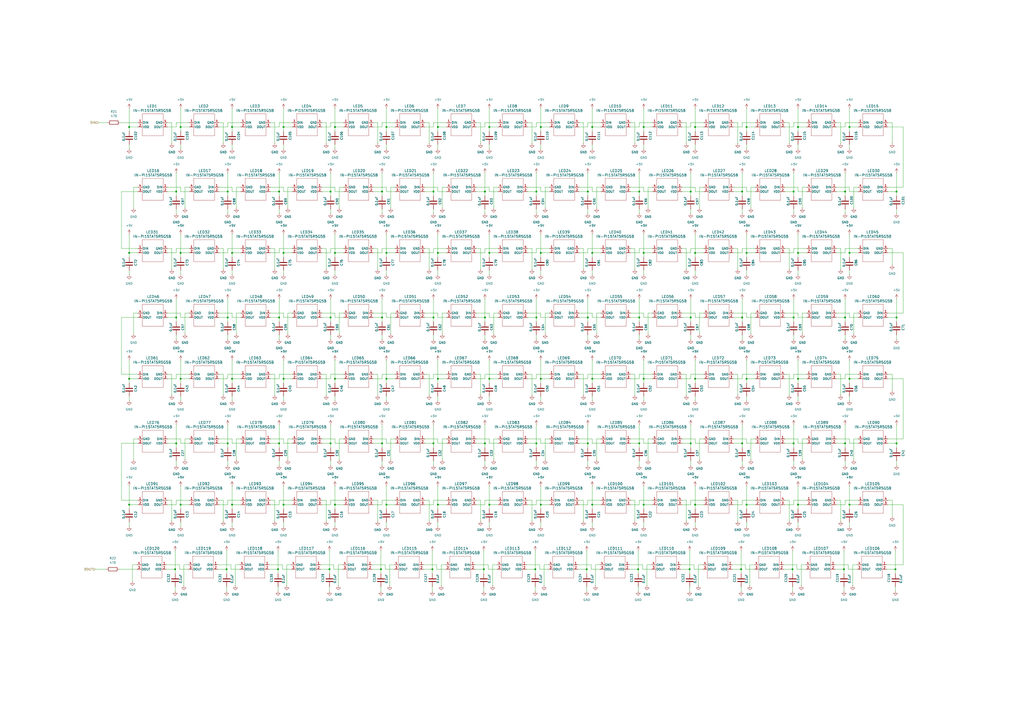
<source format=kicad_sch>
(kicad_sch (version 20231120) (generator "eeschema") (generator_version "8.0")
  (paper "A2")
  (title_block (title "LED Display") (date "2024-10-18") (rev "v0.1") (company "StuckAtPrototype"))
  (junction (at 370.84 111.125))
  (junction (at 134.62 292.735))
  (junction (at 161.925 111.125))
  (junction (at 373.38 73.66))
  (junction (at 104.775 292.735))
  (junction (at 433.07 219.71))
  (junction (at 343.535 146.685))
  (junction (at 283.845 219.71))
  (junction (at 489.585 330.2))
  (junction (at 131.445 330.2))
  (junction (at 433.07 73.66))
  (junction (at 519.43 330.2))
  (junction (at 490.22 257.175))
  (junction (at 520.065 184.15))
  (junction (at 161.29 330.2))
  (junction (at 283.845 146.685))
  (junction (at 164.465 146.685))
  (junction (at 462.915 146.685))
  (junction (at 194.31 146.685))
  (junction (at 221.615 184.15))
  (junction (at 194.31 219.71))
  (junction (at 191.135 330.2))
  (junction (at 373.38 146.685))
  (junction (at 311.15 257.175))
  (junction (at 191.77 111.125))
  (junction (at 340.36 330.2))
  (junction (at 430.53 257.175))
  (junction (at 134.62 219.71))
  (junction (at 132.08 257.175))
  (junction (at 194.31 73.66))
  (junction (at 403.225 146.685))
  (junction (at 370.205 330.2))
  (junction (at 191.77 184.15))
  (junction (at 224.155 73.66))
  (junction (at 311.15 111.125))
  (junction (at 492.76 73.66))
  (junction (at 280.67 330.2))
  (junction (at 313.69 219.71))
  (junction (at 430.53 184.15))
  (junction (at 403.225 73.66))
  (junction (at 311.15 184.15))
  (junction (at 74.93 146.685))
  (junction (at 134.62 146.685))
  (junction (at 161.925 257.175))
  (junction (at 191.77 257.175))
  (junction (at 224.155 146.685))
  (junction (at 313.69 73.66))
  (junction (at 460.375 257.175))
  (junction (at 104.775 73.66))
  (junction (at 224.155 292.735))
  (junction (at 74.93 73.66))
  (junction (at 281.305 111.125))
  (junction (at 132.08 184.15))
  (junction (at 251.46 257.175))
  (junction (at 313.69 292.735))
  (junction (at 74.93 292.735))
  (junction (at 254 146.685))
  (junction (at 283.845 73.66))
  (junction (at 459.74 330.2))
  (junction (at 370.84 184.15))
  (junction (at 400.05 330.2))
  (junction (at 224.155 219.71))
  (junction (at 462.915 73.66))
  (junction (at 400.685 184.15))
  (junction (at 430.53 111.125))
  (junction (at 221.615 111.125))
  (junction (at 492.76 292.735))
  (junction (at 520.065 257.175))
  (junction (at 370.84 257.175))
  (junction (at 460.375 111.125))
  (junction (at 281.305 184.15))
  (junction (at 281.305 257.175))
  (junction (at 433.07 146.685))
  (junction (at 74.93 219.71))
  (junction (at 254 73.66))
  (junction (at 400.685 257.175))
  (junction (at 310.515 330.2))
  (junction (at 490.22 111.125))
  (junction (at 104.775 146.685))
  (junction (at 164.465 219.71))
  (junction (at 101.6 330.2))
  (junction (at 520.065 111.125))
  (junction (at 433.07 292.735))
  (junction (at 220.98 330.2))
  (junction (at 254 219.71))
  (junction (at 102.235 184.15))
  (junction (at 102.235 111.125))
  (junction (at 251.46 111.125))
  (junction (at 429.895 330.2))
  (junction (at 373.38 219.71))
  (junction (at 490.22 184.15))
  (junction (at 403.225 292.735))
  (junction (at 492.76 219.71))
  (junction (at 164.465 292.735))
  (junction (at 340.995 111.125))
  (junction (at 254 292.735))
  (junction (at 492.76 146.685))
  (junction (at 462.915 219.71))
  (junction (at 194.31 292.735))
  (junction (at 164.465 73.66))
  (junction (at 343.535 292.735))
  (junction (at 221.615 257.175))
  (junction (at 343.535 73.66))
  (junction (at 102.235 257.175))
  (junction (at 104.775 219.71))
  (junction (at 403.225 219.71))
  (junction (at 161.925 184.15))
  (junction (at 313.69 146.685))
  (junction (at 343.535 219.71))
  (junction (at 373.38 292.735))
  (junction (at 340.995 257.175))
  (junction (at 251.46 184.15))
  (junction (at 250.825 330.2))
  (junction (at 283.845 292.735))
  (junction (at 462.915 292.735))
  (junction (at 340.995 184.15))
  (junction (at 400.685 111.125))
  (junction (at 134.62 73.66))
  (junction (at 132.08 111.125))
  (junction (at 460.375 184.15))
  (wire (pts (xy 164.465 181.61) (xy 156.845 181.61)))
  (wire (pts (xy 132.08 121.285) (xy 132.08 123.825)))
  (wire (pts (xy 523.875 219.71) (xy 523.875 254.635)))
  (wire (pts (xy 348.615 181.61) (xy 346.075 181.61)))
  (wire (pts (xy 462.915 108.585) (xy 455.295 108.585)))
  (wire (pts (xy 133.985 330.2) (xy 133.985 327.66)))
  (wire (pts (xy 308.61 217.17) (xy 308.61 229.235)))
  (wire (pts (xy 74.93 62.865) (xy 74.93 73.66)))
  (wire (pts (xy 191.77 257.175) (xy 191.77 259.715)))
  (wire (pts (xy 373.38 184.15) (xy 373.38 181.61)))
  (wire (pts (xy 281.305 217.17) (xy 288.925 217.17)))
  (wire (pts (xy 365.76 290.195) (xy 368.3 290.195)))
  (wire (pts (xy 403.225 73.66) (xy 403.225 76.2)))
  (wire (pts (xy 164.465 83.82) (xy 164.465 86.36)))
  (wire (pts (xy 283.845 62.865) (xy 283.845 73.66)))
  (wire (pts (xy 104.775 184.15) (xy 104.775 181.61)))
  (wire (pts (xy 400.685 144.145) (xy 408.305 144.145)))
  (wire (pts (xy 224.155 62.865) (xy 224.155 73.66)))
  (wire (pts (xy 400.685 246.38) (xy 400.685 257.175)))
  (wire (pts (xy 430.53 184.15) (xy 425.45 184.15)))
  (wire (pts (xy 462.915 302.895) (xy 462.915 305.435)))
  (wire (pts (xy 283.845 219.71) (xy 288.925 219.71)))
  (wire (pts (xy 281.305 257.175) (xy 281.305 259.715)))
  (wire (pts (xy 370.205 330.2) (xy 365.125 330.2)))
  (wire (pts (xy 433.07 292.735) (xy 438.15 292.735)))
  (wire (pts (xy 251.46 144.145) (xy 259.08 144.145)))
  (wire (pts (xy 495.3 254.635) (xy 495.3 266.7)))
  (wire (pts (xy 191.77 100.33) (xy 191.77 111.125)))
  (wire (pts (xy 403.225 302.895) (xy 403.225 305.435)))
  (wire (pts (xy 490.22 290.195) (xy 497.84 290.195)))
  (wire (pts (xy 224.155 292.735) (xy 224.155 295.275)))
  (wire (pts (xy 161.925 121.285) (xy 161.925 123.825)))
  (wire (pts (xy 306.07 73.66) (xy 311.15 73.66)))
  (wire (pts (xy 520.065 184.15) (xy 514.985 184.15)))
  (wire (pts (xy 343.535 257.175) (xy 343.535 254.635)))
  (wire (pts (xy 403.225 229.87) (xy 403.225 232.41)))
  (wire (pts (xy 457.835 217.17) (xy 457.835 229.235)))
  (wire (pts (xy 229.235 254.635) (xy 226.695 254.635)))
  (wire (pts (xy 194.31 135.89) (xy 194.31 146.685)))
  (wire (pts (xy 254 281.94) (xy 254 292.735)))
  (wire (pts (xy 430.53 217.17) (xy 438.15 217.17)))
  (wire (pts (xy 343.535 281.94) (xy 343.535 292.735)))
  (wire (pts (xy 219.075 144.145) (xy 219.075 156.21)))
  (wire (pts (xy 462.915 111.125) (xy 462.915 108.585)))
  (wire (pts (xy 370.84 111.125) (xy 365.76 111.125)))
  (wire (pts (xy 221.615 146.685) (xy 221.615 144.145)))
  (wire (pts (xy 104.775 135.89) (xy 104.775 146.685)))
  (wire (pts (xy 161.925 144.145) (xy 169.545 144.145)))
  (wire (pts (xy 221.615 111.125) (xy 221.615 113.665)))
  (wire (pts (xy 318.77 184.15) (xy 313.69 184.15)))
  (wire (pts (xy 288.925 111.125) (xy 283.845 111.125)))
  (wire (pts (xy 400.685 257.175) (xy 400.685 259.715)))
  (wire (pts (xy 283.845 292.735) (xy 288.925 292.735)))
  (wire (pts (xy 378.46 184.15) (xy 373.38 184.15)))
  (wire (pts (xy 281.305 111.125) (xy 276.225 111.125)))
  (wire (pts (xy 281.305 246.38) (xy 281.305 257.175)))
  (wire (pts (xy 286.385 108.585) (xy 286.385 120.65)))
  (wire (pts (xy 370.84 173.355) (xy 370.84 184.15)))
  (wire (pts (xy 102.235 121.285) (xy 102.235 123.825)))
  (wire (pts (xy 104.775 73.66) (xy 104.775 76.2)))
  (wire (pts (xy 132.08 246.38) (xy 132.08 257.175)))
  (wire (pts (xy 194.31 73.66) (xy 194.31 76.2)))
  (wire (pts (xy 280.67 330.2) (xy 280.67 332.74)))
  (wire (pts (xy 460.375 219.71) (xy 460.375 217.17)))
  (wire (pts (xy 281.305 267.335) (xy 281.305 269.875)))
  (wire (pts (xy 134.62 146.685) (xy 134.62 149.225)))
  (wire (pts (xy 340.995 173.355) (xy 340.995 184.15)))
  (wire (pts (xy 313.69 156.845) (xy 313.69 159.385)))
  (wire (pts (xy 429.895 340.36) (xy 429.895 342.9)))
  (wire (pts (xy 134.62 111.125) (xy 134.62 108.585)))
  (wire (pts (xy 492.76 108.585) (xy 485.14 108.585)))
  (wire (pts (xy 378.46 111.125) (xy 373.38 111.125)))
  (wire (pts (xy 400.685 267.335) (xy 400.685 269.875)))
  (wire (pts (xy 427.99 290.195) (xy 427.99 302.26)))
  (wire (pts (xy 492.76 135.89) (xy 492.76 146.685)))
  (wire (pts (xy 169.545 181.61) (xy 167.005 181.61)))
  (wire (pts (xy 163.83 327.66) (xy 156.21 327.66)))
  (wire (pts (xy 102.235 194.31) (xy 102.235 196.85)))
  (wire (pts (xy 459.74 340.36) (xy 459.74 342.9)))
  (wire (pts (xy 370.84 246.38) (xy 370.84 257.175)))
  (wire (pts (xy 459.74 319.405) (xy 459.74 330.2)))
  (wire (pts (xy 139.7 181.61) (xy 137.16 181.61)))
  (wire (pts (xy 370.84 184.15) (xy 370.84 186.69)))
  (wire (pts (xy 378.46 254.635) (xy 375.92 254.635)))
  (wire (pts (xy 220.98 330.2) (xy 220.98 332.74)))
  (wire (pts (xy 251.46 73.66) (xy 251.46 71.12)))
  (wire (pts (xy 102.235 292.735) (xy 102.235 290.195)))
  (wire (pts (xy 338.455 217.17) (xy 338.455 229.235)))
  (wire (pts (xy 104.775 146.685) (xy 104.775 149.225)))
  (wire (pts (xy 315.595 327.66) (xy 315.595 339.725)))
  (wire (pts (xy 199.39 111.125) (xy 194.31 111.125)))
  (wire (pts (xy 340.995 217.17) (xy 348.615 217.17)))
  (wire (pts (xy 313.69 146.685) (xy 318.77 146.685)))
  (wire (pts (xy 167.005 108.585) (xy 167.005 120.65)))
  (wire (pts (xy 523.875 146.685) (xy 523.875 181.61)))
  (wire (pts (xy 194.31 292.735) (xy 199.39 292.735)))
  (wire (pts (xy 196.85 108.585) (xy 196.85 120.65)))
  (wire (pts (xy 246.38 146.685) (xy 251.46 146.685)))
  (wire (pts (xy 107.315 108.585) (xy 107.315 120.65)))
  (wire (pts (xy 281.305 194.31) (xy 281.305 196.85)))
  (wire (pts (xy 250.825 340.36) (xy 250.825 342.9)))
  (wire (pts (xy 254 83.82) (xy 254 86.36)))
  (wire (pts (xy 365.76 146.685) (xy 370.84 146.685)))
  (wire (pts (xy 395.605 73.66) (xy 400.685 73.66)))
  (wire (pts (xy 194.31 302.895) (xy 194.31 305.435)))
  (wire (pts (xy 254 135.89) (xy 254 146.685)))
  (wire (pts (xy 343.535 146.685) (xy 343.535 149.225)))
  (wire (pts (xy 246.38 71.12) (xy 248.92 71.12)))
  (wire (pts (xy 254 73.66) (xy 254 76.2)))
  (wire (pts (xy 514.35 327.66) (xy 523.875 327.66)))
  (wire (pts (xy 365.76 292.735) (xy 370.84 292.735)))
  (wire (pts (xy 134.62 146.685) (xy 139.7 146.685)))
  (wire (pts (xy 77.47 108.585) (xy 77.47 120.65)))
  (wire (pts (xy 74.93 219.71) (xy 74.93 222.25)))
  (wire (pts (xy 408.305 184.15) (xy 403.225 184.15)))
  (wire (pts (xy 221.615 246.38) (xy 221.615 257.175)))
  (wire (pts (xy 403.225 292.735) (xy 408.305 292.735)))
  (wire (pts (xy 161.925 73.66) (xy 161.925 71.12)))
  (wire (pts (xy 164.465 73.66) (xy 169.545 73.66)))
  (wire (pts (xy 221.615 219.71) (xy 221.615 217.17)))
  (wire (pts (xy 159.385 71.12) (xy 159.385 83.185)))
  (wire (pts (xy 467.995 111.125) (xy 462.915 111.125)))
  (wire (pts (xy 318.77 111.125) (xy 313.69 111.125)))
  (wire (pts (xy 490.22 184.15) (xy 490.22 186.69)))
  (wire (pts (xy 156.845 73.66) (xy 161.925 73.66)))
  (wire (pts (xy 462.915 73.66) (xy 462.915 76.2)))
  (wire (pts (xy 495.3 108.585) (xy 495.3 120.65)))
  (wire (pts (xy 254 146.685) (xy 259.08 146.685)))
  (wire (pts (xy 492.76 292.735) (xy 492.76 295.275)))
  (wire (pts (xy 159.385 290.195) (xy 159.385 302.26)))
  (wire (pts (xy 434.975 327.66) (xy 434.975 339.725)))
  (wire (pts (xy 467.995 181.61) (xy 465.455 181.61)))
  (wire (pts (xy 194.31 208.915) (xy 194.31 219.71)))
  (wire (pts (xy 430.53 111.125) (xy 430.53 113.665)))
  (wire (pts (xy 224.155 146.685) (xy 224.155 149.225)))
  (wire (pts (xy 131.445 319.405) (xy 131.445 330.2)))
  (wire (pts (xy 403.225 257.175) (xy 403.225 254.635)))
  (wire (pts (xy 281.305 184.15) (xy 281.305 186.69)))
  (wire (pts (xy 403.225 281.94) (xy 403.225 292.735)))
  (wire (pts (xy 343.535 219.71) (xy 348.615 219.71)))
  (wire (pts (xy 194.31 292.735) (xy 194.31 295.275)))
  (wire (pts (xy 253.365 327.66) (xy 245.745 327.66)))
  (wire (pts (xy 248.92 217.17) (xy 248.92 229.235)))
  (wire (pts (xy 191.77 111.125) (xy 186.69 111.125)))
  (wire (pts (xy 340.995 111.125) (xy 340.995 113.665)))
  (wire (pts (xy 335.915 146.685) (xy 340.995 146.685)))
  (wire (pts (xy 156.845 144.145) (xy 159.385 144.145)))
  (wire (pts (xy 223.52 330.2) (xy 223.52 327.66)))
  (wire (pts (xy 490.22 71.12) (xy 497.84 71.12)))
  (wire (pts (xy 395.605 146.685) (xy 400.685 146.685)))
  (wire (pts (xy 283.845 219.71) (xy 283.845 222.25)))
  (wire (pts (xy 373.38 292.735) (xy 373.38 295.275)))
  (wire (pts (xy 313.69 219.71) (xy 313.69 222.25)))
  (wire (pts (xy 492.76 146.685) (xy 492.76 149.225)))
  (wire (pts (xy 430.53 100.33) (xy 430.53 111.125)))
  (wire (pts (xy 433.07 219.71) (xy 438.15 219.71)))
  (wire (pts (xy 246.38 144.145) (xy 248.92 144.145)))
  (wire (pts (xy 74.93 281.94) (xy 74.93 292.735)))
  (wire (pts (xy 169.545 184.15) (xy 164.465 184.15)))
  (wire (pts (xy 343.535 62.865) (xy 343.535 73.66)))
  (wire (pts (xy 226.695 108.585) (xy 226.695 120.65)))
  (wire (pts (xy 395.605 219.71) (xy 400.685 219.71)))
  (wire (pts (xy 161.925 219.71) (xy 161.925 217.17)))
  (wire (pts (xy 246.38 292.735) (xy 251.46 292.735)))
  (wire (pts (xy 276.225 146.685) (xy 281.305 146.685)))
  (wire (pts (xy 283.845 135.89) (xy 283.845 146.685)))
  (wire (pts (xy 433.07 111.125) (xy 433.07 108.585)))
  (wire (pts (xy 229.235 108.585) (xy 226.695 108.585)))
  (wire (pts (xy 517.525 299.72) (xy 517.525 290.195)))
  (wire (pts (xy 492.76 146.685) (xy 497.84 146.685)))
  (wire (pts (xy 400.685 184.15) (xy 395.605 184.15)))
  (wire (pts (xy 283.845 83.82) (xy 283.845 86.36)))
  (wire (pts (xy 283.845 146.685) (xy 283.845 149.225)))
  (wire (pts (xy 497.205 327.66) (xy 494.665 327.66)))
  (wire (pts (xy 465.455 181.61) (xy 465.455 193.675)))
  (wire (pts (xy 313.69 254.635) (xy 306.07 254.635)))
  (wire (pts (xy 489.585 330.2) (xy 484.505 330.2)))
  (wire (pts (xy 408.305 254.635) (xy 405.765 254.635)))
  (wire (pts (xy 318.77 257.175) (xy 313.69 257.175)))
  (wire (pts (xy 438.15 254.635) (xy 435.61 254.635)))
  (wire (pts (xy 129.54 144.145) (xy 129.54 156.21)))
  (wire (pts (xy 490.22 121.285) (xy 490.22 123.825)))
  (wire (pts (xy 276.225 217.17) (xy 278.765 217.17)))
  (wire (pts (xy 455.295 73.66) (xy 460.375 73.66)))
  (wire (pts (xy 430.53 144.145) (xy 438.15 144.145)))
  (wire (pts (xy 161.29 330.2) (xy 161.29 332.74)))
  (wire (pts (xy 159.385 144.145) (xy 159.385 156.21)))
  (wire (pts (xy 338.455 71.12) (xy 338.455 83.185)))
  (wire (pts (xy 338.455 290.195) (xy 338.455 302.26)))
  (wire (pts (xy 194.31 254.635) (xy 186.69 254.635)))
  (wire (pts (xy 194.31 156.845) (xy 194.31 159.385)))
  (wire (pts (xy 76.835 327.66) (xy 79.375 327.66)))
  (wire (pts (xy 370.84 144.145) (xy 378.46 144.145)))
  (wire (pts (xy 161.925 267.335) (xy 161.925 269.875)))
  (wire (pts (xy 283.845 208.915) (xy 283.845 219.71)))
  (wire (pts (xy 134.62 219.71) (xy 139.7 219.71)))
  (wire (pts (xy 161.925 184.15) (xy 161.925 186.69)))
  (wire (pts (xy 104.775 146.685) (xy 109.855 146.685)))
  (wire (pts (xy 281.305 100.33) (xy 281.305 111.125)))
  (wire (pts (xy 313.69 146.685) (xy 313.69 149.225)))
  (wire (pts (xy 139.7 257.175) (xy 134.62 257.175)))
  (wire (pts (xy 306.07 144.145) (xy 308.61 144.145)))
  (wire (pts (xy 281.305 173.355) (xy 281.305 184.15)))
  (wire (pts (xy 311.15 146.685) (xy 311.15 144.145)))
  (wire (pts (xy 520.065 184.15) (xy 520.065 186.69)))
  (wire (pts (xy 343.535 73.66) (xy 343.535 76.2)))
  (wire (pts (xy 403.225 108.585) (xy 395.605 108.585)))
  (wire (pts (xy 194.31 62.865) (xy 194.31 73.66)))
  (wire (pts (xy 161.925 292.735) (xy 161.925 290.195)))
  (wire (pts (xy 429.895 330.2) (xy 429.895 332.74)))
  (wire (pts (xy 254 292.735) (xy 254 295.275)))
  (wire (pts (xy 378.46 257.175) (xy 373.38 257.175)))
  (wire (pts (xy 281.305 290.195) (xy 288.925 290.195)))
  (wire (pts (xy 139.065 327.66) (xy 136.525 327.66)))
  (wire (pts (xy 99.695 217.17) (xy 99.695 229.235)))
  (wire (pts (xy 517.525 153.67) (xy 517.525 144.145)))
  (wire (pts (xy 164.465 73.66) (xy 164.465 76.2)))
  (wire (pts (xy 221.615 173.355) (xy 221.615 184.15)))
  (wire (pts (xy 104.775 292.735) (xy 104.775 295.275)))
  (wire (pts (xy 311.15 246.38) (xy 311.15 257.175)))
  (wire (pts (xy 400.685 111.125) (xy 395.605 111.125)))
  (wire (pts (xy 438.15 181.61) (xy 435.61 181.61)))
  (wire (pts (xy 70.485 257.175) (xy 70.485 290.195)))
  (wire (pts (xy 224.155 73.66) (xy 224.155 76.2)))
  (wire (pts (xy 497.84 257.175) (xy 492.76 257.175)))
  (wire (pts (xy 430.53 146.685) (xy 430.53 144.145)))
  (wire (pts (xy 156.845 292.735) (xy 161.925 292.735)))
  (wire (pts (xy 433.07 254.635) (xy 425.45 254.635)))
  (wire (pts (xy 276.225 73.66) (xy 281.305 73.66)))
  (wire (pts (xy 229.235 111.125) (xy 224.155 111.125)))
  (wire (pts (xy 343.535 229.87) (xy 343.535 232.41)))
  (wire (pts (xy 164.465 108.585) (xy 156.845 108.585)))
  (wire (pts (xy 403.225 83.82) (xy 403.225 86.36)))
  (wire (pts (xy 425.45 73.66) (xy 430.53 73.66)))
  (wire (pts (xy 127 146.685) (xy 132.08 146.685)))
  (wire (pts (xy 139.7 254.635) (xy 137.16 254.635)))
  (wire (pts (xy 74.93 146.685) (xy 74.93 149.225)))
  (wire (pts (xy 164.465 111.125) (xy 164.465 108.585)))
  (wire (pts (xy 134.62 135.89) (xy 134.62 146.685)))
  (wire (pts (xy 487.68 144.145) (xy 487.68 156.21)))
  (wire (pts (xy 306.07 219.71) (xy 311.15 219.71)))
  (wire (pts (xy 219.075 71.12) (xy 219.075 83.185)))
  (wire (pts (xy 460.375 184.15) (xy 460.375 186.69)))
  (wire (pts (xy 430.53 246.38) (xy 430.53 257.175)))
  (wire (pts (xy 156.845 219.71) (xy 161.925 219.71)))
  (wire (pts (xy 254 219.71) (xy 259.08 219.71)))
  (wire (pts (xy 102.235 257.175) (xy 102.235 259.715)))
  (wire (pts (xy 340.36 319.405) (xy 340.36 330.2)))
  (wire (pts (xy 492.76 156.845) (xy 492.76 159.385)))
  (wire (pts (xy 318.77 254.635) (xy 316.23 254.635)))
  (wire (pts (xy 430.53 194.31) (xy 430.53 196.85)))
  (wire (pts (xy 490.22 292.735) (xy 490.22 290.195)))
  (wire (pts (xy 251.46 111.125) (xy 246.38 111.125)))
  (wire (pts (xy 514.985 254.635) (xy 523.875 254.635)))
  (wire (pts (xy 485.14 217.17) (xy 487.68 217.17)))
  (wire (pts (xy 80.01 111.125) (xy 70.485 111.125)))
  (wire (pts (xy 74.93 146.685) (xy 80.01 146.685)))
  (wire (pts (xy 460.375 146.685) (xy 460.375 144.145)))
  (wire (pts (xy 429.895 330.2) (xy 424.815 330.2)))
  (wire (pts (xy 109.855 184.15) (xy 104.775 184.15)))
  (wire (pts (xy 220.98 330.2) (xy 215.9 330.2)))
  (wire (pts (xy 425.45 292.735) (xy 430.53 292.735)))
  (wire (pts (xy 487.68 71.12) (xy 487.68 83.185)))
  (wire (pts (xy 99.695 71.12) (xy 99.695 83.185)))
  (wire (pts (xy 74.93 292.735) (xy 74.93 295.275)))
  (wire (pts (xy 254 219.71) (xy 254 222.25)))
  (wire (pts (xy 196.85 181.61) (xy 196.85 193.675)))
  (wire (pts (xy 226.695 181.61) (xy 226.695 193.675)))
  (wire (pts (xy 194.31 108.585) (xy 186.69 108.585)))
  (wire (pts (xy 132.08 111.125) (xy 127 111.125)))
  (wire (pts (xy 311.15 111.125) (xy 311.15 113.665)))
  (wire (pts (xy 313.69 257.175) (xy 313.69 254.635)))
  (wire (pts (xy 311.15 100.33) (xy 311.15 111.125)))
  (wire (pts (xy 101.6 340.36) (xy 101.6 342.9)))
  (wire (pts (xy 161.29 340.36) (xy 161.29 342.9)))
  (wire (pts (xy 248.92 144.145) (xy 248.92 156.21)))
  (wire (pts (xy 280.67 330.2) (xy 275.59 330.2)))
  (wire (pts (xy 311.15 144.145) (xy 318.77 144.145)))
  (wire (pts (xy 285.75 327.66) (xy 285.75 339.725)))
  (wire (pts (xy 97.155 73.66) (xy 102.235 73.66)))
  (wire (pts (xy 221.615 121.285) (xy 221.615 123.825)))
  (wire (pts (xy 156.845 71.12) (xy 159.385 71.12)))
  (wire (pts (xy 520.065 173.355) (xy 520.065 184.15)))
  (wire (pts (xy 490.22 144.145) (xy 497.84 144.145)))
  (wire (pts (xy 373.38 281.94) (xy 373.38 292.735)))
  (wire (pts (xy 460.375 111.125) (xy 460.375 113.665)))
  (wire (pts (xy 405.765 108.585) (xy 405.765 120.65)))
  (wire (pts (xy 259.08 254.635) (xy 256.54 254.635)))
  (wire (pts (xy 280.67 319.405) (xy 280.67 330.2)))
  (wire (pts (xy 288.29 327.66) (xy 285.75 327.66)))
  (wire (pts (xy 161.925 257.175) (xy 156.845 257.175)))
  (wire (pts (xy 375.92 254.635) (xy 375.92 266.7)))
  (wire (pts (xy 370.84 184.15) (xy 365.76 184.15)))
  (wire (pts (xy 433.07 257.175) (xy 433.07 254.635)))
  (wire (pts (xy 194.31 281.94) (xy 194.31 292.735)))
  (wire (pts (xy 460.375 246.38) (xy 460.375 257.175)))
  (wire (pts (xy 256.54 254.635) (xy 256.54 266.7)))
  (wire (pts (xy 226.695 254.635) (xy 226.695 266.7)))
  (wire (pts (xy 193.675 330.2) (xy 193.675 327.66)))
  (wire (pts (xy 127 219.71) (xy 132.08 219.71)))
  (wire (pts (xy 281.305 292.735) (xy 281.305 290.195)))
  (wire (pts (xy 490.22 257.175) (xy 490.22 259.715)))
  (wire (pts (xy 276.225 290.195) (xy 278.765 290.195)))
  (wire (pts (xy 400.05 330.2) (xy 394.97 330.2)))
  (wire (pts (xy 375.285 327.66) (xy 375.285 339.725)))
  (wire (pts (xy 368.3 144.145) (xy 368.3 156.21)))
  (wire (pts (xy 514.985 181.61) (xy 523.875 181.61)))
  (wire (pts (xy 340.36 340.36) (xy 340.36 342.9)))
  (wire (pts (xy 134.62 181.61) (xy 127 181.61)))
  (wire (pts (xy 134.62 302.895) (xy 134.62 305.435)))
  (wire (pts (xy 487.68 217.17) (xy 487.68 229.235)))
  (wire (pts (xy 134.62 108.585) (xy 127 108.585)))
  (wire (pts (xy 169.545 108.585) (xy 167.005 108.585)))
  (wire (pts (xy 407.67 330.2) (xy 402.59 330.2)))
  (wire (pts (xy 313.69 208.915) (xy 313.69 219.71)))
  (wire (pts (xy 254 229.87) (xy 254 232.41)))
  (wire (pts (xy 400.685 173.355) (xy 400.685 184.15)))
  (wire (pts (xy 517.525 290.195) (xy 514.985 290.195)))
  (wire (pts (xy 370.84 100.33) (xy 370.84 111.125)))
  (wire (pts (xy 250.825 330.2) (xy 250.825 332.74)))
  (wire (pts (xy 191.77 184.15) (xy 191.77 186.69)))
  (wire (pts (xy 335.915 290.195) (xy 338.455 290.195)))
  (wire (pts (xy 308.61 144.145) (xy 308.61 156.21)))
  (wire (pts (xy 395.605 217.17) (xy 398.145 217.17)))
  (wire (pts (xy 340.995 219.71) (xy 340.995 217.17)))
  (wire (pts (xy 254 302.895) (xy 254 305.435)))
  (wire (pts (xy 370.84 267.335) (xy 370.84 269.875)))
  (wire (pts (xy 311.15 73.66) (xy 311.15 71.12)))
  (wire (pts (xy 403.225 254.635) (xy 395.605 254.635)))
  (wire (pts (xy 490.22 246.38) (xy 490.22 257.175)))
  (wire (pts (xy 186.69 217.17) (xy 189.23 217.17)))
  (wire (pts (xy 365.76 217.17) (xy 368.3 217.17)))
  (wire (pts (xy 283.845 156.845) (xy 283.845 159.385)))
  (wire (pts (xy 104.775 108.585) (xy 97.155 108.585)))
  (wire (pts (xy 102.235 71.12) (xy 109.855 71.12)))
  (wire (pts (xy 370.205 330.2) (xy 370.205 332.74)))
  (wire (pts (xy 400.685 292.735) (xy 400.685 290.195)))
  (wire (pts (xy 283.845 146.685) (xy 288.925 146.685)))
  (wire (pts (xy 460.375 184.15) (xy 455.295 184.15)))
  (wire (pts (xy 490.22 219.71) (xy 490.22 217.17)))
  (wire (pts (xy 400.685 257.175) (xy 395.605 257.175)))
  (wire (pts (xy 433.07 184.15) (xy 433.07 181.61)))
  (wire (pts (xy 164.465 208.915) (xy 164.465 219.71)))
  (wire (pts (xy 370.84 73.66) (xy 370.84 71.12)))
  (wire (pts (xy 161.925 111.125) (xy 156.845 111.125)))
  (wire (pts (xy 246.38 73.66) (xy 251.46 73.66)))
  (wire (pts (xy 370.84 257.175) (xy 370.84 259.715)))
  (wire (pts (xy 134.62 257.175) (xy 134.62 254.635)))
  (wire (pts (xy 465.455 254.635) (xy 465.455 266.7)))
  (wire (pts (xy 276.225 292.735) (xy 281.305 292.735)))
  (wire (pts (xy 189.23 290.195) (xy 189.23 302.26)))
  (wire (pts (xy 489.585 319.405) (xy 489.585 330.2)))
  (wire (pts (xy 433.07 219.71) (xy 433.07 222.25)))
  (wire (pts (xy 523.875 73.66) (xy 523.875 108.585)))
  (wire (pts (xy 283.845 302.895) (xy 283.845 305.435)))
  (wire (pts (xy 283.21 327.66) (xy 275.59 327.66)))
  (wire (pts (xy 490.22 111.125) (xy 485.14 111.125)))
  (wire (pts (xy 251.46 184.15) (xy 251.46 186.69)))
  (wire (pts (xy 127 73.66) (xy 132.08 73.66)))
  (wire (pts (xy 164.465 229.87) (xy 164.465 232.41)))
  (wire (pts (xy 485.14 73.66) (xy 490.22 73.66)))
  (wire (pts (xy 216.535 73.66) (xy 221.615 73.66)))
  (wire (pts (xy 340.36 330.2) (xy 335.28 330.2)))
  (wire (pts (xy 161.925 146.685) (xy 161.925 144.145)))
  (wire (pts (xy 311.15 257.175) (xy 311.15 259.715)))
  (wire (pts (xy 74.93 229.87) (xy 74.93 232.41)))
  (wire (pts (xy 246.38 219.71) (xy 251.46 219.71)))
  (wire (pts (xy 254 208.915) (xy 254 219.71)))
  (wire (pts (xy 286.385 181.61) (xy 286.385 193.675)))
  (wire (pts (xy 216.535 290.195) (xy 219.075 290.195)))
  (wire (pts (xy 221.615 71.12) (xy 229.235 71.12)))
  (wire (pts (xy 281.305 144.145) (xy 288.925 144.145)))
  (wire (pts (xy 430.53 257.175) (xy 430.53 259.715)))
  (wire (pts (xy 492.76 83.82) (xy 492.76 86.36)))
  (wire (pts (xy 102.235 144.145) (xy 109.855 144.145)))
  (wire (pts (xy 494.665 327.66) (xy 494.665 339.725)))
  (wire (pts (xy 80.01 254.635) (xy 77.47 254.635)))
  (wire (pts (xy 248.92 71.12) (xy 248.92 83.185)))
  (wire (pts (xy 433.07 208.915) (xy 433.07 219.71)))
  (wire (pts (xy 224.155 111.125) (xy 224.155 108.585)))
  (wire (pts (xy 136.525 327.66) (xy 136.525 339.725)))
  (wire (pts (xy 74.93 83.82) (xy 74.93 86.36)))
  (wire (pts (xy 224.155 219.71) (xy 229.235 219.71)))
  (wire (pts (xy 194.31 257.175) (xy 194.31 254.635)))
  (wire (pts (xy 519.43 340.36) (xy 519.43 342.9)))
  (wire (pts (xy 373.38 229.87) (xy 373.38 232.41)))
  (wire (pts (xy 487.68 290.195) (xy 487.68 302.26)))
  (wire (pts (xy 311.15 219.71) (xy 311.15 217.17)))
  (wire (pts (xy 490.22 184.15) (xy 485.14 184.15)))
  (wire (pts (xy 492.76 229.87) (xy 492.76 232.41)))
  (wire (pts (xy 311.15 217.17) (xy 318.77 217.17)))
  (wire (pts (xy 129.54 217.17) (xy 129.54 229.235)))
  (wire (pts (xy 490.22 146.685) (xy 490.22 144.145)))
  (wire (pts (xy 433.07 181.61) (xy 425.45 181.61)))
  (wire (pts (xy 104.775 254.635) (xy 97.155 254.635)))
  (wire (pts (xy 132.08 219.71) (xy 132.08 217.17)))
  (wire (pts (xy 459.74 330.2) (xy 454.66 330.2)))
  (wire (pts (xy 335.915 292.735) (xy 340.995 292.735)))
  (wire (pts (xy 520.065 121.285) (xy 520.065 123.825)))
  (wire (pts (xy 281.305 146.685) (xy 281.305 144.145)))
  (wire (pts (xy 408.305 108.585) (xy 405.765 108.585)))
  (wire (pts (xy 485.14 219.71) (xy 490.22 219.71)))
  (wire (pts (xy 306.07 292.735) (xy 311.15 292.735)))
  (wire (pts (xy 430.53 267.335) (xy 430.53 269.875)))
  (wire (pts (xy 228.6 327.66) (xy 226.06 327.66)))
  (wire (pts (xy 283.21 330.2) (xy 283.21 327.66)))
  (wire (pts (xy 368.3 290.195) (xy 368.3 302.26)))
  (wire (pts (xy 343.535 181.61) (xy 335.915 181.61)))
  (wire (pts (xy 104.775 219.71) (xy 109.855 219.71)))
  (wire (pts (xy 102.235 257.175) (xy 97.155 257.175)))
  (wire (pts (xy 455.295 217.17) (xy 457.835 217.17)))
  (wire (pts (xy 467.995 257.175) (xy 462.915 257.175)))
  (wire (pts (xy 400.05 319.405) (xy 400.05 330.2)))
  (wire (pts (xy 435.61 181.61) (xy 435.61 193.675)))
  (wire (pts (xy 224.155 254.635) (xy 216.535 254.635)))
  (wire (pts (xy 255.905 327.66) (xy 255.905 339.725)))
  (wire (pts (xy 311.15 257.175) (xy 306.07 257.175)))
  (wire (pts (xy 102.235 246.38) (xy 102.235 257.175)))
  (wire (pts (xy 400.685 217.17) (xy 408.305 217.17)))
  (wire (pts (xy 370.84 292.735) (xy 370.84 290.195)))
  (wire (pts (xy 156.845 217.17) (xy 159.385 217.17)))
  (wire (pts (xy 433.07 146.685) (xy 438.15 146.685)))
  (wire (pts (xy 164.465 292.735) (xy 164.465 295.275)))
  (wire (pts (xy 161.925 217.17) (xy 169.545 217.17)))
  (wire (pts (xy 251.46 290.195) (xy 259.08 290.195)))
  (wire (pts (xy 132.08 292.735) (xy 132.08 290.195)))
  (wire (pts (xy 311.15 173.355) (xy 311.15 184.15)))
  (wire (pts (xy 432.435 330.2) (xy 432.435 327.66)))
  (wire (pts (xy 492.76 219.71) (xy 492.76 222.25)))
  (wire (pts (xy 219.075 217.17) (xy 219.075 229.235)))
  (wire (pts (xy 462.915 146.685) (xy 467.995 146.685)))
  (wire (pts (xy 224.155 208.915) (xy 224.155 219.71)))
  (wire (pts (xy 246.38 290.195) (xy 248.92 290.195)))
  (wire (pts (xy 221.615 111.125) (xy 216.535 111.125)))
  (wire (pts (xy 343.535 108.585) (xy 335.915 108.585)))
  (wire (pts (xy 400.685 194.31) (xy 400.685 196.85)))
  (wire (pts (xy 370.205 340.36) (xy 370.205 342.9)))
  (wire (pts (xy 283.845 111.125) (xy 283.845 108.585)))
  (wire (pts (xy 311.15 184.15) (xy 306.07 184.15)))
  (wire (pts (xy 251.46 71.12) (xy 259.08 71.12)))
  (wire (pts (xy 313.055 327.66) (xy 305.435 327.66)))
  (wire (pts (xy 221.615 292.735) (xy 221.615 290.195)))
  (wire (pts (xy 134.62 73.66) (xy 139.7 73.66)))
  (wire (pts (xy 520.065 257.175) (xy 514.985 257.175)))
  (wire (pts (xy 221.615 257.175) (xy 216.535 257.175)))
  (wire (pts (xy 129.54 71.12) (xy 129.54 83.185)))
  (wire (pts (xy 191.77 219.71) (xy 191.77 217.17)))
  (wire (pts (xy 254 181.61) (xy 246.38 181.61)))
  (wire (pts (xy 403.225 146.685) (xy 408.305 146.685)))
  (wire (pts (xy 127 217.17) (xy 129.54 217.17)))
  (wire (pts (xy 460.375 267.335) (xy 460.375 269.875)))
  (wire (pts (xy 164.465 62.865) (xy 164.465 73.66)))
  (wire (pts (xy 370.84 194.31) (xy 370.84 196.85)))
  (wire (pts (xy 224.155 146.685) (xy 229.235 146.685)))
  (wire (pts (xy 283.845 73.66) (xy 288.925 73.66)))
  (wire (pts (xy 433.07 73.66) (xy 433.07 76.2)))
  (wire (pts (xy 104.775 83.82) (xy 104.775 86.36)))
  (wire (pts (xy 340.995 111.125) (xy 335.915 111.125)))
  (wire (pts (xy 316.23 254.635) (xy 316.23 266.7)))
  (wire (pts (xy 370.84 257.175) (xy 365.76 257.175)))
  (wire (pts (xy 276.225 219.71) (xy 281.305 219.71)))
  (wire (pts (xy 400.685 100.33) (xy 400.685 111.125)))
  (wire (pts (xy 457.835 144.145) (xy 457.835 156.21)))
  (wire (pts (xy 313.69 62.865) (xy 313.69 73.66)))
  (wire (pts (xy 186.69 146.685) (xy 191.77 146.685)))
  (wire (pts (xy 161.925 290.195) (xy 169.545 290.195)))
  (wire (pts (xy 216.535 219.71) (xy 221.615 219.71)))
  (wire (pts (xy 311.15 184.15) (xy 311.15 186.69)))
  (wire (pts (xy 70.485 184.15) (xy 70.485 217.17)))
  (wire (pts (xy 460.375 73.66) (xy 460.375 71.12)))
  (wire (pts (xy 286.385 254.635) (xy 286.385 266.7)))
  (wire (pts (xy 492.76 302.895) (xy 492.76 305.435)))
  (wire (pts (xy 370.84 146.685) (xy 370.84 144.145)))
  (wire (pts (xy 191.77 144.145) (xy 199.39 144.145)))
  (wire (pts (xy 403.225 156.845) (xy 403.225 159.385)))
  (wire (pts (xy 254 156.845) (xy 254 159.385)))
  (wire (pts (xy 221.615 290.195) (xy 229.235 290.195)))
  (wire (pts (xy 373.38 73.66) (xy 378.46 73.66)))
  (wire (pts (xy 74.93 73.66) (xy 74.93 76.2)))
  (wire (pts (xy 400.05 330.2) (xy 400.05 332.74)))
  (wire (pts (xy 460.375 257.175) (xy 455.295 257.175)))
  (wire (pts (xy 340.995 257.175) (xy 340.995 259.715)))
  (wire (pts (xy 191.77 267.335) (xy 191.77 269.875)))
  (wire (pts (xy 69.215 330.2) (xy 79.375 330.2)))
  (wire (pts (xy 169.545 254.635) (xy 167.005 254.635)))
  (wire (pts (xy 462.915 257.175) (xy 462.915 254.635)))
  (wire (pts (xy 430.53 292.735) (xy 430.53 290.195)))
  (wire (pts (xy 132.08 111.125) (xy 132.08 113.665)))
  (wire (pts (xy 134.62 62.865) (xy 134.62 73.66)))
  (wire (pts (xy 224.155 219.71) (xy 224.155 222.25)))
  (wire (pts (xy 490.22 217.17) (xy 497.84 217.17)))
  (wire (pts (xy 347.98 330.2) (xy 342.9 330.2)))
  (wire (pts (xy 278.765 144.145) (xy 278.765 156.21)))
  (wire (pts (xy 462.915 146.685) (xy 462.915 149.225)))
  (wire (pts (xy 281.305 111.125) (xy 281.305 113.665)))
  (wire (pts (xy 343.535 292.735) (xy 348.615 292.735)))
  (wire (pts (xy 462.915 208.915) (xy 462.915 219.71)))
  (wire (pts (xy 306.07 146.685) (xy 311.15 146.685)))
  (wire (pts (xy 109.22 330.2) (xy 104.14 330.2)))
  (wire (pts (xy 253.365 330.2) (xy 253.365 327.66)))
  (wire (pts (xy 254 62.865) (xy 254 73.66)))
  (wire (pts (xy 167.005 181.61) (xy 167.005 193.675)))
  (wire (pts (xy 278.765 217.17) (xy 278.765 229.235)))
  (wire (pts (xy 199.39 184.15) (xy 194.31 184.15)))
  (wire (pts (xy 283.845 254.635) (xy 276.225 254.635)))
  (wire (pts (xy 346.075 108.585) (xy 346.075 120.65)))
  (wire (pts (xy 137.16 254.635) (xy 137.16 266.7)))
  (wire (pts (xy 492.76 111.125) (xy 492.76 108.585)))
  (wire (pts (xy 514.985 71.12) (xy 517.525 71.12)))
  (wire (pts (xy 311.15 194.31) (xy 311.15 196.85)))
  (wire (pts (xy 251.46 184.15) (xy 246.38 184.15)))
  (wire (pts (xy 251.46 100.33) (xy 251.46 111.125)))
  (wire (pts (xy 220.98 340.36) (xy 220.98 342.9)))
  (wire (pts (xy 109.855 181.61) (xy 107.315 181.61)))
  (wire (pts (xy 490.22 111.125) (xy 490.22 113.665)))
  (wire (pts (xy 132.08 73.66) (xy 132.08 71.12)))
  (wire (pts (xy 318.135 327.66) (xy 315.595 327.66)))
  (wire (pts (xy 335.915 144.145) (xy 338.455 144.145)))
  (wire (pts (xy 437.515 330.2) (xy 432.435 330.2)))
  (wire (pts (xy 69.85 71.12) (xy 80.01 71.12)))
  (wire (pts (xy 460.375 217.17) (xy 467.995 217.17)))
  (wire (pts (xy 161.29 319.405) (xy 161.29 330.2)))
  (wire (pts (xy 400.685 73.66) (xy 400.685 71.12)))
  (wire (pts (xy 109.855 108.585) (xy 107.315 108.585)))
  (wire (pts (xy 462.915 254.635) (xy 455.295 254.635)))
  (wire (pts (xy 497.84 111.125) (xy 492.76 111.125)))
  (wire (pts (xy 405.13 327.66) (xy 405.13 339.725)))
  (wire (pts (xy 224.155 156.845) (xy 224.155 159.385)))
  (wire (pts (xy 373.38 146.685) (xy 378.46 146.685)))
  (wire (pts (xy 485.14 144.145) (xy 487.68 144.145)))
  (wire (pts (xy 166.37 327.66) (xy 166.37 339.725)))
  (wire (pts (xy 346.075 181.61) (xy 346.075 193.675)))
  (wire (pts (xy 519.43 330.2) (xy 519.43 332.74)))
  (wire (pts (xy 408.305 111.125) (xy 403.225 111.125)))
  (wire (pts (xy 104.775 302.895) (xy 104.775 305.435)))
  (wire (pts (xy 368.3 217.17) (xy 368.3 229.235)))
  (wire (pts (xy 133.985 327.66) (xy 126.365 327.66)))
  (wire (pts (xy 132.08 71.12) (xy 139.7 71.12)))
  (wire (pts (xy 311.15 121.285) (xy 311.15 123.825)))
  (wire (pts (xy 403.225 184.15) (xy 403.225 181.61)))
  (wire (pts (xy 288.925 181.61) (xy 286.385 181.61)))
  (wire (pts (xy 288.925 257.175) (xy 283.845 257.175)))
  (wire (pts (xy 259.08 181.61) (xy 256.54 181.61)))
  (wire (pts (xy 161.925 111.125) (xy 161.925 113.665)))
  (wire (pts (xy 373.38 83.82) (xy 373.38 86.36)))
  (wire (pts (xy 132.08 267.335) (xy 132.08 269.875)))
  (wire (pts (xy 283.845 229.87) (xy 283.845 232.41)))
  (wire (pts (xy 310.515 330.2) (xy 310.515 332.74)))
  (wire (pts (xy 74.93 292.735) (xy 80.01 292.735)))
  (wire (pts (xy 316.23 108.585) (xy 316.23 120.65)))
  (wire (pts (xy 191.135 319.405) (xy 191.135 330.2)))
  (wire (pts (xy 134.62 219.71) (xy 134.62 222.25)))
  (wire (pts (xy 164.465 254.635) (xy 156.845 254.635)))
  (wire (pts (xy 104.775 156.845) (xy 104.775 159.385)))
  (wire (pts (xy 251.46 173.355) (xy 251.46 184.15)))
  (wire (pts (xy 398.145 217.17) (xy 398.145 229.235)))
  (wire (pts (xy 400.685 146.685) (xy 400.685 144.145)))
  (wire (pts (xy 460.375 144.145) (xy 467.995 144.145)))
  (wire (pts (xy 370.84 290.195) (xy 378.46 290.195)))
  (wire (pts (xy 492.76 281.94) (xy 492.76 292.735)))
  (wire (pts (xy 223.52 327.66) (xy 215.9 327.66)))
  (wire (pts (xy 425.45 290.195) (xy 427.99 290.195)))
  (wire (pts (xy 455.295 290.195) (xy 457.835 290.195)))
  (wire (pts (xy 104.775 62.865) (xy 104.775 73.66)))
  (wire (pts (xy 163.83 330.2) (xy 163.83 327.66)))
  (wire (pts (xy 370.84 71.12) (xy 378.46 71.12)))
  (wire (pts (xy 433.07 135.89) (xy 433.07 146.685)))
  (wire (pts (xy 161.29 330.2) (xy 156.21 330.2)))
  (wire (pts (xy 134.62 281.94) (xy 134.62 292.735)))
  (wire (pts (xy 403.225 135.89) (xy 403.225 146.685)))
  (wire (pts (xy 375.92 108.585) (xy 375.92 120.65)))
  (wire (pts (xy 224.155 135.89) (xy 224.155 146.685)))
  (wire (pts (xy 132.08 290.195) (xy 139.7 290.195)))
  (wire (pts (xy 514.985 108.585) (xy 523.875 108.585)))
  (wire (pts (xy 403.225 219.71) (xy 403.225 222.25)))
  (wire (pts (xy 370.84 219.71) (xy 370.84 217.17)))
  (wire (pts (xy 425.45 71.12) (xy 427.99 71.12)))
  (wire (pts (xy 55.245 330.2) (xy 61.595 330.2)))
  (wire (pts (xy 199.39 257.175) (xy 194.31 257.175)))
  (wire (pts (xy 194.31 111.125) (xy 194.31 108.585)))
  (wire (pts (xy 104.775 281.94) (xy 104.775 292.735)))
  (wire (pts (xy 104.775 181.61) (xy 97.155 181.61)))
  (wire (pts (xy 280.67 340.36) (xy 280.67 342.9)))
  (wire (pts (xy 373.38 302.895) (xy 373.38 305.435)))
  (wire (pts (xy 134.62 292.735) (xy 139.7 292.735)))
  (wire (pts (xy 104.775 257.175) (xy 104.775 254.635)))
  (wire (pts (xy 198.755 327.66) (xy 196.215 327.66)))
  (wire (pts (xy 251.46 257.175) (xy 246.38 257.175)))
  (wire (pts (xy 127 71.12) (xy 129.54 71.12)))
  (wire (pts (xy 373.38 73.66) (xy 373.38 76.2)))
  (wire (pts (xy 462.915 156.845) (xy 462.915 159.385)))
  (wire (pts (xy 408.305 181.61) (xy 405.765 181.61)))
  (wire (pts (xy 430.53 111.125) (xy 425.45 111.125)))
  (wire (pts (xy 224.155 257.175) (xy 224.155 254.635)))
  (wire (pts (xy 365.76 144.145) (xy 368.3 144.145)))
  (wire (pts (xy 430.53 121.285) (xy 430.53 123.825)))
  (wire (pts (xy 109.855 254.635) (xy 107.315 254.635)))
  (wire (pts (xy 467.36 330.2) (xy 462.28 330.2)))
  (wire (pts (xy 224.155 108.585) (xy 216.535 108.585)))
  (wire (pts (xy 460.375 100.33) (xy 460.375 111.125)))
  (wire (pts (xy 460.375 194.31) (xy 460.375 196.85)))
  (wire (pts (xy 104.775 292.735) (xy 109.855 292.735)))
  (wire (pts (xy 313.69 229.87) (xy 313.69 232.41)))
  (wire (pts (xy 132.08 257.175) (xy 132.08 259.715)))
  (wire (pts (xy 102.235 73.66) (xy 102.235 71.12)))
  (wire (pts (xy 490.22 194.31) (xy 490.22 196.85)))
  (wire (pts (xy 340.995 267.335) (xy 340.995 269.875)))
  (wire (pts (xy 377.825 327.66) (xy 375.285 327.66)))
  (wire (pts (xy 313.69 219.71) (xy 318.77 219.71)))
  (wire (pts (xy 427.99 144.145) (xy 427.99 156.21)))
  (wire (pts (xy 70.485 290.195) (xy 80.01 290.195)))
  (wire (pts (xy 194.31 146.685) (xy 194.31 149.225)))
  (wire (pts (xy 161.925 184.15) (xy 156.845 184.15)))
  (wire (pts (xy 221.615 267.335) (xy 221.615 269.875)))
  (wire (pts (xy 102.235 184.15) (xy 97.155 184.15)))
  (wire (pts (xy 134.62 184.15) (xy 134.62 181.61)))
  (wire (pts (xy 485.14 146.685) (xy 490.22 146.685)))
  (wire (pts (xy 514.985 73.66) (xy 523.875 73.66)))
  (wire (pts (xy 283.845 108.585) (xy 276.225 108.585)))
  (wire (pts (xy 460.375 121.285) (xy 460.375 123.825)))
  (wire (pts (xy 343.535 146.685) (xy 348.615 146.685)))
  (wire (pts (xy 74.93 73.66) (xy 80.01 73.66)))
  (wire (pts (xy 132.08 173.355) (xy 132.08 184.15)))
  (wire (pts (xy 132.08 257.175) (xy 127 257.175)))
  (wire (pts (xy 97.155 71.12) (xy 99.695 71.12)))
  (wire (pts (xy 313.055 330.2) (xy 313.055 327.66)))
  (wire (pts (xy 251.46 146.685) (xy 251.46 144.145)))
  (wire (pts (xy 340.995 121.285) (xy 340.995 123.825)))
  (wire (pts (xy 186.69 290.195) (xy 189.23 290.195)))
  (wire (pts (xy 137.16 181.61) (xy 137.16 193.675)))
  (wire (pts (xy 127 144.145) (xy 129.54 144.145)))
  (wire (pts (xy 221.615 184.15) (xy 221.615 186.69)))
  (wire (pts (xy 523.875 292.735) (xy 523.875 327.66)))
  (wire (pts (xy 467.995 108.585) (xy 465.455 108.585)))
  (wire (pts (xy 455.295 144.145) (xy 457.835 144.145)))
  (wire (pts (xy 460.375 257.175) (xy 460.375 259.715)))
  (wire (pts (xy 137.16 108.585) (xy 137.16 120.65)))
  (wire (pts (xy 258.445 327.66) (xy 255.905 327.66)))
  (wire (pts (xy 365.76 71.12) (xy 368.3 71.12)))
  (wire (pts (xy 340.995 292.735) (xy 340.995 290.195)))
  (wire (pts (xy 306.07 217.17) (xy 308.61 217.17)))
  (wire (pts (xy 313.69 135.89) (xy 313.69 146.685)))
  (wire (pts (xy 368.3 71.12) (xy 368.3 83.185)))
  (wire (pts (xy 485.14 292.735) (xy 490.22 292.735)))
  (wire (pts (xy 221.615 144.145) (xy 229.235 144.145)))
  (wire (pts (xy 169.545 111.125) (xy 164.465 111.125)))
  (wire (pts (xy 460.375 292.735) (xy 460.375 290.195)))
  (wire (pts (xy 189.23 144.145) (xy 189.23 156.21)))
  (wire (pts (xy 131.445 330.2) (xy 131.445 332.74)))
  (wire (pts (xy 430.53 71.12) (xy 438.15 71.12)))
  (wire (pts (xy 194.31 146.685) (xy 199.39 146.685)))
  (wire (pts (xy 462.915 184.15) (xy 462.915 181.61)))
  (wire (pts (xy 77.47 254.635) (xy 77.47 266.7)))
  (wire (pts (xy 497.205 330.2) (xy 492.125 330.2)))
  (wire (pts (xy 194.31 229.87) (xy 194.31 232.41)))
  (wire (pts (xy 276.225 71.12) (xy 278.765 71.12)))
  (wire (pts (xy 343.535 292.735) (xy 343.535 295.275)))
  (wire (pts (xy 313.69 108.585) (xy 306.07 108.585)))
  (wire (pts (xy 318.77 108.585) (xy 316.23 108.585)))
  (wire (pts (xy 132.08 184.15) (xy 132.08 186.69)))
  (wire (pts (xy 161.925 257.175) (xy 161.925 259.715)))
  (wire (pts (xy 348.615 184.15) (xy 343.535 184.15)))
  (wire (pts (xy 129.54 290.195) (xy 129.54 302.26)))
  (wire (pts (xy 306.07 71.12) (xy 308.61 71.12)))
  (wire (pts (xy 226.06 327.66) (xy 226.06 339.725)))
  (wire (pts (xy 164.465 281.94) (xy 164.465 292.735)))
  (wire (pts (xy 132.08 146.685) (xy 132.08 144.145)))
  (wire (pts (xy 400.685 184.15) (xy 400.685 186.69)))
  (wire (pts (xy 102.235 219.71) (xy 102.235 217.17)))
  (wire (pts (xy 224.155 292.735) (xy 229.235 292.735)))
  (wire (pts (xy 313.69 83.82) (xy 313.69 86.36)))
  (wire (pts (xy 497.84 108.585) (xy 495.3 108.585)))
  (wire (pts (xy 430.53 219.71) (xy 430.53 217.17)))
  (wire (pts (xy 132.08 217.17) (xy 139.7 217.17)))
  (wire (pts (xy 490.22 267.335) (xy 490.22 269.875)))
  (wire (pts (xy 403.225 208.915) (xy 403.225 219.71)))
  (wire (pts (xy 164.465 219.71) (xy 164.465 222.25)))
  (wire (pts (xy 373.38 146.685) (xy 373.38 149.225)))
  (wire (pts (xy 134.62 208.915) (xy 134.62 219.71)))
  (wire (pts (xy 254 184.15) (xy 254 181.61)))
  (wire (pts (xy 228.6 330.2) (xy 223.52 330.2)))
  (wire (pts (xy 395.605 144.145) (xy 398.145 144.145)))
  (wire (pts (xy 372.745 330.2) (xy 372.745 327.66)))
  (wire (pts (xy 254 257.175) (xy 254 254.635)))
  (wire (pts (xy 220.98 319.405) (xy 220.98 330.2)))
  (wire (pts (xy 189.23 71.12) (xy 189.23 83.185)))
  (wire (pts (xy 373.38 257.175) (xy 373.38 254.635)))
  (wire (pts (xy 348.615 254.635) (xy 346.075 254.635)))
  (wire (pts (xy 167.005 254.635) (xy 167.005 266.7)))
  (wire (pts (xy 194.31 73.66) (xy 199.39 73.66)))
  (wire (pts (xy 433.07 83.82) (xy 433.07 86.36)))
  (wire (pts (xy 191.135 340.36) (xy 191.135 342.9)))
  (wire (pts (xy 102.235 146.685) (xy 102.235 144.145)))
  (wire (pts (xy 402.59 330.2) (xy 402.59 327.66)))
  (wire (pts (xy 340.995 246.38) (xy 340.995 257.175)))
  (wire (pts (xy 216.535 292.735) (xy 221.615 292.735)))
  (wire (pts (xy 310.515 330.2) (xy 305.435 330.2)))
  (wire (pts (xy 191.77 292.735) (xy 191.77 290.195)))
  (wire (pts (xy 373.38 219.71) (xy 373.38 222.25)))
  (wire (pts (xy 278.765 71.12) (xy 278.765 83.185)))
  (wire (pts (xy 492.76 181.61) (xy 485.14 181.61)))
  (wire (pts (xy 164.465 135.89) (xy 164.465 146.685)))
  (wire (pts (xy 191.77 246.38) (xy 191.77 257.175)))
  (wire (pts (xy 194.31 184.15) (xy 194.31 181.61)))
  (wire (pts (xy 462.28 330.2) (xy 462.28 327.66)))
  (wire (pts (xy 398.145 290.195) (xy 398.145 302.26)))
  (wire (pts (xy 251.46 257.175) (xy 251.46 259.715)))
  (wire (pts (xy 254 254.635) (xy 246.38 254.635)))
  (wire (pts (xy 402.59 327.66) (xy 394.97 327.66)))
  (wire (pts (xy 259.08 257.175) (xy 254 257.175)))
  (wire (pts (xy 164.465 257.175) (xy 164.465 254.635)))
  (wire (pts (xy 460.375 290.195) (xy 467.995 290.195)))
  (wire (pts (xy 221.615 73.66) (xy 221.615 71.12)))
  (wire (pts (xy 107.315 181.61) (xy 107.315 193.675)))
  (wire (pts (xy 164.465 156.845) (xy 164.465 159.385)))
  (wire (pts (xy 340.995 184.15) (xy 335.915 184.15)))
  (wire (pts (xy 250.825 330.2) (xy 245.745 330.2)))
  (wire (pts (xy 310.515 319.405) (xy 310.515 330.2)))
  (wire (pts (xy 80.01 108.585) (xy 77.47 108.585)))
  (wire (pts (xy 335.915 217.17) (xy 338.455 217.17)))
  (wire (pts (xy 311.15 71.12) (xy 318.77 71.12)))
  (wire (pts (xy 256.54 181.61) (xy 256.54 193.675)))
  (wire (pts (xy 462.915 219.71) (xy 462.915 222.25)))
  (wire (pts (xy 464.82 327.66) (xy 464.82 339.725)))
  (wire (pts (xy 425.45 219.71) (xy 430.53 219.71)))
  (wire (pts (xy 313.69 184.15) (xy 313.69 181.61)))
  (wire (pts (xy 425.45 144.145) (xy 427.99 144.145)))
  (wire (pts (xy 104.775 219.71) (xy 104.775 222.25)))
  (wire (pts (xy 57.15 71.12) (xy 62.23 71.12)))
  (wire (pts (xy 313.69 111.125) (xy 313.69 108.585)))
  (wire (pts (xy 318.77 181.61) (xy 316.23 181.61)))
  (wire (pts (xy 490.22 257.175) (xy 485.14 257.175)))
  (wire (pts (xy 308.61 290.195) (xy 308.61 302.26)))
  (wire (pts (xy 467.36 327.66) (xy 464.82 327.66)))
  (wire (pts (xy 492.125 327.66) (xy 484.505 327.66)))
  (wire (pts (xy 427.99 71.12) (xy 427.99 83.185)))
  (wire (pts (xy 490.22 73.66) (xy 490.22 71.12)))
  (wire (pts (xy 373.38 292.735) (xy 378.46 292.735)))
  (wire (pts (xy 276.225 144.145) (xy 278.765 144.145)))
  (wire (pts (xy 395.605 71.12) (xy 398.145 71.12)))
  (wire (pts (xy 465.455 108.585) (xy 465.455 120.65)))
  (wire (pts (xy 348.615 111.125) (xy 343.535 111.125)))
  (wire (pts (xy 283.845 184.15) (xy 283.845 181.61)))
  (wire (pts (xy 455.295 292.735) (xy 460.375 292.735)))
  (wire (pts (xy 492.76 257.175) (xy 492.76 254.635)))
  (wire (pts (xy 186.69 292.735) (xy 191.77 292.735)))
  (wire (pts (xy 519.43 319.405) (xy 519.43 330.2)))
  (wire (pts (xy 109.22 327.66) (xy 106.68 327.66)))
  (wire (pts (xy 164.465 302.895) (xy 164.465 305.435)))
  (wire (pts (xy 313.69 281.94) (xy 313.69 292.735)))
  (wire (pts (xy 99.695 144.145) (xy 99.695 156.21)))
  (wire (pts (xy 514.985 219.71) (xy 523.875 219.71)))
  (wire (pts (xy 316.23 181.61) (xy 316.23 193.675)))
  (wire (pts (xy 107.315 254.635) (xy 107.315 266.7)))
  (wire (pts (xy 221.615 100.33) (xy 221.615 111.125)))
  (wire (pts (xy 520.065 100.33) (xy 520.065 111.125)))
  (wire (pts (xy 281.305 219.71) (xy 281.305 217.17)))
  (wire (pts (xy 460.375 111.125) (xy 455.295 111.125)))
  (wire (pts (xy 373.38 219.71) (xy 378.46 219.71)))
  (wire (pts (xy 430.53 257.175) (xy 425.45 257.175)))
  (wire (pts (xy 97.155 290.195) (xy 99.695 290.195)))
  (wire (pts (xy 343.535 135.89) (xy 343.535 146.685)))
  (wire (pts (xy 221.615 194.31) (xy 221.615 196.85)))
  (wire (pts (xy 438.15 184.15) (xy 433.07 184.15)))
  (wire (pts (xy 335.915 71.12) (xy 338.455 71.12)))
  (wire (pts (xy 520.065 111.125) (xy 520.065 113.665)))
  (wire (pts (xy 430.53 173.355) (xy 430.53 184.15)))
  (wire (pts (xy 455.295 146.685) (xy 460.375 146.685)))
  (wire (pts (xy 131.445 340.36) (xy 131.445 342.9)))
  (wire (pts (xy 139.065 330.2) (xy 133.985 330.2)))
  (wire (pts (xy 132.08 144.145) (xy 139.7 144.145)))
  (wire (pts (xy 127 292.735) (xy 132.08 292.735)))
  (wire (pts (xy 462.915 62.865) (xy 462.915 73.66)))
  (wire (pts (xy 340.995 100.33) (xy 340.995 111.125)))
  (wire (pts (xy 196.215 327.66) (xy 196.215 339.725)))
  (wire (pts (xy 462.915 292.735) (xy 467.995 292.735)))
  (wire (pts (xy 438.15 111.125) (xy 433.07 111.125)))
  (wire (pts (xy 250.825 319.405) (xy 250.825 330.2)))
  (wire (pts (xy 373.38 135.89) (xy 373.38 146.685)))
  (wire (pts (xy 139.7 184.15) (xy 134.62 184.15)))
  (wire (pts (xy 283.845 257.175) (xy 283.845 254.635)))
  (wire (pts (xy 489.585 340.36) (xy 489.585 342.9)))
  (wire (pts (xy 340.995 257.175) (xy 335.915 257.175)))
  (wire (pts (xy 408.305 257.175) (xy 403.225 257.175)))
  (wire (pts (xy 455.295 71.12) (xy 457.835 71.12)))
  (wire (pts (xy 221.615 217.17) (xy 229.235 217.17)))
  (wire (pts (xy 433.07 62.865) (xy 433.07 73.66)))
  (wire (pts (xy 345.44 327.66) (xy 345.44 339.725)))
  (wire (pts (xy 74.93 135.89) (xy 74.93 146.685)))
  (wire (pts (xy 342.9 330.2) (xy 342.9 327.66)))
  (wire (pts (xy 318.135 330.2) (xy 313.055 330.2)))
  (wire (pts (xy 186.69 73.66) (xy 191.77 73.66)))
  (wire (pts (xy 134.62 292.735) (xy 134.62 295.275)))
  (wire (pts (xy 109.855 111.125) (xy 104.775 111.125)))
  (wire (pts (xy 427.99 217.17) (xy 427.99 229.235)))
  (wire (pts (xy 365.76 73.66) (xy 370.84 73.66)))
  (wire (pts (xy 398.145 71.12) (xy 398.145 83.185)))
  (wire (pts (xy 433.07 146.685) (xy 433.07 149.225)))
  (wire (pts (xy 400.685 219.71) (xy 400.685 217.17)))
  (wire (pts (xy 372.745 327.66) (xy 365.125 327.66)))
  (wire (pts (xy 194.31 219.71) (xy 194.31 222.25)))
  (wire (pts (xy 435.61 108.585) (xy 435.61 120.65)))
  (wire (pts (xy 433.07 229.87) (xy 433.07 232.41)))
  (wire (pts (xy 425.45 217.17) (xy 427.99 217.17)))
  (wire (pts (xy 462.915 229.87) (xy 462.915 232.41)))
  (wire (pts (xy 403.225 292.735) (xy 403.225 295.275)))
  (wire (pts (xy 191.135 330.2) (xy 191.135 332.74)))
  (wire (pts (xy 246.38 217.17) (xy 248.92 217.17)))
  (wire (pts (xy 288.925 108.585) (xy 286.385 108.585)))
  (wire (pts (xy 164.465 146.685) (xy 164.465 149.225)))
  (wire (pts (xy 462.915 219.71) (xy 467.995 219.71)))
  (wire (pts (xy 139.7 111.125) (xy 134.62 111.125)))
  (wire (pts (xy 219.075 290.195) (xy 219.075 302.26)))
  (wire (pts (xy 77.47 181.61) (xy 77.47 193.675)))
  (wire (pts (xy 457.835 71.12) (xy 457.835 83.185)))
  (wire (pts (xy 191.77 71.12) (xy 199.39 71.12)))
  (wire (pts (xy 168.91 330.2) (xy 163.83 330.2)))
  (wire (pts (xy 492.76 184.15) (xy 492.76 181.61)))
  (wire (pts (xy 134.62 156.845) (xy 134.62 159.385)))
  (wire (pts (xy 343.535 302.895) (xy 343.535 305.435)))
  (wire (pts (xy 224.155 302.895) (xy 224.155 305.435)))
  (wire (pts (xy 433.07 281.94) (xy 433.07 292.735)))
  (wire (pts (xy 216.535 146.685) (xy 221.615 146.685)))
  (wire (pts (xy 102.235 290.195) (xy 109.855 290.195)))
  (wire (pts (xy 400.685 290.195) (xy 408.305 290.195)))
  (wire (pts (xy 248.92 290.195) (xy 248.92 302.26)))
  (wire (pts (xy 514.985 292.735) (xy 523.875 292.735)))
  (wire (pts (xy 340.995 144.145) (xy 348.615 144.145)))
  (wire (pts (xy 191.135 330.2) (xy 186.055 330.2)))
  (wire (pts (xy 198.755 330.2) (xy 193.675 330.2)))
  (wire (pts (xy 191.77 121.285) (xy 191.77 123.825)))
  (wire (pts (xy 343.535 111.125) (xy 343.535 108.585)))
  (wire (pts (xy 340.995 194.31) (xy 340.995 196.85)))
  (wire (pts (xy 80.01 184.15) (xy 70.485 184.15)))
  (wire (pts (xy 186.69 71.12) (xy 189.23 71.12)))
  (wire (pts (xy 462.915 181.61) (xy 455.295 181.61)))
  (wire (pts (xy 489.585 330.2) (xy 489.585 332.74)))
  (wire (pts (xy 288.925 254.635) (xy 286.385 254.635)))
  (wire (pts (xy 433.07 292.735) (xy 433.07 295.275)))
  (wire (pts (xy 520.065 257.175) (xy 520.065 259.715)))
  (wire (pts (xy 186.69 219.71) (xy 191.77 219.71)))
  (wire (pts (xy 485.14 71.12) (xy 487.68 71.12)))
  (wire (pts (xy 224.155 184.15) (xy 224.155 181.61)))
  (wire (pts (xy 102.235 173.355) (xy 102.235 184.15)))
  (wire (pts (xy 517.525 217.17) (xy 514.985 217.17)))
  (wire (pts (xy 395.605 290.195) (xy 398.145 290.195)))
  (wire (pts (xy 373.38 62.865) (xy 373.38 73.66)))
  (wire (pts (xy 311.15 290.195) (xy 318.77 290.195)))
  (wire (pts (xy 490.22 173.355) (xy 490.22 184.15)))
  (wire (pts (xy 517.525 71.12) (xy 517.525 83.185)))
  (wire (pts (xy 433.07 302.895) (xy 433.07 305.435)))
  (wire (pts (xy 131.445 330.2) (xy 126.365 330.2)))
  (wire (pts (xy 102.235 267.335) (xy 102.235 269.875)))
  (wire (pts (xy 281.305 73.66) (xy 281.305 71.12)))
  (wire (pts (xy 395.605 292.735) (xy 400.685 292.735)))
  (wire (pts (xy 378.46 108.585) (xy 375.92 108.585)))
  (wire (pts (xy 76.835 337.185) (xy 76.835 327.66)))
  (wire (pts (xy 343.535 208.915) (xy 343.535 219.71)))
  (wire (pts (xy 196.85 254.635) (xy 196.85 266.7)))
  (wire (pts (xy 254 146.685) (xy 254 149.225)))
  (wire (pts (xy 343.535 254.635) (xy 335.915 254.635)))
  (wire (pts (xy 462.915 135.89) (xy 462.915 146.685)))
  (wire (pts (xy 80.01 181.61) (xy 77.47 181.61)))
  (wire (pts (xy 283.845 292.735) (xy 283.845 295.275)))
  (wire (pts (xy 169.545 257.175) (xy 164.465 257.175)))
  (wire (pts (xy 373.38 156.845) (xy 373.38 159.385)))
  (wire (pts (xy 101.6 330.2) (xy 96.52 330.2)))
  (wire (pts (xy 347.98 327.66) (xy 345.44 327.66)))
  (wire (pts (xy 370.84 217.17) (xy 378.46 217.17)))
  (wire (pts (xy 161.925 194.31) (xy 161.925 196.85)))
  (wire (pts (xy 194.31 181.61) (xy 186.69 181.61)))
  (wire (pts (xy 134.62 73.66) (xy 134.62 76.2)))
  (wire (pts (xy 74.93 219.71) (xy 80.01 219.71)))
  (wire (pts (xy 457.835 290.195) (xy 457.835 302.26)))
  (wire (pts (xy 132.08 100.33) (xy 132.08 111.125)))
  (wire (pts (xy 514.985 146.685) (xy 523.875 146.685)))
  (wire (pts (xy 373.38 108.585) (xy 365.76 108.585)))
  (wire (pts (xy 373.38 254.635) (xy 365.76 254.635)))
  (wire (pts (xy 335.915 73.66) (xy 340.995 73.66)))
  (wire (pts (xy 101.6 330.2) (xy 101.6 332.74)))
  (wire (pts (xy 102.235 100.33) (xy 102.235 111.125)))
  (wire (pts (xy 254 73.66) (xy 259.08 73.66)))
  (wire (pts (xy 520.065 267.335) (xy 520.065 269.875)))
  (wire (pts (xy 74.93 208.915) (xy 74.93 219.71)))
  (wire (pts (xy 432.435 327.66) (xy 424.815 327.66)))
  (wire (pts (xy 400.685 121.285) (xy 400.685 123.825)))
  (wire (pts (xy 216.535 217.17) (xy 219.075 217.17)))
  (wire (pts (xy 340.995 184.15) (xy 340.995 186.69)))
  (wire (pts (xy 435.61 254.635) (xy 435.61 266.7)))
  (wire (pts (xy 377.825 330.2) (xy 372.745 330.2)))
  (wire (pts (xy 199.39 108.585) (xy 196.85 108.585)))
  (wire (pts (xy 400.685 71.12) (xy 408.305 71.12)))
  (wire (pts (xy 97.155 219.71) (xy 102.235 219.71)))
  (wire (pts (xy 313.69 292.735) (xy 313.69 295.275)))
  (wire (pts (xy 258.445 330.2) (xy 253.365 330.2)))
  (wire (pts (xy 429.895 319.405) (xy 429.895 330.2)))
  (wire (pts (xy 254 292.735) (xy 259.08 292.735)))
  (wire (pts (xy 373.38 111.125) (xy 373.38 108.585)))
  (wire (pts (xy 104.775 208.915) (xy 104.775 219.71)))
  (wire (pts (xy 104.14 327.66) (xy 96.52 327.66)))
  (wire (pts (xy 259.08 184.15) (xy 254 184.15)))
  (wire (pts (xy 460.375 173.355) (xy 460.375 184.15)))
  (wire (pts (xy 430.53 290.195) (xy 438.15 290.195)))
  (wire (pts (xy 310.515 340.36) (xy 310.515 342.9)))
  (wire (pts (xy 517.525 226.695) (xy 517.525 217.17)))
  (wire (pts (xy 251.46 246.38) (xy 251.46 257.175)))
  (wire (pts (xy 342.9 327.66) (xy 335.28 327.66)))
  (wire (pts (xy 80.01 257.175) (xy 70.485 257.175)))
  (wire (pts (xy 161.925 173.355) (xy 161.925 184.15)))
  (wire (pts (xy 259.08 108.585) (xy 256.54 108.585)))
  (wire (pts (xy 519.43 330.2) (xy 514.35 330.2)))
  (wire (pts (xy 127 290.195) (xy 129.54 290.195)))
  (wire (pts (xy 194.31 219.71) (xy 199.39 219.71)))
  (wire (pts (xy 191.77 217.17) (xy 199.39 217.17)))
  (wire (pts (xy 365.76 219.71) (xy 370.84 219.71)))
  (wire (pts (xy 102.235 111.125) (xy 102.235 113.665)))
  (wire (pts (xy 106.68 327.66) (xy 106.68 339.725)))
  (wire (pts (xy 460.375 71.12) (xy 467.995 71.12)))
  (wire (pts (xy 221.615 184.15) (xy 216.535 184.15)))
  (wire (pts (xy 492.125 330.2) (xy 492.125 327.66)))
  (wire (pts (xy 199.39 254.635) (xy 196.85 254.635)))
  (wire (pts (xy 462.915 292.735) (xy 462.915 295.275)))
  (wire (pts (xy 194.31 83.82) (xy 194.31 86.36)))
  (wire (pts (xy 403.225 111.125) (xy 403.225 108.585)))
  (wire (pts (xy 403.225 146.685) (xy 403.225 149.225)))
  (wire (pts (xy 313.69 292.735) (xy 318.77 292.735)))
  (wire (pts (xy 156.845 146.685) (xy 161.925 146.685)))
  (wire (pts (xy 102.235 184.15) (xy 102.235 186.69)))
  (wire (pts (xy 191.77 111.125) (xy 191.77 113.665)))
  (wire (pts (xy 438.15 108.585) (xy 435.61 108.585)))
  (wire (pts (xy 370.84 111.125) (xy 370.84 113.665)))
  (wire (pts (xy 306.07 290.195) (xy 308.61 290.195)))
  (wire (pts (xy 191.77 73.66) (xy 191.77 71.12)))
  (wire (pts (xy 281.305 184.15) (xy 276.225 184.15)))
  (wire (pts (xy 346.075 254.635) (xy 346.075 266.7)))
  (wire (pts (xy 229.235 184.15) (xy 224.155 184.15)))
  (wire (pts (xy 492.76 62.865) (xy 492.76 73.66)))
  (wire (pts (xy 467.995 254.635) (xy 465.455 254.635)))
  (wire (pts (xy 221.615 257.175) (xy 221.615 259.715)))
  (wire (pts (xy 313.69 73.66) (xy 313.69 76.2)))
  (wire (pts (xy 311.15 111.125) (xy 306.07 111.125)))
  (wire (pts (xy 433.07 156.845) (xy 433.07 159.385)))
  (wire (pts (xy 97.155 292.735) (xy 102.235 292.735)))
  (wire (pts (xy 308.61 71.12) (xy 308.61 83.185)))
  (wire (pts (xy 164.465 292.735) (xy 169.545 292.735)))
  (wire (pts (xy 403.225 62.865) (xy 403.225 73.66)))
  (wire (pts (xy 462.915 73.66) (xy 467.995 73.66)))
  (wire (pts (xy 101.6 319.405) (xy 101.6 330.2)))
  (wire (pts (xy 164.465 184.15) (xy 164.465 181.61)))
  (wire (pts (xy 97.155 144.145) (xy 99.695 144.145)))
  (wire (pts (xy 407.67 327.66) (xy 405.13 327.66)))
  (wire (pts (xy 462.28 327.66) (xy 454.66 327.66)))
  (wire (pts (xy 254 111.125) (xy 254 108.585)))
  (wire (pts (xy 164.465 146.685) (xy 169.545 146.685)))
  (wire (pts (xy 343.535 219.71) (xy 343.535 222.25)))
  (wire (pts (xy 340.995 290.195) (xy 348.615 290.195)))
  (wire (pts (xy 338.455 144.145) (xy 338.455 156.21)))
  (wire (pts (xy 251.46 111.125) (xy 251.46 113.665)))
  (wire (pts (xy 283.845 181.61) (xy 276.225 181.61)))
  (wire (pts (xy 343.535 184.15) (xy 343.535 181.61)))
  (wire (pts (xy 340.995 146.685) (xy 340.995 144.145)))
  (wire (pts (xy 517.525 144.145) (xy 514.985 144.145)))
  (wire (pts (xy 74.93 302.895) (xy 74.93 305.435)))
  (wire (pts (xy 370.205 319.405) (xy 370.205 330.2)))
  (wire (pts (xy 102.235 217.17) (xy 109.855 217.17)))
  (wire (pts (xy 311.15 292.735) (xy 311.15 290.195)))
  (wire (pts (xy 340.995 71.12) (xy 348.615 71.12)))
  (wire (pts (xy 343.535 73.66) (xy 348.615 73.66)))
  (wire (pts (xy 70.485 144.145) (xy 80.01 144.145)))
  (wire (pts (xy 378.46 181.61) (xy 375.92 181.61)))
  (wire (pts (xy 278.765 290.195) (xy 278.765 302.26)))
  (wire (pts (xy 224.155 229.87) (xy 224.155 232.41)))
  (wire (pts (xy 335.915 219.71) (xy 340.995 219.71)))
  (wire (pts (xy 216.535 144.145) (xy 219.075 144.145)))
  (wire (pts (xy 251.46 217.17) (xy 259.08 217.17)))
  (wire (pts (xy 462.915 83.82) (xy 462.915 86.36)))
  (wire (pts (xy 97.155 146.685) (xy 102.235 146.685)))
  (wire (pts (xy 430.53 73.66) (xy 430.53 71.12)))
  (wire (pts (xy 520.065 194.31) (xy 520.065 196.85)))
  (wire (pts (xy 251.46 292.735) (xy 251.46 290.195)))
  (wire (pts (xy 459.74 330.2) (xy 459.74 332.74)))
  (wire (pts (xy 191.77 173.355) (xy 191.77 184.15)))
  (wire (pts (xy 492.76 292.735) (xy 497.84 292.735)))
  (wire (pts (xy 492.76 219.71) (xy 497.84 219.71)))
  (wire (pts (xy 462.915 281.94) (xy 462.915 292.735)))
  (wire (pts (xy 132.08 194.31) (xy 132.08 196.85)))
  (wire (pts (xy 492.76 254.635) (xy 485.14 254.635)))
  (wire (pts (xy 495.3 181.61) (xy 495.3 193.675)))
  (wire (pts (xy 216.535 71.12) (xy 219.075 71.12)))
  (wire (pts (xy 281.305 121.285) (xy 281.305 123.825)))
  (wire (pts (xy 97.155 217.17) (xy 99.695 217.17)))
  (wire (pts (xy 492.76 73.66) (xy 492.76 76.2)))
  (wire (pts (xy 438.15 257.175) (xy 433.07 257.175)))
  (wire (pts (xy 370.84 121.285) (xy 370.84 123.825)))
  (wire (pts (xy 283.845 281.94) (xy 283.845 292.735)))
  (wire (pts (xy 254 108.585) (xy 246.38 108.585)))
  (wire (pts (xy 251.46 194.31) (xy 251.46 196.85)))
  (wire (pts (xy 485.14 290.195) (xy 487.68 290.195)))
  (wire (pts (xy 161.925 100.33) (xy 161.925 111.125)))
  (wire (pts (xy 102.235 111.125) (xy 97.155 111.125)))
  (wire (pts (xy 288.29 330.2) (xy 283.21 330.2)))
  (wire (pts (xy 405.765 181.61) (xy 405.765 193.675)))
  (wire (pts (xy 343.535 83.82) (xy 343.535 86.36)))
  (wire (pts (xy 497.84 254.635) (xy 495.3 254.635)))
  (wire (pts (xy 288.925 184.15) (xy 283.845 184.15)))
  (wire (pts (xy 199.39 181.61) (xy 196.85 181.61)))
  (wire (pts (xy 74.93 156.845) (xy 74.93 159.385)))
  (wire (pts (xy 400.05 340.36) (xy 400.05 342.9)))
  (wire (pts (xy 437.515 327.66) (xy 434.975 327.66)))
  (wire (pts (xy 224.155 83.82) (xy 224.155 86.36)))
  (wire (pts (xy 104.775 73.66) (xy 109.855 73.66)))
  (wire (pts (xy 433.07 73.66) (xy 438.15 73.66)))
  (wire (pts (xy 224.155 73.66) (xy 229.235 73.66)))
  (wire (pts (xy 159.385 217.17) (xy 159.385 229.235)))
  (wire (pts (xy 104.775 229.87) (xy 104.775 232.41)))
  (wire (pts (xy 186.69 144.145) (xy 189.23 144.145)))
  (wire (pts (xy 191.77 257.175) (xy 186.69 257.175)))
  (wire (pts (xy 259.08 111.125) (xy 254 111.125)))
  (wire (pts (xy 191.77 184.15) (xy 186.69 184.15)))
  (wire (pts (xy 168.91 327.66) (xy 166.37 327.66)))
  (wire (pts (xy 497.84 184.15) (xy 492.76 184.15)))
  (wire (pts (xy 348.615 108.585) (xy 346.075 108.585)))
  (wire (pts (xy 132.08 184.15) (xy 127 184.15)))
  (wire (pts (xy 134.62 254.635) (xy 127 254.635)))
  (wire (pts (xy 70.485 111.125) (xy 70.485 144.145)))
  (wire (pts (xy 400.685 111.125) (xy 400.685 113.665)))
  (wire (pts (xy 104.775 111.125) (xy 104.775 108.585)))
  (wire (pts (xy 281.305 71.12) (xy 288.925 71.12)))
  (wire (pts (xy 139.7 108.585) (xy 137.16 108.585)))
  (wire (pts (xy 313.69 181.61) (xy 306.07 181.61)))
  (wire (pts (xy 156.845 290.195) (xy 159.385 290.195)))
  (wire (pts (xy 490.22 100.33) (xy 490.22 111.125)))
  (wire (pts (xy 403.225 73.66) (xy 408.305 73.66)))
  (wire (pts (xy 433.07 108.585) (xy 425.45 108.585)))
  (wire (pts (xy 161.925 246.38) (xy 161.925 257.175)))
  (wire (pts (xy 191.77 146.685) (xy 191.77 144.145)))
  (wire (pts (xy 340.36 330.2) (xy 340.36 332.74)))
  (wire (pts (xy 520.065 111.125) (xy 514.985 111.125)))
  (wire (pts (xy 193.675 327.66) (xy 186.055 327.66)))
  (wire (pts (xy 492.76 208.915) (xy 492.76 219.71)))
  (wire (pts (xy 189.23 217.17) (xy 189.23 229.235)))
  (wire (pts (xy 281.305 257.175) (xy 276.225 257.175)))
  (wire (pts (xy 373.38 181.61) (xy 365.76 181.61)))
  (wire (pts (xy 256.54 108.585) (xy 256.54 120.65)))
  (wire (pts (xy 224.155 181.61) (xy 216.535 181.61)))
  (wire (pts (xy 229.235 257.175) (xy 224.155 257.175)))
  (wire (pts (xy 104.14 330.2) (xy 104.14 327.66)))
  (wire (pts (xy 251.46 121.285) (xy 251.46 123.825)))
  (wire (pts (xy 283.845 73.66) (xy 283.845 76.2)))
  (wire (pts (xy 403.225 219.71) (xy 408.305 219.71)))
  (wire (pts (xy 340.995 73.66) (xy 340.995 71.12)))
  (wire (pts (xy 348.615 257.175) (xy 343.535 257.175)))
  (wire (pts (xy 70.485 217.17) (xy 80.01 217.17)))
  (wire (pts (xy 343.535 156.845) (xy 343.535 159.385)))
  (wire (pts (xy 467.995 184.15) (xy 462.915 184.15)))
  (wire (pts (xy 134.62 229.87) (xy 134.62 232.41)))
  (wire (pts (xy 109.855 257.175) (xy 104.775 257.175)))
  (wire (pts (xy 492.76 73.66) (xy 497.84 73.66)))
  (wire (pts (xy 375.92 181.61) (xy 375.92 193.675)))
  (wire (pts (xy 191.77 290.195) (xy 199.39 290.195)))
  (wire (pts (xy 164.465 219.71) (xy 169.545 219.71)))
  (wire (pts (xy 497.84 181.61) (xy 495.3 181.61)))
  (wire (pts (xy 425.45 146.685) (xy 430.53 146.685)))
  (wire (pts (xy 520.065 246.38) (xy 520.065 257.175)))
  (wire (pts (xy 311.15 267.335) (xy 311.15 269.875)))
  (wire (pts (xy 455.295 219.71) (xy 460.375 219.71)))
  (wire (pts (xy 161.925 71.12) (xy 169.545 71.12)))
  (wire (pts (xy 191.77 194.31) (xy 191.77 196.85)))
  (wire (pts (xy 251.46 267.335) (xy 251.46 269.875)))
  (wire (pts (xy 134.62 83.82) (xy 134.62 86.36)))
  (wire (pts (xy 373.38 208.915) (xy 373.38 219.71)))
  (wire (pts (xy 313.69 302.895) (xy 313.69 305.435)))
  (wire (pts (xy 224.155 281.94) (xy 224.155 292.735)))
  (wire (pts (xy 99.695 290.195) (xy 99.695 302.26)))
  (wire (pts (xy 251.46 219.71) (xy 251.46 217.17)))
  (wire (pts (xy 405.765 254.635) (xy 405.765 266.7)))
  (wire (pts (xy 313.69 73.66) (xy 318.77 73.66)))
  (wire (pts (xy 403.225 181.61) (xy 395.605 181.61)))
  (wire (pts (xy 229.235 181.61) (xy 226.695 181.61)))
  (wire (pts (xy 398.145 144.145) (xy 398.145 156.21)))
  (wire (pts (xy 430.53 184.15) (xy 430.53 186.69)))
  (hierarchical_label "DIN" (shape input) (at 57.15 71.12 180))
  (hierarchical_label "DOUT" (shape input) (at 55.245 330.2 180))
  (symbol (lib_id "power:+5V") (at 490.22 173.355 0) (unit 1)
    (property "Reference" "#PWR0103" (effects (hide yes)))
    (property "Value" "+5V" (at 490.22 168.275 0))
    (property "Description" "Power symbol creates a global label with name \"+5V\"" (effects (hide yes)))
  )
  (symbol (lib_id "power:+5V") (at 220.98 319.405 0) (mirror y) (unit 1)
    (property "Reference" "#PWR0368" (effects (hide yes)))
    (property "Value" "+5V" (at 220.98 314.325 0))
    (property "Description" "Power symbol creates a global label with name \"+5V\"" (effects (hide yes)))
  )
  (symbol (lib_id "power:GND") (at 465.455 193.675 0) (mirror y) (unit 1)
    (property "Reference" "#PWR0118" (effects (hide yes)))
    (property "Value" "GND" (at 465.455 198.755 0))
    (property "Description" "Power symbol creates a global label with name \"GND\" , ground" (effects (hide yes)))
  )
  (symbol (lib_id "custom_IC:IN-PI15TAT5R5G5B") (at 506.73 255.27 0) (mirror y) (unit 1)
    (property "Reference" "LED90" (at 506.73 245.11 0) (effects (font (size 1.524 1.524))))
    (property "Value" "IN-PI15TAT5R5G5B" (at 506.73 247.65 0) (effects (font (size 1.524 1.524))))
    (property "Footprint" "custom_IC:IN-PI15_INL" (effects (hide yes)))
    (property "Datasheet" "IN-PI15TAT5R5G5B" (effects (hide yes)))
  )
  (symbol (lib_id "power:GND") (at 427.99 229.235 0) (unit 1)
    (property "Reference" "#PWR0146" (effects (hide yes)))
    (property "Value" "GND" (at 427.99 234.315 0))
    (property "Description" "Power symbol creates a global label with name \"GND\" , ground" (effects (hide yes)))
  )
  (symbol (lib_id "custom_IC:IN-PI15TAT5R5G5B") (at 297.815 109.22 0) (mirror y) (unit 1)
    (property "Reference" "LED23" (at 297.815 99.06 0) (effects (font (size 1.524 1.524))))
    (property "Value" "IN-PI15TAT5R5G5B" (at 297.815 101.6 0) (effects (font (size 1.524 1.524))))
    (property "Footprint" "custom_IC:IN-PI15_INL" (effects (hide yes)))
    (property "Datasheet" "IN-PI15TAT5R5G5B" (effects (hide yes)))
  )
  (symbol (lib_id "Device:C") (at 370.84 263.525 0) (unit 1)
    (property "Reference" "C36" (at 374.65 264.795 90) (effects (justify left)))
    (property "Value" "0.1uF" (at 367.665 265.43 90) (effects (justify left)))
    (property "Footprint" "Capacitor_SMD:C_0603_1608Metric" (effects (hide yes)))
    (property "Description" "Unpolarized capacitor" (effects (hide yes)))
  )
  (symbol (lib_id "power:GND") (at 400.685 196.85 0) (unit 1)
    (property "Reference" "#PWR0304" (effects (hide yes)))
    (property "Value" "GND" (at 400.685 201.93 0))
    (property "Description" "Power symbol creates a global label with name \"GND\" , ground" (effects (hide yes)))
  )
  (symbol (lib_id "power:GND") (at 368.3 229.235 0) (unit 1)
    (property "Reference" "#PWR0144" (effects (hide yes)))
    (property "Value" "GND" (at 368.3 234.315 0))
    (property "Description" "Power symbol creates a global label with name \"GND\" , ground" (effects (hide yes)))
  )
  (symbol (lib_id "power:GND") (at 460.375 196.85 0) (unit 1)
    (property "Reference" "#PWR0306" (effects (hide yes)))
    (property "Value" "GND" (at 460.375 201.93 0))
    (property "Description" "Power symbol creates a global label with name \"GND\" , ground" (effects (hide yes)))
  )
  (symbol (lib_id "power:GND") (at 221.615 269.875 0) (unit 1)
    (property "Reference" "#PWR0268" (effects (hide yes)))
    (property "Value" "GND" (at 221.615 274.955 0))
    (property "Description" "Power symbol creates a global label with name \"GND\" , ground" (effects (hide yes)))
  )
  (symbol (lib_id "Device:C") (at 520.065 190.5 0) (unit 1)
    (property "Reference" "C71" (at 523.875 191.77 90) (effects (justify left)))
    (property "Value" "0.1uF" (at 516.89 192.405 90) (effects (justify left)))
    (property "Footprint" "Capacitor_SMD:C_0603_1608Metric" (effects (hide yes)))
    (property "Description" "Unpolarized capacitor" (effects (hide yes)))
  )
  (symbol (lib_id "Device:C") (at 280.67 336.55 0) (mirror y) (unit 1)
    (property "Reference" "C126" (at 276.86 337.82 90) (effects (justify left)))
    (property "Value" "0.1uF" (at 283.845 338.455 90) (effects (justify left)))
    (property "Footprint" "Capacitor_SMD:C_0603_1608Metric" (effects (hide yes)))
    (property "Description" "Unpolarized capacitor" (effects (hide yes)))
  )
  (symbol (lib_id "power:GND") (at 517.525 299.72 0) (unit 1)
    (property "Reference" "#PWR0358" (effects (hide yes)))
    (property "Value" "GND" (at 517.525 304.8 0))
    (property "Description" "Power symbol creates a global label with name \"GND\" , ground" (effects (hide yes)))
  )
  (symbol (lib_id "power:GND") (at 487.68 302.26 0) (unit 1)
    (property "Reference" "#PWR0208" (effects (hide yes)))
    (property "Value" "GND" (at 487.68 307.34 0))
    (property "Description" "Power symbol creates a global label with name \"GND\" , ground" (effects (hide yes)))
  )
  (symbol (lib_id "power:+5V") (at 161.925 173.355 0) (unit 1)
    (property "Reference" "#PWR092" (effects (hide yes)))
    (property "Value" "+5V" (at 161.925 168.275 0))
    (property "Description" "Power symbol creates a global label with name \"+5V\"" (effects (hide yes)))
  )
  (symbol (lib_id "power:GND") (at 343.535 232.41 0) (unit 1)
    (property "Reference" "#PWR0288" (effects (hide yes)))
    (property "Value" "GND" (at 343.535 237.49 0))
    (property "Description" "Power symbol creates a global label with name \"GND\" , ground" (effects (hide yes)))
  )
  (symbol (lib_id "power:GND") (at 99.695 83.185 0) (unit 1)
    (property "Reference" "#PWR015" (effects (hide yes)))
    (property "Value" "GND" (at 99.695 88.265 0))
    (property "Description" "Power symbol creates a global label with name \"GND\" , ground" (effects (hide yes)))
  )
  (symbol (lib_id "custom_IC:IN-PI15TAT5R5G5B") (at 118.745 182.245 0) (mirror y) (unit 1)
    (property "Reference" "LED47" (at 118.745 172.085 0) (effects (font (size 1.524 1.524))))
    (property "Value" "IN-PI15TAT5R5G5B" (at 118.745 174.625 0) (effects (font (size 1.524 1.524))))
    (property "Footprint" "custom_IC:IN-PI15_INL" (effects (hide yes)))
    (property "Datasheet" "IN-PI15TAT5R5G5B" (effects (hide yes)))
  )
  (symbol (lib_id "Device:C") (at 250.825 336.55 0) (mirror y) (unit 1)
    (property "Reference" "C127" (at 247.015 337.82 90) (effects (justify left)))
    (property "Value" "0.1uF" (at 254 338.455 90) (effects (justify left)))
    (property "Footprint" "Capacitor_SMD:C_0603_1608Metric" (effects (hide yes)))
    (property "Description" "Unpolarized capacitor" (effects (hide yes)))
  )
  (symbol (lib_id "power:GND") (at 159.385 156.21 0) (unit 1)
    (property "Reference" "#PWR077" (effects (hide yes)))
    (property "Value" "GND" (at 159.385 161.29 0))
    (property "Description" "Power symbol creates a global label with name \"GND\" , ground" (effects (hide yes)))
  )
  (symbol (lib_id "custom_IC:IN-PI15TAT5R5G5B") (at 238.125 255.27 0) (mirror y) (unit 1)
    (property "Reference" "LED81" (at 238.125 245.11 0) (effects (font (size 1.524 1.524))))
    (property "Value" "IN-PI15TAT5R5G5B" (at 238.125 247.65 0) (effects (font (size 1.524 1.524))))
    (property "Footprint" "custom_IC:IN-PI15_INL" (effects (hide yes)))
    (property "Datasheet" "IN-PI15TAT5R5G5B" (effects (hide yes)))
  )
  (symbol (lib_id "power:GND") (at 251.46 269.875 0) (unit 1)
    (property "Reference" "#PWR0269" (effects (hide yes)))
    (property "Value" "GND" (at 251.46 274.955 0))
    (property "Description" "Power symbol creates a global label with name \"GND\" , ground" (effects (hide yes)))
  )
  (symbol (lib_id "custom_IC:IN-PI15TAT5R5G5B") (at 207.645 71.755 0) (unit 1)
    (property "Reference" "LED5" (at 207.645 61.595 0) (effects (font (size 1.524 1.524))))
    (property "Value" "IN-PI15TAT5R5G5B" (at 207.645 64.135 0) (effects (font (size 1.524 1.524))))
    (property "Footprint" "custom_IC:IN-PI15_INL" (effects (hide yes)))
    (property "Datasheet" "IN-PI15TAT5R5G5B" (effects (hide yes)))
  )
  (symbol (lib_id "power:+5V") (at 251.46 173.355 0) (unit 1)
    (property "Reference" "#PWR095" (effects (hide yes)))
    (property "Value" "+5V" (at 251.46 168.275 0))
    (property "Description" "Power symbol creates a global label with name \"+5V\"" (effects (hide yes)))
  )
  (symbol (lib_id "power:GND") (at 226.695 120.65 0) (mirror y) (unit 1)
    (property "Reference" "#PWR050" (effects (hide yes)))
    (property "Value" "GND" (at 226.695 125.73 0))
    (property "Description" "Power symbol creates a global label with name \"GND\" , ground" (effects (hide yes)))
  )
  (symbol (lib_id "custom_IC:IN-PI15TAT5R5G5B") (at 147.955 144.78 0) (unit 1)
    (property "Reference" "LED33" (at 147.955 134.62 0) (effects (font (size 1.524 1.524))))
    (property "Value" "IN-PI15TAT5R5G5B" (at 147.955 137.16 0) (effects (font (size 1.524 1.524))))
    (property "Footprint" "custom_IC:IN-PI15_INL" (effects (hide yes)))
    (property "Datasheet" "IN-PI15TAT5R5G5B" (effects (hide yes)))
  )
  (symbol (lib_id "power:GND") (at 219.075 83.185 0) (unit 1)
    (property "Reference" "#PWR019" (effects (hide yes)))
    (property "Value" "GND" (at 219.075 88.265 0))
    (property "Description" "Power symbol creates a global label with name \"GND\" , ground" (effects (hide yes)))
  )
  (symbol (lib_id "custom_IC:IN-PI15TAT5R5G5B") (at 327.025 290.83 0) (unit 1)
    (property "Reference" "LED99" (at 327.025 280.67 0) (effects (font (size 1.524 1.524))))
    (property "Value" "IN-PI15TAT5R5G5B" (at 327.025 283.21 0) (effects (font (size 1.524 1.524))))
    (property "Footprint" "custom_IC:IN-PI15_INL" (effects (hide yes)))
    (property "Datasheet" "IN-PI15TAT5R5G5B" (effects (hide yes)))
  )
  (symbol (lib_id "power:+5V") (at 251.46 246.38 0) (unit 1)
    (property "Reference" "#PWR0155" (effects (hide yes)))
    (property "Value" "+5V" (at 251.46 241.3 0))
    (property "Description" "Power symbol creates a global label with name \"+5V\"" (effects (hide yes)))
  )
  (symbol (lib_id "power:+5V") (at 281.305 100.33 0) (unit 1)
    (property "Reference" "#PWR036" (effects (hide yes)))
    (property "Value" "+5V" (at 281.305 95.25 0))
    (property "Description" "Power symbol creates a global label with name \"+5V\"" (effects (hide yes)))
  )
  (symbol (lib_id "power:GND") (at 107.315 120.65 0) (mirror y) (unit 1)
    (property "Reference" "#PWR046" (effects (hide yes)))
    (property "Value" "GND" (at 107.315 125.73 0))
    (property "Description" "Power symbol creates a global label with name \"GND\" , ground" (effects (hide yes)))
  )
  (symbol (lib_id "power:+5V") (at 460.375 100.33 0) (unit 1)
    (property "Reference" "#PWR042" (effects (hide yes)))
    (property "Value" "+5V" (at 460.375 95.25 0))
    (property "Description" "Power symbol creates a global label with name \"+5V\"" (effects (hide yes)))
  )
  (symbol (lib_id "power:+5V") (at 191.135 319.405 0) (mirror y) (unit 1)
    (property "Reference" "#PWR0369" (effects (hide yes)))
    (property "Value" "+5V" (at 191.135 314.325 0))
    (property "Description" "Power symbol creates a global label with name \"+5V\"" (effects (hide yes)))
  )
  (symbol (lib_id "power:+5V") (at 460.375 246.38 0) (unit 1)
    (property "Reference" "#PWR0162" (effects (hide yes)))
    (property "Value" "+5V" (at 460.375 241.3 0))
    (property "Description" "Power symbol creates a global label with name \"+5V\"" (effects (hide yes)))
  )
  (symbol (lib_id "power:GND") (at 345.44 339.725 0) (mirror y) (unit 1)
    (property "Reference" "#PWR0378" (effects (hide yes)))
    (property "Value" "GND" (at 345.44 344.805 0))
    (property "Description" "Power symbol creates a global label with name \"GND\" , ground" (effects (hide yes)))
  )
  (symbol (lib_id "Device:C") (at 433.07 80.01 0) (unit 1)
    (property "Reference" "C114" (at 436.88 81.28 90) (effects (justify left)))
    (property "Value" "0.1uF" (at 429.895 81.915 90) (effects (justify left)))
    (property "Footprint" "Capacitor_SMD:C_0603_1608Metric" (effects (hide yes)))
    (property "Description" "Unpolarized capacitor" (effects (hide yes)))
  )
  (symbol (lib_id "power:+5V") (at 311.15 173.355 0) (unit 1)
    (property "Reference" "#PWR097" (effects (hide yes)))
    (property "Value" "+5V" (at 311.15 168.275 0))
    (property "Description" "Power symbol creates a global label with name \"+5V\"" (effects (hide yes)))
  )
  (symbol (lib_id "power:GND") (at 311.15 123.825 0) (unit 1)
    (property "Reference" "#PWR0331" (effects (hide yes)))
    (property "Value" "GND" (at 311.15 128.905 0))
    (property "Description" "Power symbol creates a global label with name \"GND\" , ground" (effects (hide yes)))
  )
  (symbol (lib_id "Device:C") (at 311.15 190.5 0) (unit 1)
    (property "Reference" "C64" (at 314.96 191.77 90) (effects (justify left)))
    (property "Value" "0.1uF" (at 307.975 192.405 90) (effects (justify left)))
    (property "Footprint" "Capacitor_SMD:C_0603_1608Metric" (effects (hide yes)))
    (property "Description" "Unpolarized capacitor" (effects (hide yes)))
  )
  (symbol (lib_id "Device:C") (at 400.685 117.475 0) (unit 1)
    (property "Reference" "C97" (at 404.495 118.745 90) (effects (justify left)))
    (property "Value" "0.1uF" (at 397.51 119.38 90) (effects (justify left)))
    (property "Footprint" "Capacitor_SMD:C_0603_1608Metric" (effects (hide yes)))
    (property "Description" "Unpolarized capacitor" (effects (hide yes)))
  )
  (symbol (lib_id "power:GND") (at 102.235 269.875 0) (unit 1)
    (property "Reference" "#PWR0264" (effects (hide yes)))
    (property "Value" "GND" (at 102.235 274.955 0))
    (property "Description" "Power symbol creates a global label with name \"GND\" , ground" (effects (hide yes)))
  )
  (symbol (lib_id "power:GND") (at 403.225 86.36 0) (unit 1)
    (property "Reference" "#PWR0350" (effects (hide yes)))
    (property "Value" "GND" (at 403.225 91.44 0))
    (property "Description" "Power symbol creates a global label with name \"GND\" , ground" (effects (hide yes)))
  )
  (symbol (lib_id "power:+5V") (at 430.53 100.33 0) (unit 1)
    (property "Reference" "#PWR041" (effects (hide yes)))
    (property "Value" "+5V" (at 430.53 95.25 0))
    (property "Description" "Power symbol creates a global label with name \"+5V\"" (effects (hide yes)))
  )
  (symbol (lib_id "Device:C") (at 102.235 117.475 0) (unit 1)
    (property "Reference" "C87" (at 106.045 118.745 90) (effects (justify left)))
    (property "Value" "0.1uF" (at 99.06 119.38 90) (effects (justify left)))
    (property "Footprint" "Capacitor_SMD:C_0603_1608Metric" (effects (hide yes)))
    (property "Description" "Unpolarized capacitor" (effects (hide yes)))
  )
  (symbol (lib_id "power:GND") (at 316.23 266.7 0) (mirror y) (unit 1)
    (property "Reference" "#PWR0173" (effects (hide yes)))
    (property "Value" "GND" (at 316.23 271.78 0))
    (property "Description" "Power symbol creates a global label with name \"GND\" , ground" (effects (hide yes)))
  )
  (symbol (lib_id "custom_IC:IN-PI15TAT5R5G5B") (at 476.25 71.755 0) (unit 1)
    (property "Reference" "LED14" (at 476.25 61.595 0) (effects (font (size 1.524 1.524))))
    (property "Value" "IN-PI15TAT5R5G5B" (at 476.25 64.135 0) (effects (font (size 1.524 1.524))))
    (property "Footprint" "custom_IC:IN-PI15_INL" (effects (hide yes)))
    (property "Datasheet" "IN-PI15TAT5R5G5B" (effects (hide yes)))
  )
  (symbol (lib_id "power:GND") (at 248.92 83.185 0) (unit 1)
    (property "Reference" "#PWR020" (effects (hide yes)))
    (property "Value" "GND" (at 248.92 88.265 0))
    (property "Description" "Power symbol creates a global label with name \"GND\" , ground" (effects (hide yes)))
  )
  (symbol (lib_id "power:+5V") (at 373.38 281.94 0) (unit 1)
    (property "Reference" "#PWR0190" (effects (hide yes)))
    (property "Value" "+5V" (at 373.38 276.86 0))
    (property "Description" "Power symbol creates a global label with name \"+5V\"" (effects (hide yes)))
  )
  (symbol (lib_id "Device:C") (at 191.135 336.55 0) (mirror y) (unit 1)
    (property "Reference" "C129" (at 187.325 337.82 90) (effects (justify left)))
    (property "Value" "0.1uF" (at 194.31 338.455 90) (effects (justify left)))
    (property "Footprint" "Capacitor_SMD:C_0603_1608Metric" (effects (hide yes)))
    (property "Description" "Unpolarized capacitor" (effects (hide yes)))
  )
  (symbol (lib_id "power:GND") (at 492.76 305.435 0) (unit 1)
    (property "Reference" "#PWR0263" (effects (hide yes)))
    (property "Value" "GND" (at 492.76 310.515 0))
    (property "Description" "Power symbol creates a global label with name \"GND\" , ground" (effects (hide yes)))
  )
  (symbol (lib_id "custom_IC:IN-PI15TAT5R5G5B") (at 267.97 109.22 0) (mirror y) (unit 1)
    (property "Reference" "LED22" (at 267.97 99.06 0) (effects (font (size 1.524 1.524))))
    (property "Value" "IN-PI15TAT5R5G5B" (at 267.97 101.6 0) (effects (font (size 1.524 1.524))))
    (property "Footprint" "custom_IC:IN-PI15_INL" (effects (hide yes)))
    (property "Datasheet" "IN-PI15TAT5R5G5B" (effects (hide yes)))
  )
  (symbol (lib_id "custom_IC:IN-PI15TAT5R5G5B") (at 416.56 217.805 0) (unit 1)
    (property "Reference" "LED72" (at 416.56 207.645 0) (effects (font (size 1.524 1.524))))
    (property "Value" "IN-PI15TAT5R5G5B" (at 416.56 210.185 0) (effects (font (size 1.524 1.524))))
    (property "Footprint" "custom_IC:IN-PI15_INL" (effects (hide yes)))
    (property "Datasheet" "IN-PI15TAT5R5G5B" (effects (hide yes)))
  )
  (symbol (lib_id "Device:C") (at 161.925 190.5 0) (unit 1)
    (property "Reference" "C59" (at 165.735 191.77 90) (effects (justify left)))
    (property "Value" "0.1uF" (at 158.75 192.405 90) (effects (justify left)))
    (property "Footprint" "Capacitor_SMD:C_0603_1608Metric" (effects (hide yes)))
    (property "Description" "Unpolarized capacitor" (effects (hide yes)))
  )
  (symbol (lib_id "Device:C") (at 313.69 226.06 0) (unit 1)
    (property "Reference" "C50" (at 317.5 227.33 90) (effects (justify left)))
    (property "Value" "0.1uF" (at 310.515 227.965 90) (effects (justify left)))
    (property "Footprint" "Capacitor_SMD:C_0603_1608Metric" (effects (hide yes)))
    (property "Description" "Unpolarized capacitor" (effects (hide yes)))
  )
  (symbol (lib_id "power:GND") (at 196.85 266.7 0) (mirror y) (unit 1)
    (property "Reference" "#PWR0169" (effects (hide yes)))
    (property "Value" "GND" (at 196.85 271.78 0))
    (property "Description" "Power symbol creates a global label with name \"GND\" , ground" (effects (hide yes)))
  )
  (symbol (lib_id "Device:C") (at 460.375 263.525 0) (unit 1)
    (property "Reference" "C39" (at 464.185 264.795 90) (effects (justify left)))
    (property "Value" "0.1uF" (at 457.2 265.43 90) (effects (justify left)))
    (property "Footprint" "Capacitor_SMD:C_0603_1608Metric" (effects (hide yes)))
    (property "Description" "Unpolarized capacitor" (effects (hide yes)))
  )
  (symbol (lib_id "Device:C") (at 313.69 80.01 0) (unit 1)
    (property "Reference" "C110" (at 317.5 81.28 90) (effects (justify left)))
    (property "Value" "0.1uF" (at 310.515 81.915 90) (effects (justify left)))
    (property "Footprint" "Capacitor_SMD:C_0603_1608Metric" (effects (hide yes)))
    (property "Description" "Unpolarized capacitor" (effects (hide yes)))
  )
  (symbol (lib_id "power:GND") (at 308.61 156.21 0) (unit 1)
    (property "Reference" "#PWR082" (effects (hide yes)))
    (property "Value" "GND" (at 308.61 161.29 0))
    (property "Description" "Power symbol creates a global label with name \"GND\" , ground" (effects (hide yes)))
  )
  (symbol (lib_id "custom_IC:IN-PI15TAT5R5G5B") (at 417.195 182.245 0) (mirror y) (unit 1)
    (property "Reference" "LED57" (at 417.195 172.085 0) (effects (font (size 1.524 1.524))))
    (property "Value" "IN-PI15TAT5R5G5B" (at 417.195 174.625 0) (effects (font (size 1.524 1.524))))
    (property "Footprint" "custom_IC:IN-PI15_INL" (effects (hide yes)))
    (property "Datasheet" "IN-PI15TAT5R5G5B" (effects (hide yes)))
  )
  (symbol (lib_id "power:GND") (at 191.77 123.825 0) (unit 1)
    (property "Reference" "#PWR0327" (effects (hide yes)))
    (property "Value" "GND" (at 191.77 128.905 0))
    (property "Description" "Power symbol creates a global label with name \"GND\" , ground" (effects (hide yes)))
  )
  (symbol (lib_id "power:GND") (at 433.07 159.385 0) (unit 1)
    (property "Reference" "#PWR0321" (effects (hide yes)))
    (property "Value" "GND" (at 433.07 164.465 0))
    (property "Description" "Power symbol creates a global label with name \"GND\" , ground" (effects (hide yes)))
  )
  (symbol (lib_id "power:GND") (at 433.07 86.36 0) (unit 1)
    (property "Reference" "#PWR0351" (effects (hide yes)))
    (property "Value" "GND" (at 433.07 91.44 0))
    (property "Description" "Power symbol creates a global label with name \"GND\" , ground" (effects (hide yes)))
  )
  (symbol (lib_id "power:GND") (at 191.77 269.875 0) (unit 1)
    (property "Reference" "#PWR0267" (effects (hide yes)))
    (property "Value" "GND" (at 191.77 274.955 0))
    (property "Description" "Power symbol creates a global label with name \"GND\" , ground" (effects (hide yes)))
  )
  (symbol (lib_id "power:GND") (at 255.905 339.725 0) (mirror y) (unit 1)
    (property "Reference" "#PWR0381" (effects (hide yes)))
    (property "Value" "GND" (at 255.905 344.805 0))
    (property "Description" "Power symbol creates a global label with name \"GND\" , ground" (effects (hide yes)))
  )
  (symbol (lib_id "power:GND") (at 132.08 196.85 0) (unit 1)
    (property "Reference" "#PWR0295" (effects (hide yes)))
    (property "Value" "GND" (at 132.08 201.93 0))
    (property "Description" "Power symbol creates a global label with name \"GND\" , ground" (effects (hide yes)))
  )
  (symbol (lib_id "power:GND") (at 405.13 339.725 0) (mirror y) (unit 1)
    (property "Reference" "#PWR0376" (effects (hide yes)))
    (property "Value" "GND" (at 405.13 344.805 0))
    (property "Description" "Power symbol creates a global label with name \"GND\" , ground" (effects (hide yes)))
  )
  (symbol (lib_id "custom_IC:IN-PI15TAT5R5G5B") (at 237.49 144.78 0) (unit 1)
    (property "Reference" "LED36" (at 237.49 134.62 0) (effects (font (size 1.524 1.524))))
    (property "Value" "IN-PI15TAT5R5G5B" (at 237.49 137.16 0) (effects (font (size 1.524 1.524))))
    (property "Footprint" "custom_IC:IN-PI15_INL" (effects (hide yes)))
    (property "Datasheet" "IN-PI15TAT5R5G5B" (effects (hide yes)))
  )
  (symbol (lib_id "power:GND") (at 316.23 120.65 0) (mirror y) (unit 1)
    (property "Reference" "#PWR053" (effects (hide yes)))
    (property "Value" "GND" (at 316.23 125.73 0))
    (property "Description" "Power symbol creates a global label with name \"GND\" , ground" (effects (hide yes)))
  )
  (symbol (lib_id "power:+5V") (at 340.995 173.355 0) (unit 1)
    (property "Reference" "#PWR098" (effects (hide yes)))
    (property "Value" "+5V" (at 340.995 168.275 0))
    (property "Description" "Power symbol creates a global label with name \"+5V\"" (effects (hide yes)))
  )
  (symbol (lib_id "power:GND") (at 164.465 159.385 0) (unit 1)
    (property "Reference" "#PWR0312" (effects (hide yes)))
    (property "Value" "GND" (at 164.465 164.465 0))
    (property "Description" "Power symbol creates a global label with name \"GND\" , ground" (effects (hide yes)))
  )
  (symbol (lib_id "power:GND") (at 167.005 266.7 0) (mirror y) (unit 1)
    (property "Reference" "#PWR0168" (effects (hide yes)))
    (property "Value" "GND" (at 167.005 271.78 0))
    (property "Description" "Power symbol creates a global label with name \"GND\" , ground" (effects (hide yes)))
  )
  (symbol (lib_id "power:GND") (at 131.445 342.9 0) (mirror y) (unit 1)
    (property "Reference" "#PWR0401" (effects (hide yes)))
    (property "Value" "GND" (at 131.445 347.98 0))
    (property "Description" "Power symbol creates a global label with name \"GND\" , ground" (effects (hide yes)))
  )
  (symbol (lib_id "custom_IC:IN-PI15TAT5R5G5B") (at 177.8 217.805 0) (unit 1)
    (property "Reference" "LED64" (at 177.8 207.645 0) (effects (font (size 1.524 1.524))))
    (property "Value" "IN-PI15TAT5R5G5B" (at 177.8 210.185 0) (effects (font (size 1.524 1.524))))
    (property "Footprint" "custom_IC:IN-PI15_INL" (effects (hide yes)))
    (property "Datasheet" "IN-PI15TAT5R5G5B" (effects (hide yes)))
  )
  (symbol (lib_id "custom_IC:IN-PI15TAT5R5G5B") (at 118.745 109.22 0) (mirror y) (unit 1)
    (property "Reference" "LED17" (at 118.745 99.06 0) (effects (font (size 1.524 1.524))))
    (property "Value" "IN-PI15TAT5R5G5B" (at 118.745 101.6 0) (effects (font (size 1.524 1.524))))
    (property "Footprint" "custom_IC:IN-PI15_INL" (effects (hide yes)))
    (property "Datasheet" "IN-PI15TAT5R5G5B" (effects (hide yes)))
  )
  (symbol (lib_id "Device:C") (at 101.6 336.55 0) (mirror y) (unit 1)
    (property "Reference" "C132" (at 97.79 337.82 90) (effects (justify left)))
    (property "Value" "0.1uF" (at 104.775 338.455 90) (effects (justify left)))
    (property "Footprint" "Capacitor_SMD:C_0603_1608Metric" (effects (hide yes)))
    (property "Description" "Unpolarized capacitor" (effects (hide yes)))
  )
  (symbol (lib_id "power:GND") (at 74.93 159.385 0) (unit 1)
    (property "Reference" "#PWR0309" (effects (hide yes)))
    (property "Value" "GND" (at 74.93 164.465 0))
    (property "Description" "Power symbol creates a global label with name \"GND\" , ground" (effects (hide yes)))
  )
  (symbol (lib_id "power:GND") (at 400.05 342.9 0) (mirror y) (unit 1)
    (property "Reference" "#PWR0392" (effects (hide yes)))
    (property "Value" "GND" (at 400.05 347.98 0))
    (property "Description" "Power symbol creates a global label with name \"GND\" , ground" (effects (hide yes)))
  )
  (symbol (lib_id "power:+5V") (at 224.155 208.915 0) (unit 1)
    (property "Reference" "#PWR0125" (effects (hide yes)))
    (property "Value" "+5V" (at 224.155 203.835 0))
    (property "Description" "Power symbol creates a global label with name \"+5V\"" (effects (hide yes)))
  )
  (symbol (lib_id "power:GND") (at 457.835 302.26 0) (unit 1)
    (property "Reference" "#PWR0207" (effects (hide yes)))
    (property "Value" "GND" (at 457.835 307.34 0))
    (property "Description" "Power symbol creates a global label with name \"GND\" , ground" (effects (hide yes)))
  )
  (symbol (lib_id "Device:C") (at 251.46 117.475 0) (unit 1)
    (property "Reference" "C92" (at 255.27 118.745 90) (effects (justify left)))
    (property "Value" "0.1uF" (at 248.285 119.38 90) (effects (justify left)))
    (property "Footprint" "Capacitor_SMD:C_0603_1608Metric" (effects (hide yes)))
    (property "Description" "Unpolarized capacitor" (effects (hide yes)))
  )
  (symbol (lib_id "power:+5V") (at 370.84 246.38 0) (unit 1)
    (property "Reference" "#PWR0159" (effects (hide yes)))
    (property "Value" "+5V" (at 370.84 241.3 0))
    (property "Description" "Power symbol creates a global label with name \"+5V\"" (effects (hide yes)))
  )
  (symbol (lib_id "Device:C") (at 462.915 299.085 0) (unit 1)
    (property "Reference" "C25" (at 466.725 300.355 90) (effects (justify left)))
    (property "Value" "0.1uF" (at 459.74 300.99 90) (effects (justify left)))
    (property "Footprint" "Capacitor_SMD:C_0603_1608Metric" (effects (hide yes)))
    (property "Description" "Unpolarized capacitor" (effects (hide yes)))
  )
  (symbol (lib_id "power:+5V") (at 74.93 135.89 0) (unit 1)
    (property "Reference" "#PWR060" (effects (hide yes)))
    (property "Value" "+5V" (at 74.93 130.81 0))
    (property "Description" "Power symbol creates a global label with name \"+5V\"" (effects (hide yes)))
  )
  (symbol (lib_id "custom_IC:IN-PI15TAT5R5G5B") (at 447.04 182.245 0) (mirror y) (unit 1)
    (property "Reference" "LED58" (at 447.04 172.085 0) (effects (font (size 1.524 1.524))))
    (property "Value" "IN-PI15TAT5R5G5B" (at 447.04 174.625 0) (effects (font (size 1.524 1.524))))
    (property "Footprint" "custom_IC:IN-PI15_INL" (effects (hide yes)))
    (property "Datasheet" "IN-PI15TAT5R5G5B" (effects (hide yes)))
  )
  (symbol (lib_id "Device:C") (at 254 226.06 0) (unit 1)
    (property "Reference" "C48" (at 257.81 227.33 90) (effects (justify left)))
    (property "Value" "0.1uF" (at 250.825 227.965 90) (effects (justify left)))
    (property "Footprint" "Capacitor_SMD:C_0603_1608Metric" (effects (hide yes)))
    (property "Description" "Unpolarized capacitor" (effects (hide yes)))
  )
  (symbol (lib_id "power:GND") (at 159.385 302.26 0) (unit 1)
    (property "Reference" "#PWR0197" (effects (hide yes)))
    (property "Value" "GND" (at 159.385 307.34 0))
    (property "Description" "Power symbol creates a global label with name \"GND\" , ground" (effects (hide yes)))
  )
  (symbol (lib_id "power:+5V") (at 492.76 208.915 0) (unit 1)
    (property "Reference" "#PWR0134" (effects (hide yes)))
    (property "Value" "+5V" (at 492.76 203.835 0))
    (property "Description" "Power symbol creates a global label with name \"+5V\"" (effects (hide yes)))
  )
  (symbol (lib_id "Device:C") (at 131.445 336.55 0) (mirror y) (unit 1)
    (property "Reference" "C131" (at 127.635 337.82 90) (effects (justify left)))
    (property "Value" "0.1uF" (at 134.62 338.455 90) (effects (justify left)))
    (property "Footprint" "Capacitor_SMD:C_0603_1608Metric" (effects (hide yes)))
    (property "Description" "Unpolarized capacitor" (effects (hide yes)))
  )
  (symbol (lib_id "power:GND") (at 403.225 159.385 0) (unit 1)
    (property "Reference" "#PWR0320" (effects (hide yes)))
    (property "Value" "GND" (at 403.225 164.465 0))
    (property "Description" "Power symbol creates a global label with name \"GND\" , ground" (effects (hide yes)))
  )
  (symbol (lib_id "power:GND") (at 405.765 193.675 0) (mirror y) (unit 1)
    (property "Reference" "#PWR0116" (effects (hide yes)))
    (property "Value" "GND" (at 405.765 198.755 0))
    (property "Description" "Power symbol creates a global label with name \"GND\" , ground" (effects (hide yes)))
  )
  (symbol (lib_id "power:GND") (at 159.385 229.235 0) (unit 1)
    (property "Reference" "#PWR0137" (effects (hide yes)))
    (property "Value" "GND" (at 159.385 234.315 0))
    (property "Description" "Power symbol creates a global label with name \"GND\" , ground" (effects (hide yes)))
  )
  (symbol (lib_id "Device:C") (at 403.225 80.01 0) (unit 1)
    (property "Reference" "C113" (at 407.035 81.28 90) (effects (justify left)))
    (property "Value" "0.1uF" (at 400.05 81.915 90) (effects (justify left)))
    (property "Footprint" "Capacitor_SMD:C_0603_1608Metric" (effects (hide yes)))
    (property "Description" "Unpolarized capacitor" (effects (hide yes)))
  )
  (symbol (lib_id "power:GND") (at 338.455 229.235 0) (unit 1)
    (property "Reference" "#PWR0143" (effects (hide yes)))
    (property "Value" "GND" (at 338.455 234.315 0))
    (property "Description" "Power symbol creates a global label with name \"GND\" , ground" (effects (hide yes)))
  )
  (symbol (lib_id "Device:C") (at 104.775 226.06 0) (unit 1)
    (property "Reference" "C43" (at 108.585 227.33 90) (effects (justify left)))
    (property "Value" "0.1uF" (at 101.6 227.965 90) (effects (justify left)))
    (property "Footprint" "Capacitor_SMD:C_0603_1608Metric" (effects (hide yes)))
    (property "Description" "Unpolarized capacitor" (effects (hide yes)))
  )
  (symbol (lib_id "custom_IC:IN-PI15TAT5R5G5B") (at 506.095 217.805 0) (unit 1)
    (property "Reference" "LED75" (at 506.095 207.645 0) (effects (font (size 1.524 1.524))))
    (property "Value" "IN-PI15TAT5R5G5B" (at 506.095 210.185 0) (effects (font (size 1.524 1.524))))
    (property "Footprint" "custom_IC:IN-PI15_INL" (effects (hide yes)))
    (property "Datasheet" "IN-PI15TAT5R5G5B" (effects (hide yes)))
  )
  (symbol (lib_id "Device:C") (at 492.76 299.085 0) (unit 1)
    (property "Reference" "C26" (at 496.57 300.355 90) (effects (justify left)))
    (property "Value" "0.1uF" (at 489.585 300.99 90) (effects (justify left)))
    (property "Footprint" "Capacitor_SMD:C_0603_1608Metric" (effects (hide yes)))
    (property "Description" "Unpolarized capacitor" (effects (hide yes)))
  )
  (symbol (lib_id "Device:C") (at 462.915 153.035 0) (unit 1)
    (property "Reference" "C85" (at 466.725 154.305 90) (effects (justify left)))
    (property "Value" "0.1uF" (at 459.74 154.94 90) (effects (justify left)))
    (property "Footprint" "Capacitor_SMD:C_0603_1608Metric" (effects (hide yes)))
    (property "Description" "Unpolarized capacitor" (effects (hide yes)))
  )
  (symbol (lib_id "power:GND") (at 164.465 232.41 0) (unit 1)
    (property "Reference" "#PWR0282" (effects (hide yes)))
    (property "Value" "GND" (at 164.465 237.49 0))
    (property "Description" "Power symbol creates a global label with name \"GND\" , ground" (effects (hide yes)))
  )
  (symbol (lib_id "power:+5V") (at 313.69 281.94 0) (unit 1)
    (property "Reference" "#PWR0188" (effects (hide yes)))
    (property "Value" "+5V" (at 313.69 276.86 0))
    (property "Description" "Power symbol creates a global label with name \"+5V\"" (effects (hide yes)))
  )
  (symbol (lib_id "power:GND") (at 129.54 156.21 0) (unit 1)
    (property "Reference" "#PWR076" (effects (hide yes)))
    (property "Value" "GND" (at 129.54 161.29 0))
    (property "Description" "Power symbol creates a global label with name \"GND\" , ground" (effects (hide yes)))
  )
  (symbol (lib_id "power:GND") (at 520.065 269.875 0) (unit 1)
    (property "Reference" "#PWR0278" (effects (hide yes)))
    (property "Value" "GND" (at 520.065 274.955 0))
    (property "Description" "Power symbol creates a global label with name \"GND\" , ground" (effects (hide yes)))
  )
  (symbol (lib_id "power:+5V") (at 283.845 135.89 0) (unit 1)
    (property "Reference" "#PWR067" (effects (hide yes)))
    (property "Value" "+5V" (at 283.845 130.81 0))
    (property "Description" "Power symbol creates a global label with name \"+5V\"" (effects (hide yes)))
  )
  (symbol (lib_id "Device:C") (at 254 299.085 0) (unit 1)
    (property "Reference" "C18" (at 257.81 300.355 90) (effects (justify left)))
    (property "Value" "0.1uF" (at 250.825 300.99 90) (effects (justify left)))
    (property "Footprint" "Capacitor_SMD:C_0603_1608Metric" (effects (hide yes)))
    (property "Description" "Unpolarized capacitor" (effects (hide yes)))
  )
  (symbol (lib_id "power:+5V") (at 492.76 281.94 0) (unit 1)
    (property "Reference" "#PWR0194" (effects (hide yes)))
    (property "Value" "+5V" (at 492.76 276.86 0))
    (property "Description" "Power symbol creates a global label with name \"+5V\"" (effects (hide yes)))
  )
  (symbol (lib_id "Device:C") (at 489.585 336.55 0) (mirror y) (unit 1)
    (property "Reference" "C119" (at 485.775 337.82 90) (effects (justify left)))
    (property "Value" "0.1uF" (at 492.76 338.455 90) (effects (justify left)))
    (property "Footprint" "Capacitor_SMD:C_0603_1608Metric" (effects (hide yes)))
    (property "Description" "Unpolarized capacitor" (effects (hide yes)))
  )
  (symbol (lib_id "power:GND") (at 398.145 83.185 0) (unit 1)
    (property "Reference" "#PWR025" (effects (hide yes)))
    (property "Value" "GND" (at 398.145 88.265 0))
    (property "Description" "Power symbol creates a global label with name \"GND\" , ground" (effects (hide yes)))
  )
  (symbol (lib_id "Device:C") (at 191.77 263.525 0) (unit 1)
    (property "Reference" "C30" (at 195.58 264.795 90) (effects (justify left)))
    (property "Value" "0.1uF" (at 188.595 265.43 90) (effects (justify left)))
    (property "Footprint" "Capacitor_SMD:C_0603_1608Metric" (effects (hide yes)))
    (property "Description" "Unpolarized capacitor" (effects (hide yes)))
  )
  (symbol (lib_id "custom_IC:IN-PI15TAT5R5G5B") (at 238.125 109.22 0) (mirror y) (unit 1)
    (property "Reference" "LED21" (at 238.125 99.06 0) (effects (font (size 1.524 1.524))))
    (property "Value" "IN-PI15TAT5R5G5B" (at 238.125 101.6 0) (effects (font (size 1.524 1.524))))
    (property "Footprint" "custom_IC:IN-PI15_INL" (effects (hide yes)))
    (property "Datasheet" "IN-PI15TAT5R5G5B" (effects (hide yes)))
  )
  (symbol (lib_id "power:GND") (at 134.62 86.36 0) (unit 1)
    (property "Reference" "#PWR0341" (effects (hide yes)))
    (property "Value" "GND" (at 134.62 91.44 0))
    (property "Description" "Power symbol creates a global label with name \"GND\" , ground" (effects (hide yes)))
  )
  (symbol (lib_id "power:GND") (at 487.68 83.185 0) (unit 1)
    (property "Reference" "#PWR028" (effects (hide yes)))
    (property "Value" "GND" (at 487.68 88.265 0))
    (property "Description" "Power symbol creates a global label with name \"GND\" , ground" (effects (hide yes)))
  )
  (symbol (lib_id "Device:C") (at 161.925 263.525 0) (unit 1)
    (property "Reference" "C29" (at 165.735 264.795 90) (effects (justify left)))
    (property "Value" "0.1uF" (at 158.75 265.43 90) (effects (justify left)))
    (property "Footprint" "Capacitor_SMD:C_0603_1608Metric" (effects (hide yes)))
    (property "Description" "Unpolarized capacitor" (effects (hide yes)))
  )
  (symbol (lib_id "power:+5V") (at 373.38 208.915 0) (unit 1)
    (property "Reference" "#PWR0130" (effects (hide yes)))
    (property "Value" "+5V" (at 373.38 203.835 0))
    (property "Description" "Power symbol creates a global label with name \"+5V\"" (effects (hide yes)))
  )
  (symbol (lib_id "power:GND") (at 368.3 156.21 0) (unit 1)
    (property "Reference" "#PWR084" (effects (hide yes)))
    (property "Value" "GND" (at 368.3 161.29 0))
    (property "Description" "Power symbol creates a global label with name \"GND\" , ground" (effects (hide yes)))
  )
  (symbol (lib_id "power:GND") (at 370.84 269.875 0) (unit 1)
    (property "Reference" "#PWR0273" (effects (hide yes)))
    (property "Value" "GND" (at 370.84 274.955 0))
    (property "Description" "Power symbol creates a global label with name \"GND\" , ground" (effects (hide yes)))
  )
  (symbol (lib_id "power:GND") (at 286.385 266.7 0) (mirror y) (unit 1)
    (property "Reference" "#PWR0172" (effects (hide yes)))
    (property "Value" "GND" (at 286.385 271.78 0))
    (property "Description" "Power symbol creates a global label with name \"GND\" , ground" (effects (hide yes)))
  )
  (symbol (lib_id "power:GND") (at 489.585 342.9 0) (mirror y) (unit 1)
    (property "Reference" "#PWR0389" (effects (hide yes)))
    (property "Value" "GND" (at 489.585 347.98 0))
    (property "Description" "Power symbol creates a global label with name \"GND\" , ground" (effects (hide yes)))
  )
  (symbol (lib_id "Device:C") (at 403.225 226.06 0) (unit 1)
    (property "Reference" "C53" (at 407.035 227.33 90) (effects (justify left)))
    (property "Value" "0.1uF" (at 400.05 227.965 90) (effects (justify left)))
    (property "Footprint" "Capacitor_SMD:C_0603_1608Metric" (effects (hide yes)))
    (property "Description" "Unpolarized capacitor" (effects (hide yes)))
  )
  (symbol (lib_id "Device:C") (at 283.845 226.06 0) (unit 1)
    (property "Reference" "C49" (at 287.655 227.33 90) (effects (justify left)))
    (property "Value" "0.1uF" (at 280.67 227.965 90) (effects (justify left)))
    (property "Footprint" "Capacitor_SMD:C_0603_1608Metric" (effects (hide yes)))
    (property "Description" "Unpolarized capacitor" (effects (hide yes)))
  )
  (symbol (lib_id "power:+5V") (at 224.155 281.94 0) (unit 1)
    (property "Reference" "#PWR0185" (effects (hide yes)))
    (property "Value" "+5V" (at 224.155 276.86 0))
    (property "Description" "Power symbol creates a global label with name \"+5V\"" (effects (hide yes)))
  )
  (symbol (lib_id "power:GND") (at 492.76 86.36 0) (unit 1)
    (property "Reference" "#PWR0353" (effects (hide yes)))
    (property "Value" "GND" (at 492.76 91.44 0))
    (property "Description" "Power symbol creates a global label with name \"GND\" , ground" (effects (hide yes)))
  )
  (symbol (lib_id "custom_IC:IN-PI15TAT5R5G5B") (at 207.645 290.83 0) (unit 1)
    (property "Reference" "LED95" (at 207.645 280.67 0) (effects (font (size 1.524 1.524))))
    (property "Value" "IN-PI15TAT5R5G5B" (at 207.645 283.21 0) (effects (font (size 1.524 1.524))))
    (property "Footprint" "custom_IC:IN-PI15_INL" (effects (hide yes)))
    (property "Datasheet" "IN-PI15TAT5R5G5B" (effects (hide yes)))
  )
  (symbol (lib_id "Device:C") (at 433.07 153.035 0) (unit 1)
    (property "Reference" "C84" (at 436.88 154.305 90) (effects (justify left)))
    (property "Value" "0.1uF" (at 429.895 154.94 90) (effects (justify left)))
    (property "Footprint" "Capacitor_SMD:C_0603_1608Metric" (effects (hide yes)))
    (property "Description" "Unpolarized capacitor" (effects (hide yes)))
  )
  (symbol (lib_id "power:+5V") (at 313.69 208.915 0) (unit 1)
    (property "Reference" "#PWR0128" (effects (hide yes)))
    (property "Value" "+5V" (at 313.69 203.835 0))
    (property "Description" "Power symbol creates a global label with name \"+5V\"" (effects (hide yes)))
  )
  (symbol (lib_id "Device:C") (at 340.995 117.475 0) (unit 1)
    (property "Reference" "C95" (at 344.805 118.745 90) (effects (justify left)))
    (property "Value" "0.1uF" (at 337.82 119.38 90) (effects (justify left)))
    (property "Footprint" "Capacitor_SMD:C_0603_1608Metric" (effects (hide yes)))
    (property "Description" "Unpolarized capacitor" (effects (hide yes)))
  )
  (symbol (lib_id "power:GND") (at 338.455 302.26 0) (unit 1)
    (property "Reference" "#PWR0203" (effects (hide yes)))
    (property "Value" "GND" (at 338.455 307.34 0))
    (property "Description" "Power symbol creates a global label with name \"GND\" , ground" (effects (hide yes)))
  )
  (symbol (lib_id "power:GND") (at 430.53 269.875 0) (unit 1)
    (property "Reference" "#PWR0275" (effects (hide yes)))
    (property "Value" "GND" (at 430.53 274.955 0))
    (property "Description" "Power symbol creates a global label with name \"GND\" , ground" (effects (hide yes)))
  )
  (symbol (lib_id "power:+5V") (at 462.915 62.865 0) (unit 1)
    (property "Reference" "#PWR013" (effects (hide yes)))
    (property "Value" "+5V" (at 462.915 57.785 0))
    (property "Description" "Power symbol creates a global label with name \"+5V\"" (effects (hide yes)))
  )
  (symbol (lib_id "power:+5V") (at 164.465 281.94 0) (unit 1)
    (property "Reference" "#PWR0183" (effects (hide yes)))
    (property "Value" "+5V" (at 164.465 276.86 0))
    (property "Description" "Power symbol creates a global label with name \"+5V\"" (effects (hide yes)))
  )
  (symbol (lib_id "power:GND") (at 104.775 232.41 0) (unit 1)
    (property "Reference" "#PWR0280" (effects (hide yes)))
    (property "Value" "GND" (at 104.775 237.49 0))
    (property "Description" "Power symbol creates a global label with name \"GND\" , ground" (effects (hide yes)))
  )
  (symbol (lib_id "Device:C") (at 343.535 153.035 0) (unit 1)
    (property "Reference" "C81" (at 347.345 154.305 90) (effects (justify left)))
    (property "Value" "0.1uF" (at 340.36 154.94 90) (effects (justify left)))
    (property "Footprint" "Capacitor_SMD:C_0603_1608Metric" (effects (hide yes)))
    (property "Description" "Unpolarized capacitor" (effects (hide yes)))
  )
  (symbol (lib_id "Device:C") (at 283.845 299.085 0) (unit 1)
    (property "Reference" "C19" (at 287.655 300.355 90) (effects (justify left)))
    (property "Value" "0.1uF" (at 280.67 300.99 90) (effects (justify left)))
    (property "Footprint" "Capacitor_SMD:C_0603_1608Metric" (effects (hide yes)))
    (property "Description" "Unpolarized capacitor" (effects (hide yes)))
  )
  (symbol (lib_id "power:GND") (at 278.765 302.26 0) (unit 1)
    (property "Reference" "#PWR0201" (effects (hide yes)))
    (property "Value" "GND" (at 278.765 307.34 0))
    (property "Description" "Power symbol creates a global label with name \"GND\" , ground" (effects (hide yes)))
  )
  (symbol (lib_id "power:GND") (at 487.68 156.21 0) (unit 1)
    (property "Reference" "#PWR088" (effects (hide yes)))
    (property "Value" "GND" (at 487.68 161.29 0))
    (property "Description" "Power symbol creates a global label with name \"GND\" , ground" (effects (hide yes)))
  )
  (symbol (lib_id "Device:C") (at 462.915 80.01 0) (unit 1)
    (property "Reference" "C115" (at 466.725 81.28 90) (effects (justify left)))
    (property "Value" "0.1uF" (at 459.74 81.915 90) (effects (justify left)))
    (property "Footprint" "Capacitor_SMD:C_0603_1608Metric" (effects (hide yes)))
    (property "Description" "Unpolarized capacitor" (effects (hide yes)))
  )
  (symbol (lib_id "power:GND") (at 427.99 302.26 0) (unit 1)
    (property "Reference" "#PWR0206" (effects (hide yes)))
    (property "Value" "GND" (at 427.99 307.34 0))
    (property "Description" "Power symbol creates a global label with name \"GND\" , ground" (effects (hide yes)))
  )
  (symbol (lib_id "power:+5V") (at 191.77 173.355 0) (unit 1)
    (property "Reference" "#PWR093" (effects (hide yes)))
    (property "Value" "+5V" (at 191.77 168.275 0))
    (property "Description" "Power symbol creates a global label with name \"+5V\"" (effects (hide yes)))
  )
  (symbol (lib_id "power:+5V") (at 430.53 246.38 0) (unit 1)
    (property "Reference" "#PWR0161" (effects (hide yes)))
    (property "Value" "+5V" (at 430.53 241.3 0))
    (property "Description" "Power symbol creates a global label with name \"+5V\"" (effects (hide yes)))
  )
  (symbol (lib_id "custom_IC:IN-PI15TAT5R5G5B") (at 267.335 328.295 0) (mirror y) (unit 1)
    (property "Reference" "LED114" (at 267.335 318.135 0) (effects (font (size 1.524 1.524))))
    (property "Value" "IN-PI15TAT5R5G5B" (at 267.335 320.675 0) (effects (font (size 1.524 1.524))))
    (property "Footprint" "custom_IC:IN-PI15_INL" (effects (hide yes)))
    (property "Datasheet" "IN-PI15TAT5R5G5B" (effects (hide yes)))
  )
  (symbol (lib_id "custom_IC:IN-PI15TAT5R5G5B") (at 386.715 290.83 0) (unit 1)
    (property "Reference" "LED101" (at 386.715 280.67 0) (effects (font (size 1.524 1.524))))
    (property "Value" "IN-PI15TAT5R5G5B" (at 386.715 283.21 0) (effects (font (size 1.524 1.524))))
    (property "Footprint" "custom_IC:IN-PI15_INL" (effects (hide yes)))
    (property "Datasheet" "IN-PI15TAT5R5G5B" (effects (hide yes)))
  )
  (symbol (lib_id "Device:C") (at 132.08 263.525 0) (unit 1)
    (property "Reference" "C28" (at 135.89 264.795 90) (effects (justify left)))
    (property "Value" "0.1uF" (at 128.905 265.43 90) (effects (justify left)))
    (property "Footprint" "Capacitor_SMD:C_0603_1608Metric" (effects (hide yes)))
    (property "Description" "Unpolarized capacitor" (effects (hide yes)))
  )
  (symbol (lib_id "custom_IC:IN-PI15TAT5R5G5B") (at 446.405 71.755 0) (unit 1)
    (property "Reference" "LED13" (at 446.405 61.595 0) (effects (font (size 1.524 1.524))))
    (property "Value" "IN-PI15TAT5R5G5B" (at 446.405 64.135 0) (effects (font (size 1.524 1.524))))
    (property "Footprint" "custom_IC:IN-PI15_INL" (effects (hide yes)))
    (property "Datasheet" "IN-PI15TAT5R5G5B" (effects (hide yes)))
  )
  (symbol (lib_id "power:GND") (at 368.3 302.26 0) (unit 1)
    (property "Reference" "#PWR0204" (effects (hide yes)))
    (property "Value" "GND" (at 368.3 307.34 0))
    (property "Description" "Power symbol creates a global label with name \"GND\" , ground" (effects (hide yes)))
  )
  (symbol (lib_id "Device:C") (at 373.38 299.085 0) (unit 1)
    (property "Reference" "C22" (at 377.19 300.355 90) (effects (justify left)))
    (property "Value" "0.1uF" (at 370.205 300.99 90) (effects (justify left)))
    (property "Footprint" "Capacitor_SMD:C_0603_1608Metric" (effects (hide yes)))
    (property "Description" "Unpolarized capacitor" (effects (hide yes)))
  )
  (symbol (lib_id "custom_IC:IN-PI15TAT5R5G5B") (at 327.66 255.27 0) (mirror y) (unit 1)
    (property "Reference" "LED84" (at 327.66 245.11 0) (effects (font (size 1.524 1.524))))
    (property "Value" "IN-PI15TAT5R5G5B" (at 327.66 247.65 0) (effects (font (size 1.524 1.524))))
    (property "Footprint" "custom_IC:IN-PI15_INL" (effects (hide yes)))
    (property "Datasheet" "IN-PI15TAT5R5G5B" (effects (hide yes)))
  )
  (symbol (lib_id "power:GND") (at 340.995 123.825 0) (unit 1)
    (property "Reference" "#PWR0332" (effects (hide yes)))
    (property "Value" "GND" (at 340.995 128.905 0))
    (property "Description" "Power symbol creates a global label with name \"GND\" , ground" (effects (hide yes)))
  )
  (symbol (lib_id "power:GND") (at 281.305 269.875 0) (unit 1)
    (property "Reference" "#PWR0270" (effects (hide yes)))
    (property "Value" "GND" (at 281.305 274.955 0))
    (property "Description" "Power symbol creates a global label with name \"GND\" , ground" (effects (hide yes)))
  )
  (symbol (lib_id "power:+5V") (at 221.615 100.33 0) (unit 1)
    (property "Reference" "#PWR034" (effects (hide yes)))
    (property "Value" "+5V" (at 221.615 95.25 0))
    (property "Description" "Power symbol creates a global label with name \"+5V\"" (effects (hide yes)))
  )
  (symbol (lib_id "power:GND") (at 316.23 193.675 0) (mirror y) (unit 1)
    (property "Reference" "#PWR0113" (effects (hide yes)))
    (property "Value" "GND" (at 316.23 198.755 0))
    (property "Description" "Power symbol creates a global label with name \"GND\" , ground" (effects (hide yes)))
  )
  (symbol (lib_id "power:GND") (at 104.775 159.385 0) (unit 1)
    (property "Reference" "#PWR0310" (effects (hide yes)))
    (property "Value" "GND" (at 104.775 164.465 0))
    (property "Description" "Power symbol creates a global label with name \"GND\" , ground" (effects (hide yes)))
  )
  (symbol (lib_id "Device:C") (at 161.29 336.55 0) (mirror y) (unit 1)
    (property "Reference" "C130" (at 157.48 337.82 90) (effects (justify left)))
    (property "Value" "0.1uF" (at 164.465 338.455 90) (effects (justify left)))
    (property "Footprint" "Capacitor_SMD:C_0603_1608Metric" (effects (hide yes)))
    (property "Description" "Unpolarized capacitor" (effects (hide yes)))
  )
  (symbol (lib_id "power:GND") (at 430.53 196.85 0) (unit 1)
    (property "Reference" "#PWR0305" (effects (hide yes)))
    (property "Value" "GND" (at 430.53 201.93 0))
    (property "Description" "Power symbol creates a global label with name \"GND\" , ground" (effects (hide yes)))
  )
  (symbol (lib_id "custom_IC:IN-PI15TAT5R5G5B") (at 327.66 109.22 0) (mirror y) (unit 1)
    (property "Reference" "LED24" (at 327.66 99.06 0) (effects (font (size 1.524 1.524))))
    (property "Value" "IN-PI15TAT5R5G5B" (at 327.66 101.6 0) (effects (font (size 1.524 1.524))))
    (property "Footprint" "custom_IC:IN-PI15_INL" (effects (hide yes)))
    (property "Datasheet" "IN-PI15TAT5R5G5B" (effects (hide yes)))
  )
  (symbol (lib_id "power:GND") (at 460.375 269.875 0) (unit 1)
    (property "Reference" "#PWR0276" (effects (hide yes)))
    (property "Value" "GND" (at 460.375 274.955 0))
    (property "Description" "Power symbol creates a global label with name \"GND\" , ground" (effects (hide yes)))
  )
  (symbol (lib_id "power:+5V") (at 373.38 135.89 0) (unit 1)
    (property "Reference" "#PWR070" (effects (hide yes)))
    (property "Value" "+5V" (at 373.38 130.81 0))
    (property "Description" "Power symbol creates a global label with name \"+5V\"" (effects (hide yes)))
  )
  (symbol (lib_id "power:+5V") (at 101.6 319.405 0) (mirror y) (unit 1)
    (property "Reference" "#PWR0372" (effects (hide yes)))
    (property "Value" "+5V" (at 101.6 314.325 0))
    (property "Description" "Power symbol creates a global label with name \"+5V\"" (effects (hide yes)))
  )
  (symbol (lib_id "custom_IC:IN-PI15TAT5R5G5B") (at 476.885 182.245 0) (mirror y) (unit 1)
    (property "Reference" "LED59" (at 476.885 172.085 0) (effects (font (size 1.524 1.524))))
    (property "Value" "IN-PI15TAT5R5G5B" (at 476.885 174.625 0) (effects (font (size 1.524 1.524))))
    (property "Footprint" "custom_IC:IN-PI15_INL" (effects (hide yes)))
    (property "Datasheet" "IN-PI15TAT5R5G5B" (effects (hide yes)))
  )
  (symbol (lib_id "custom_IC:IN-PI15TAT5R5G5B") (at 506.095 144.78 0) (unit 1)
    (property "Reference" "LED45" (at 506.095 134.62 0) (effects (font (size 1.524 1.524))))
    (property "Value" "IN-PI15TAT5R5G5B" (at 506.095 137.16 0) (effects (font (size 1.524 1.524))))
    (property "Footprint" "custom_IC:IN-PI15_INL" (effects (hide yes)))
    (property "Datasheet" "IN-PI15TAT5R5G5B" (effects (hide yes)))
  )
  (symbol (lib_id "custom_IC:IN-PI15TAT5R5G5B") (at 148.59 255.27 0) (mirror y) (unit 1)
    (property "Reference" "LED78" (at 148.59 245.11 0) (effects (font (size 1.524 1.524))))
    (property "Value" "IN-PI15TAT5R5G5B" (at 148.59 247.65 0) (effects (font (size 1.524 1.524))))
    (property "Footprint" "custom_IC:IN-PI15_INL" (effects (hide yes)))
    (property "Datasheet" "IN-PI15TAT5R5G5B" (effects (hide yes)))
  )
  (symbol (lib_id "power:+5V") (at 161.925 246.38 0) (unit 1)
    (property "Reference" "#PWR0152" (effects (hide yes)))
    (property "Value" "+5V" (at 161.925 241.3 0))
    (property "Description" "Power symbol creates a global label with name \"+5V\"" (effects (hide yes)))
  )
  (symbol (lib_id "power:GND") (at 375.92 266.7 0) (mirror y) (unit 1)
    (property "Reference" "#PWR0175" (effects (hide yes)))
    (property "Value" "GND" (at 375.92 271.78 0))
    (property "Description" "Power symbol creates a global label with name \"GND\" , ground" (effects (hide yes)))
  )
  (symbol (lib_id "power:GND") (at 219.075 229.235 0) (unit 1)
    (property "Reference" "#PWR0139" (effects (hide yes)))
    (property "Value" "GND" (at 219.075 234.315 0))
    (property "Description" "Power symbol creates a global label with name \"GND\" , ground" (effects (hide yes)))
  )
  (symbol (lib_id "custom_IC:IN-PI15TAT5R5G5B") (at 447.04 109.22 0) (mirror y) (unit 1)
    (property "Reference" "LED28" (at 447.04 99.06 0) (effects (font (size 1.524 1.524))))
    (property "Value" "IN-PI15TAT5R5G5B" (at 447.04 101.6 0) (effects (font (size 1.524 1.524))))
    (property "Footprint" "custom_IC:IN-PI15_INL" (effects (hide yes)))
    (property "Datasheet" "IN-PI15TAT5R5G5B" (effects (hide yes)))
  )
  (symbol (lib_id "custom_IC:IN-PI15TAT5R5G5B") (at 208.28 255.27 0) (mirror y) (unit 1)
    (property "Reference" "LED80" (at 208.28 245.11 0) (effects (font (size 1.524 1.524))))
    (property "Value" "IN-PI15TAT5R5G5B" (at 208.28 247.65 0) (effects (font (size 1.524 1.524))))
    (property "Footprint" "custom_IC:IN-PI15_INL" (effects (hide yes)))
    (property "Datasheet" "IN-PI15TAT5R5G5B" (effects (hide yes)))
  )
  (symbol (lib_id "Device:C") (at 104.775 153.035 0) (unit 1)
    (property "Reference" "C73" (at 108.585 154.305 90) (effects (justify left)))
    (property "Value" "0.1uF" (at 101.6 154.94 90) (effects (justify left)))
    (property "Footprint" "Capacitor_SMD:C_0603_1608Metric" (effects (hide yes)))
    (property "Description" "Unpolarized capacitor" (effects (hide yes)))
  )
  (symbol (lib_id "custom_IC:IN-PI15TAT5R5G5B") (at 327.025 217.805 0) (unit 1)
    (property "Reference" "LED69" (at 327.025 207.645 0) (effects (font (size 1.524 1.524))))
    (property "Value" "IN-PI15TAT5R5G5B" (at 327.025 210.185 0) (effects (font (size 1.524 1.524))))
    (property "Footprint" "custom_IC:IN-PI15_INL" (effects (hide yes)))
    (property "Datasheet" "IN-PI15TAT5R5G5B" (effects (hide yes)))
  )
  (symbol (lib_id "power:GND") (at 462.915 159.385 0) (unit 1)
    (property "Reference" "#PWR0322" (effects (hide yes)))
    (property "Value" "GND" (at 462.915 164.465 0))
    (property "Description" "Power symbol creates a global label with name \"GND\" , ground" (effects (hide yes)))
  )
  (symbol (lib_id "Device:C") (at 403.225 153.035 0) (unit 1)
    (property "Reference" "C83" (at 407.035 154.305 90) (effects (justify left)))
    (property "Value" "0.1uF" (at 400.05 154.94 90) (effects (justify left)))
    (property "Footprint" "Capacitor_SMD:C_0603_1608Metric" (effects (hide yes)))
    (property "Description" "Unpolarized capacitor" (effects (hide yes)))
  )
  (symbol (lib_id "power:GND") (at 224.155 232.41 0) (unit 1)
    (property "Reference" "#PWR0284" (effects (hide yes)))
    (property "Value" "GND" (at 224.155 237.49 0))
    (property "Description" "Power symbol creates a global label with name \"GND\" , ground" (effects (hide yes)))
  )
  (symbol (lib_id "power:GND") (at 189.23 229.235 0) (unit 1)
    (property "Reference" "#PWR0138" (effects (hide yes)))
    (property "Value" "GND" (at 189.23 234.315 0))
    (property "Description" "Power symbol creates a global label with name \"GND\" , ground" (effects (hide yes)))
  )
  (symbol (lib_id "custom_IC:IN-PI15TAT5R5G5B") (at 208.28 109.22 0) (mirror y) (unit 1)
    (property "Reference" "LED20" (at 208.28 99.06 0) (effects (font (size 1.524 1.524))))
    (property "Value" "IN-PI15TAT5R5G5B" (at 208.28 101.6 0) (effects (font (size 1.524 1.524))))
    (property "Footprint" "custom_IC:IN-PI15_INL" (effects (hide yes)))
    (property "Datasheet" "IN-PI15TAT5R5G5B" (effects (hide yes)))
  )
  (symbol (lib_id "power:GND") (at 196.85 193.675 0) (mirror y) (unit 1)
    (property "Reference" "#PWR0109" (effects (hide yes)))
    (property "Value" "GND" (at 196.85 198.755 0))
    (property "Description" "Power symbol creates a global label with name \"GND\" , ground" (effects (hide yes)))
  )
  (symbol (lib_id "custom_IC:IN-PI15TAT5R5G5B") (at 356.87 144.78 0) (unit 1)
    (property "Reference" "LED40" (at 356.87 134.62 0) (effects (font (size 1.524 1.524))))
    (property "Value" "IN-PI15TAT5R5G5B" (at 356.87 137.16 0) (effects (font (size 1.524 1.524))))
    (property "Footprint" "custom_IC:IN-PI15_INL" (effects (hide yes)))
    (property "Datasheet" "IN-PI15TAT5R5G5B" (effects (hide yes)))
  )
  (symbol (lib_id "power:GND") (at 226.06 339.725 0) (mirror y) (unit 1)
    (property "Reference" "#PWR0382" (effects (hide yes)))
    (property "Value" "GND" (at 226.06 344.805 0))
    (property "Description" "Power symbol creates a global label with name \"GND\" , ground" (effects (hide yes)))
  )
  (symbol (lib_id "custom_IC:IN-PI15TAT5R5G5B") (at 416.56 71.755 0) (unit 1)
    (property "Reference" "LED12" (at 416.56 61.595 0) (effects (font (size 1.524 1.524))))
    (property "Value" "IN-PI15TAT5R5G5B" (at 416.56 64.135 0) (effects (font (size 1.524 1.524))))
    (property "Footprint" "custom_IC:IN-PI15_INL" (effects (hide yes)))
    (property "Datasheet" "IN-PI15TAT5R5G5B" (effects (hide yes)))
  )
  (symbol (lib_id "power:+5V") (at 254 62.865 0) (unit 1)
    (property "Reference" "#PWR06" (effects (hide yes)))
    (property "Value" "+5V" (at 254 57.785 0))
    (property "Description" "Power symbol creates a global label with name \"+5V\"" (effects (hide yes)))
  )
  (symbol (lib_id "power:+5V") (at 102.235 246.38 0) (unit 1)
    (property "Reference" "#PWR0150" (effects (hide yes)))
    (property "Value" "+5V" (at 102.235 241.3 0))
    (property "Description" "Power symbol creates a global label with name \"+5V\"" (effects (hide yes)))
  )
  (symbol (lib_id "power:GND") (at 226.695 193.675 0) (mirror y) (unit 1)
    (property "Reference" "#PWR0110" (effects (hide yes)))
    (property "Value" "GND" (at 226.695 198.755 0))
    (property "Description" "Power symbol creates a global label with name \"GND\" , ground" (effects (hide yes)))
  )
  (symbol (lib_id "power:+5V") (at 194.31 135.89 0) (unit 1)
    (property "Reference" "#PWR064" (effects (hide yes)))
    (property "Value" "+5V" (at 194.31 130.81 0))
    (property "Description" "Power symbol creates a global label with name \"+5V\"" (effects (hide yes)))
  )
  (symbol (lib_id "power:+5V") (at 403.225 135.89 0) (unit 1)
    (property "Reference" "#PWR071" (effects (hide yes)))
    (property "Value" "+5V" (at 403.225 130.81 0))
    (property "Description" "Power symbol creates a global label with name \"+5V\"" (effects (hide yes)))
  )
  (symbol (lib_id "Device:C") (at 343.535 80.01 0) (unit 1)
    (property "Reference" "C111" (at 347.345 81.28 90) (effects (justify left)))
    (property "Value" "0.1uF" (at 340.36 81.915 90) (effects (justify left)))
    (property "Footprint" "Capacitor_SMD:C_0603_1608Metric" (effects (hide yes)))
    (property "Description" "Unpolarized capacitor" (effects (hide yes)))
  )
  (symbol (lib_id "Device:C") (at 221.615 190.5 0) (unit 1)
    (property "Reference" "C61" (at 225.425 191.77 90) (effects (justify left)))
    (property "Value" "0.1uF" (at 218.44 192.405 90) (effects (justify left)))
    (property "Footprint" "Capacitor_SMD:C_0603_1608Metric" (effects (hide yes)))
    (property "Description" "Unpolarized capacitor" (effects (hide yes)))
  )
  (symbol (lib_id "Device:C") (at 134.62 299.085 0) (unit 1)
    (property "Reference" "C14" (at 138.43 300.355 90) (effects (justify left)))
    (property "Value" "0.1uF" (at 131.445 300.99 90) (effects (justify left)))
    (property "Footprint" "Capacitor_SMD:C_0603_1608Metric" (effects (hide yes)))
    (property "Description" "Unpolarized capacitor" (effects (hide yes)))
  )
  (symbol (lib_id "power:+5V") (at 104.775 208.915 0) (unit 1)
    (property "Reference" "#PWR0121" (effects (hide yes)))
    (property "Value" "+5V" (at 104.775 203.835 0))
    (property "Description" "Power symbol creates a global label with name \"+5V\"" (effects (hide yes)))
  )
  (symbol (lib_id "Device:C") (at 373.38 80.01 0) (unit 1)
    (property "Reference" "C112" (at 377.19 81.28 90) (effects (justify left)))
    (property "Value" "0.1uF" (at 370.205 81.915 90) (effects (justify left)))
    (property "Footprint" "Capacitor_SMD:C_0603_1608Metric" (effects (hide yes)))
    (property "Description" "Unpolarized capacitor" (effects (hide yes)))
  )
  (symbol (lib_id "power:GND") (at 283.845 305.435 0) (unit 1)
    (property "Reference" "#PWR0256" (effects (hide yes)))
    (property "Value" "GND" (at 283.845 310.515 0))
    (property "Description" "Power symbol creates a global label with name \"GND\" , ground" (effects (hide yes)))
  )
  (symbol (lib_id "Device:C") (at 221.615 117.475 0) (unit 1)
    (property "Reference" "C91" (at 225.425 118.745 90) (effects (justify left)))
    (property "Value" "0.1uF" (at 218.44 119.38 90) (effects (justify left)))
    (property "Footprint" "Capacitor_SMD:C_0603_1608Metric" (effects (hide yes)))
    (property "Description" "Unpolarized capacitor" (effects (hide yes)))
  )
  (symbol (lib_id "Device:C") (at 194.31 80.01 0) (unit 1)
    (property "Reference" "C106" (at 198.12 81.28 90) (effects (justify left)))
    (property "Value" "0.1uF" (at 191.135 81.915 90) (effects (justify left)))
    (property "Footprint" "Capacitor_SMD:C_0603_1608Metric" (effects (hide yes)))
    (property "Description" "Unpolarized capacitor" (effects (hide yes)))
  )
  (symbol (lib_id "power:GND") (at 313.69 305.435 0) (unit 1)
    (property "Reference" "#PWR0257" (effects (hide yes)))
    (property "Value" "GND" (at 313.69 310.515 0))
    (property "Description" "Power symbol creates a global label with name \"GND\" , ground" (effects (hide yes)))
  )
  (symbol (lib_id "power:+5V") (at 221.615 173.355 0) (unit 1)
    (property "Reference" "#PWR094" (effects (hide yes)))
    (property "Value" "+5V" (at 221.615 168.275 0))
    (property "Description" "Power symbol creates a global label with name \"+5V\"" (effects (hide yes)))
  )
  (symbol (lib_id "power:GND") (at 254 159.385 0) (unit 1)
    (property "Reference" "#PWR0315" (effects (hide yes)))
    (property "Value" "GND" (at 254 164.465 0))
    (property "Description" "Power symbol creates a global label with name \"GND\" , ground" (effects (hide yes)))
  )
  (symbol (lib_id "Device:C") (at 224.155 80.01 0) (unit 1)
    (property "Reference" "C107" (at 227.965 81.28 90) (effects (justify left)))
    (property "Value" "0.1uF" (at 220.98 81.915 90) (effects (justify left)))
    (property "Footprint" "Capacitor_SMD:C_0603_1608Metric" (effects (hide yes)))
    (property "Description" "Unpolarized capacitor" (effects (hide yes)))
  )
  (symbol (lib_id "power:+5V") (at 74.93 281.94 0) (unit 1)
    (property "Reference" "#PWR0180" (effects (hide yes)))
    (property "Value" "+5V" (at 74.93 276.86 0))
    (property "Description" "Power symbol creates a global label with name \"+5V\"" (effects (hide yes)))
  )
  (symbol (lib_id "custom_IC:IN-PI15TAT5R5G5B") (at 476.25 217.805 0) (unit 1)
    (property "Reference" "LED74" (at 476.25 207.645 0) (effects (font (size 1.524 1.524))))
    (property "Value" "IN-PI15TAT5R5G5B" (at 476.25 210.185 0) (effects (font (size 1.524 1.524))))
    (property "Footprint" "custom_IC:IN-PI15_INL" (effects (hide yes)))
    (property "Datasheet" "IN-PI15TAT5R5G5B" (effects (hide yes)))
  )
  (symbol (lib_id "Device:C") (at 519.43 336.55 0) (mirror y) (unit 1)
    (property "Reference" "C118" (at 515.62 337.82 90) (effects (justify left)))
    (property "Value" "0.1uF" (at 522.605 338.455 90) (effects (justify left)))
    (property "Footprint" "Capacitor_SMD:C_0603_1608Metric" (effects (hide yes)))
    (property "Description" "Unpolarized capacitor" (effects (hide yes)))
  )
  (symbol (lib_id "custom_IC:IN-PI15TAT5R5G5B") (at 446.405 328.295 0) (mirror y) (unit 1)
    (property "Reference" "LED108" (at 446.405 318.135 0) (effects (font (size 1.524 1.524))))
    (property "Value" "IN-PI15TAT5R5G5B" (at 446.405 320.675 0) (effects (font (size 1.524 1.524))))
    (property "Footprint" "custom_IC:IN-PI15_INL" (effects (hide yes)))
    (property "Datasheet" "IN-PI15TAT5R5G5B" (effects (hide yes)))
  )
  (symbol (lib_id "power:+5V") (at 281.305 246.38 0) (unit 1)
    (property "Reference" "#PWR0156" (effects (hide yes)))
    (property "Value" "+5V" (at 281.305 241.3 0))
    (property "Description" "Power symbol creates a global label with name \"+5V\"" (effects (hide yes)))
  )
  (symbol (lib_id "power:+5V") (at 194.31 281.94 0) (unit 1)
    (property "Reference" "#PWR0184" (effects (hide yes)))
    (property "Value" "+5V" (at 194.31 276.86 0))
    (property "Description" "Power symbol creates a global label with name \"+5V\"" (effects (hide yes)))
  )
  (symbol (lib_id "power:GND") (at 490.22 269.875 0) (unit 1)
    (property "Reference" "#PWR0277" (effects (hide yes)))
    (property "Value" "GND" (at 490.22 274.955 0))
    (property "Description" "Power symbol creates a global label with name \"GND\" , ground" (effects (hide yes)))
  )
  (symbol (lib_id "power:+5V") (at 492.76 62.865 0) (unit 1)
    (property "Reference" "#PWR014" (effects (hide yes)))
    (property "Value" "+5V" (at 492.76 57.785 0))
    (property "Description" "Power symbol creates a global label with name \"+5V\"" (effects (hide yes)))
  )
  (symbol (lib_id "custom_IC:IN-PI15TAT5R5G5B") (at 88.265 328.295 0) (mirror y) (unit 1)
    (property "Reference" "LED120" (at 88.265 318.135 0) (effects (font (size 1.524 1.524))))
    (property "Value" "IN-PI15TAT5R5G5B" (at 88.265 320.675 0) (effects (font (size 1.524 1.524))))
    (property "Footprint" "custom_IC:IN-PI15_INL" (effects (hide yes)))
    (property "Datasheet" "IN-PI15TAT5R5G5B" (effects (hide yes)))
  )
  (symbol (lib_id "Device:C") (at 311.15 117.475 0) (unit 1)
    (property "Reference" "C94" (at 314.96 118.745 90) (effects (justify left)))
    (property "Value" "0.1uF" (at 307.975 119.38 90) (effects (justify left)))
    (property "Footprint" "Capacitor_SMD:C_0603_1608Metric" (effects (hide yes)))
    (property "Description" "Unpolarized capacitor" (effects (hide yes)))
  )
  (symbol (lib_id "power:GND") (at 74.93 86.36 0) (unit 1)
    (property "Reference" "#PWR0339" (effects (hide yes)))
    (property "Value" "GND" (at 74.93 91.44 0))
    (property "Description" "Power symbol creates a global label with name \"GND\" , ground" (effects (hide yes)))
  )
  (symbol (lib_id "power:GND") (at 433.07 232.41 0) (unit 1)
    (property "Reference" "#PWR0291" (effects (hide yes)))
    (property "Value" "GND" (at 433.07 237.49 0))
    (property "Description" "Power symbol creates a global label with name \"GND\" , ground" (effects (hide yes)))
  )
  (symbol (lib_id "power:GND") (at 159.385 83.185 0) (unit 1)
    (property "Reference" "#PWR017" (effects (hide yes)))
    (property "Value" "GND" (at 159.385 88.265 0))
    (property "Description" "Power symbol creates a global label with name \"GND\" , ground" (effects (hide yes)))
  )
  (symbol (lib_id "Device:C") (at 492.76 153.035 0) (unit 1)
    (property "Reference" "C86" (at 496.57 154.305 90) (effects (justify left)))
    (property "Value" "0.1uF" (at 489.585 154.94 90) (effects (justify left)))
    (property "Footprint" "Capacitor_SMD:C_0603_1608Metric" (effects (hide yes)))
    (property "Description" "Unpolarized capacitor" (effects (hide yes)))
  )
  (symbol (lib_id "power:GND") (at 256.54 120.65 0) (mirror y) (unit 1)
    (property "Reference" "#PWR051" (effects (hide yes)))
    (property "Value" "GND" (at 256.54 125.73 0))
    (property "Description" "Power symbol creates a global label with name \"GND\" , ground" (effects (hide yes)))
  )
  (symbol (lib_id "power:GND") (at 338.455 83.185 0) (unit 1)
    (property "Reference" "#PWR023" (effects (hide yes)))
    (property "Value" "GND" (at 338.455 88.265 0))
    (property "Description" "Power symbol creates a global label with name \"GND\" , ground" (effects (hide yes)))
  )
  (symbol (lib_id "Device:C") (at 283.845 80.01 0) (unit 1)
    (property "Reference" "C109" (at 287.655 81.28 90) (effects (justify left)))
    (property "Value" "0.1uF" (at 280.67 81.915 90) (effects (justify left)))
    (property "Footprint" "Capacitor_SMD:C_0603_1608Metric" (effects (hide yes)))
    (property "Description" "Unpolarized capacitor" (effects (hide yes)))
  )
  (symbol (lib_id "power:+5V") (at 489.585 319.405 0) (mirror y) (unit 1)
    (property "Reference" "#PWR0359" (effects (hide yes)))
    (property "Value" "+5V" (at 489.585 314.325 0))
    (property "Description" "Power symbol creates a global label with name \"+5V\"" (effects (hide yes)))
  )
  (symbol (lib_id "power:GND") (at 251.46 123.825 0) (unit 1)
    (property "Reference" "#PWR0329" (effects (hide yes)))
    (property "Value" "GND" (at 251.46 128.905 0))
    (property "Description" "Power symbol creates a global label with name \"GND\" , ground" (effects (hide yes)))
  )
  (symbol (lib_id "power:+5V") (at 283.845 208.915 0) (unit 1)
    (property "Reference" "#PWR0127" (effects (hide yes)))
    (property "Value" "+5V" (at 283.845 203.835 0))
    (property "Description" "Power symbol creates a global label with name \"+5V\"" (effects (hide yes)))
  )
  (symbol (lib_id "power:+5V") (at 194.31 208.915 0) (unit 1)
    (property "Reference" "#PWR0124" (effects (hide yes)))
    (property "Value" "+5V" (at 194.31 203.835 0))
    (property "Description" "Power symbol creates a global label with name \"+5V\"" (effects (hide yes)))
  )
  (symbol (lib_id "power:+5V") (at 250.825 319.405 0) (mirror y) (unit 1)
    (property "Reference" "#PWR0367" (effects (hide yes)))
    (property "Value" "+5V" (at 250.825 314.325 0))
    (property "Description" "Power symbol creates a global label with name \"+5V\"" (effects (hide yes)))
  )
  (symbol (lib_id "power:+5V") (at 492.76 135.89 0) (unit 1)
    (property "Reference" "#PWR074" (effects (hide yes)))
    (property "Value" "+5V" (at 492.76 130.81 0))
    (property "Description" "Power symbol creates a global label with name \"+5V\"" (effects (hide yes)))
  )
  (symbol (lib_id "power:GND") (at 167.005 193.675 0) (mirror y) (unit 1)
    (property "Reference" "#PWR0108" (effects (hide yes)))
    (property "Value" "GND" (at 167.005 198.755 0))
    (property "Description" "Power symbol creates a global label with name \"GND\" , ground" (effects (hide yes)))
  )
  (symbol (lib_id "custom_IC:IN-PI15TAT5R5G5B") (at 327.025 328.295 0) (mirror y) (unit 1)
    (property "Reference" "LED112" (at 327.025 318.135 0) (effects (font (size 1.524 1.524))))
    (property "Value" "IN-PI15TAT5R5G5B" (at 327.025 320.675 0) (effects (font (size 1.524 1.524))))
    (property "Footprint" "custom_IC:IN-PI15_INL" (effects (hide yes)))
    (property "Datasheet" "IN-PI15TAT5R5G5B" (effects (hide yes)))
  )
  (symbol (lib_id "power:+5V") (at 134.62 62.865 0) (unit 1)
    (property "Reference" "#PWR02" (effects (hide yes)))
    (property "Value" "+5V" (at 134.62 57.785 0))
    (property "Description" "Power symbol creates a global label with name \"+5V\"" (effects (hide yes)))
  )
  (symbol (lib_id "power:GND") (at 278.765 156.21 0) (unit 1)
    (property "Reference" "#PWR081" (effects (hide yes)))
    (property "Value" "GND" (at 278.765 161.29 0))
    (property "Description" "Power symbol creates a global label with name \"GND\" , ground" (effects (hide yes)))
  )
  (symbol (lib_id "power:GND") (at 134.62 232.41 0) (unit 1)
    (property "Reference" "#PWR0281" (effects (hide yes)))
    (property "Value" "GND" (at 134.62 237.49 0))
    (property "Description" "Power symbol creates a global label with name \"GND\" , ground" (effects (hide yes)))
  )
  (symbol (lib_id "custom_IC:IN-PI15TAT5R5G5B") (at 207.645 328.295 0) (mirror y) (unit 1)
    (property "Reference" "LED116" (at 207.645 318.135 0) (effects (font (size 1.524 1.524))))
    (property "Value" "IN-PI15TAT5R5G5B" (at 207.645 320.675 0) (effects (font (size 1.524 1.524))))
    (property "Footprint" "custom_IC:IN-PI15_INL" (effects (hide yes)))
    (property "Datasheet" "IN-PI15TAT5R5G5B" (effects (hide yes)))
  )
  (symbol (lib_id "custom_IC:IN-PI15TAT5R5G5B") (at 267.335 217.805 0) (unit 1)
    (property "Reference" "LED67" (at 267.335 207.645 0) (effects (font (size 1.524 1.524))))
    (property "Value" "IN-PI15TAT5R5G5B" (at 267.335 210.185 0) (effects (font (size 1.524 1.524))))
    (property "Footprint" "custom_IC:IN-PI15_INL" (effects (hide yes)))
    (property "Datasheet" "IN-PI15TAT5R5G5B" (effects (hide yes)))
  )
  (symbol (lib_id "custom_IC:IN-PI15TAT5R5G5B") (at 88.9 109.22 0) (mirror y) (unit 1)
    (property "Reference" "LED16" (at 88.9 99.06 0) (effects (font (size 1.524 1.524))))
    (property "Value" "IN-PI15TAT5R5G5B" (at 88.9 101.6 0) (effects (font (size 1.524 1.524))))
    (property "Footprint" "custom_IC:IN-PI15_INL" (effects (hide yes)))
    (property "Datasheet" "IN-PI15TAT5R5G5B" (effects (hide yes)))
  )
  (symbol (lib_id "Device:C") (at 403.225 299.085 0) (unit 1)
    (property "Reference" "C23" (at 407.035 300.355 90) (effects (justify left)))
    (property "Value" "0.1uF" (at 400.05 300.99 90) (effects (justify left)))
    (property "Footprint" "Capacitor_SMD:C_0603_1608Metric" (effects (hide yes)))
    (property "Description" "Unpolarized capacitor" (effects (hide yes)))
  )
  (symbol (lib_id "Device:C") (at 313.69 153.035 0) (unit 1)
    (property "Reference" "C80" (at 317.5 154.305 90) (effects (justify left)))
    (property "Value" "0.1uF" (at 310.515 154.94 90) (effects (justify left)))
    (property "Footprint" "Capacitor_SMD:C_0603_1608Metric" (effects (hide yes)))
    (property "Description" "Unpolarized capacitor" (effects (hide yes)))
  )
  (symbol (lib_id "power:GND") (at 224.155 305.435 0) (unit 1)
    (property "Reference" "#PWR0254" (effects (hide yes)))
    (property "Value" "GND" (at 224.155 310.515 0))
    (property "Description" "Power symbol creates a global label with name \"GND\" , ground" (effects (hide yes)))
  )
  (symbol (lib_id "custom_IC:IN-PI15TAT5R5G5B") (at 506.73 109.22 0) (mirror y) (unit 1)
    (property "Reference" "LED30" (at 506.73 99.06 0) (effects (font (size 1.524 1.524))))
    (property "Value" "IN-PI15TAT5R5G5B" (at 506.73 101.6 0) (effects (font (size 1.524 1.524))))
    (property "Footprint" "custom_IC:IN-PI15_INL" (effects (hide yes)))
    (property "Datasheet" "IN-PI15TAT5R5G5B" (effects (hide yes)))
  )
  (symbol (lib_id "custom_IC:IN-PI15TAT5R5G5B") (at 386.715 328.295 0) (mirror y) (unit 1)
    (property "Reference" "LED110" (at 386.715 318.135 0) (effects (font (size 1.524 1.524))))
    (property "Value" "IN-PI15TAT5R5G5B" (at 386.715 320.675 0) (effects (font (size 1.524 1.524))))
    (property "Footprint" "custom_IC:IN-PI15_INL" (effects (hide yes)))
    (property "Datasheet" "IN-PI15TAT5R5G5B" (effects (hide yes)))
  )
  (symbol (lib_id "custom_IC:IN-PI15TAT5R5G5B") (at 506.095 71.755 0) (unit 1)
    (property "Reference" "LED15" (at 506.095 61.595 0) (effects (font (size 1.524 1.524))))
    (property "Value" "IN-PI15TAT5R5G5B" (at 506.095 64.135 0) (effects (font (size 1.524 1.524))))
    (property "Footprint" "custom_IC:IN-PI15_INL" (effects (hide yes)))
    (property "Datasheet" "IN-PI15TAT5R5G5B" (effects (hide yes)))
  )
  (symbol (lib_id "power:GND") (at 490.22 123.825 0) (unit 1)
    (property "Reference" "#PWR0337" (effects (hide yes)))
    (property "Value" "GND" (at 490.22 128.905 0))
    (property "Description" "Power symbol creates a global label with name \"GND\" , ground" (effects (hide yes)))
  )
  (symbol (lib_id "power:GND") (at 370.84 196.85 0) (unit 1)
    (property "Reference" "#PWR0303" (effects (hide yes)))
    (property "Value" "GND" (at 370.84 201.93 0))
    (property "Description" "Power symbol creates a global label with name \"GND\" , ground" (effects (hide yes)))
  )
  (symbol (lib_id "power:GND") (at 194.31 159.385 0) (unit 1)
    (property "Reference" "#PWR0313" (effects (hide yes)))
    (property "Value" "GND" (at 194.31 164.465 0))
    (property "Description" "Power symbol creates a global label with name \"GND\" , ground" (effects (hide yes)))
  )
  (symbol (lib_id "power:+5V") (at 132.08 100.33 0) (unit 1)
    (property "Reference" "#PWR031" (effects (hide yes)))
    (property "Value" "+5V" (at 132.08 95.25 0))
    (property "Description" "Power symbol creates a global label with name \"+5V\"" (effects (hide yes)))
  )
  (symbol (lib_id "power:GND") (at 313.69 159.385 0) (unit 1)
    (property "Reference" "#PWR0317" (effects (hide yes)))
    (property "Value" "GND" (at 313.69 164.465 0))
    (property "Description" "Power symbol creates a global label with name \"GND\" , ground" (effects (hide yes)))
  )
  (symbol (lib_id "Device:C") (at 460.375 190.5 0) (unit 1)
    (property "Reference" "C69" (at 464.185 191.77 90) (effects (justify left)))
    (property "Value" "0.1uF" (at 457.2 192.405 90) (effects (justify left)))
    (property "Footprint" "Capacitor_SMD:C_0603_1608Metric" (effects (hide yes)))
    (property "Description" "Unpolarized capacitor" (effects (hide yes)))
  )
  (symbol (lib_id "custom_IC:IN-PI15TAT5R5G5B") (at 238.125 182.245 0) (mirror y) (unit 1)
    (property "Reference" "LED51" (at 238.125 172.085 0) (effects (font (size 1.524 1.524))))
    (property "Value" "IN-PI15TAT5R5G5B" (at 238.125 174.625 0) (effects (font (size 1.524 1.524))))
    (property "Footprint" "custom_IC:IN-PI15_INL" (effects (hide yes)))
    (property "Datasheet" "IN-PI15TAT5R5G5B" (effects (hide yes)))
  )
  (symbol (lib_id "Device:C") (at 134.62 226.06 0) (unit 1)
    (property "Reference" "C44" (at 138.43 227.33 90) (effects (justify left)))
    (property "Value" "0.1uF" (at 131.445 227.965 90) (effects (justify left)))
    (property "Footprint" "Capacitor_SMD:C_0603_1608Metric" (effects (hide yes)))
    (property "Description" "Unpolarized capacitor" (effects (hide yes)))
  )
  (symbol (lib_id "power:GND") (at 517.525 83.185 0) (unit 1)
    (property "Reference" "#PWR029" (effects (hide yes)))
    (property "Value" "GND" (at 517.525 88.265 0))
    (property "Description" "Power symbol creates a global label with name \"GND\" , ground" (effects (hide yes)))
  )
  (symbol (lib_id "custom_IC:IN-PI15TAT5R5G5B") (at 446.405 217.805 0) (unit 1)
    (property "Reference" "LED73" (at 446.405 207.645 0) (effects (font (size 1.524 1.524))))
    (property "Value" "IN-PI15TAT5R5G5B" (at 446.405 210.185 0) (effects (font (size 1.524 1.524))))
    (property "Footprint" "custom_IC:IN-PI15_INL" (effects (hide yes)))
    (property "Datasheet" "IN-PI15TAT5R5G5B" (effects (hide yes)))
  )
  (symbol (lib_id "power:GND") (at 405.765 120.65 0) (mirror y) (unit 1)
    (property "Reference" "#PWR056" (effects (hide yes)))
    (property "Value" "GND" (at 405.765 125.73 0))
    (property "Description" "Power symbol creates a global label with name \"GND\" , ground" (effects (hide yes)))
  )
  (symbol (lib_id "power:+5V") (at 254 208.915 0) (unit 1)
    (property "Reference" "#PWR0126" (effects (hide yes)))
    (property "Value" "+5V" (at 254 203.835 0))
    (property "Description" "Power symbol creates a global label with name \"+5V\"" (effects (hide yes)))
  )
  (symbol (lib_id "Device:C") (at 134.62 80.01 0) (unit 1)
    (property "Reference" "C104" (at 138.43 81.28 90) (effects (justify left)))
    (property "Value" "0.1uF" (at 131.445 81.915 90) (effects (justify left)))
    (property "Footprint" "Capacitor_SMD:C_0603_1608Metric" (effects (hide yes)))
    (property "Description" "Unpolarized capacitor" (effects (hide yes)))
  )
  (symbol (lib_id "custom_IC:IN-PI15TAT5R5G5B") (at 417.195 109.22 0) (mirror y) (unit 1)
    (property "Reference" "LED27" (at 417.195 99.06 0) (effects (font (size 1.524 1.524))))
    (property "Value" "IN-PI15TAT5R5G5B" (at 417.195 101.6 0) (effects (font (size 1.524 1.524))))
    (property "Footprint" "custom_IC:IN-PI15_INL" (effects (hide yes)))
    (property "Datasheet" "IN-PI15TAT5R5G5B" (effects (hide yes)))
  )
  (symbol (lib_id "custom_IC:IN-PI15TAT5R5G5B") (at 357.505 109.22 0) (mirror y) (unit 1)
    (property "Reference" "LED25" (at 357.505 99.06 0) (effects (font (size 1.524 1.524))))
    (property "Value" "IN-PI15TAT5R5G5B" (at 357.505 101.6 0) (effects (font (size 1.524 1.524))))
    (property "Footprint" "custom_IC:IN-PI15_INL" (effects (hide yes)))
    (property "Datasheet" "IN-PI15TAT5R5G5B" (effects (hide yes)))
  )
  (symbol (lib_id "Device:C") (at 251.46 263.525 0) (unit 1)
    (property "Reference" "C32" (at 255.27 264.795 90) (effects (justify left)))
    (property "Value" "0.1uF" (at 248.285 265.43 90) (effects (justify left)))
    (property "Footprint" "Capacitor_SMD:C_0603_1608Metric" (effects (hide yes)))
    (property "Description" "Unpolarized capacitor" (effects (hide yes)))
  )
  (symbol (lib_id "power:GND") (at 129.54 229.235 0) (unit 1)
    (property "Reference" "#PWR0136" (effects (hide yes)))
    (property "Value" "GND" (at 129.54 234.315 0))
    (property "Description" "Power symbol creates a global label with name \"GND\" , ground" (effects (hide yes)))
  )
  (symbol (lib_id "power:+5V") (at 340.36 319.405 0) (mirror y) (unit 1)
    (property "Reference" "#PWR0364" (effects (hide yes)))
    (property "Value" "+5V" (at 340.36 314.325 0))
    (property "Description" "Power symbol creates a global label with name \"+5V\"" (effects (hide yes)))
  )
  (symbol (lib_id "power:GND") (at 164.465 86.36 0) (unit 1)
    (property "Reference" "#PWR0342" (effects (hide yes)))
    (property "Value" "GND" (at 164.465 91.44 0))
    (property "Description" "Power symbol creates a global label with name \"GND\" , ground" (effects (hide yes)))
  )
  (symbol (lib_id "custom_IC:IN-PI15TAT5R5G5B") (at 387.35 255.27 0) (mirror y) (unit 1)
    (property "Reference" "LED86" (at 387.35 245.11 0) (effects (font (size 1.524 1.524))))
    (property "Value" "IN-PI15TAT5R5G5B" (at 387.35 247.65 0) (effects (font (size 1.524 1.524))))
    (property "Footprint" "custom_IC:IN-PI15_INL" (effects (hide yes)))
    (property "Datasheet" "IN-PI15TAT5R5G5B" (effects (hide yes)))
  )
  (symbol (lib_id "Device:C") (at 433.07 299.085 0) (unit 1)
    (property "Reference" "C24" (at 436.88 300.355 90) (effects (justify left)))
    (property "Value" "0.1uF" (at 429.895 300.99 90) (effects (justify left)))
    (property "Footprint" "Capacitor_SMD:C_0603_1608Metric" (effects (hide yes)))
    (property "Description" "Unpolarized capacitor" (effects (hide yes)))
  )
  (symbol (lib_id "power:GND") (at 403.225 232.41 0) (unit 1)
    (property "Reference" "#PWR0290" (effects (hide yes)))
    (property "Value" "GND" (at 403.225 237.49 0))
    (property "Description" "Power symbol creates a global label with name \"GND\" , ground" (effects (hide yes)))
  )
  (symbol (lib_id "power:GND") (at 308.61 229.235 0) (unit 1)
    (property "Reference" "#PWR0142" (effects (hide yes)))
    (property "Value" "GND" (at 308.61 234.315 0))
    (property "Description" "Power symbol creates a global label with name \"GND\" , ground" (effects (hide yes)))
  )
  (symbol (lib_id "custom_IC:IN-PI15TAT5R5G5B") (at 88.9 182.245 0) (mirror y) (unit 1)
    (property "Reference" "LED46" (at 88.9 172.085 0) (effects (font (size 1.524 1.524))))
    (property "Value" "IN-PI15TAT5R5G5B" (at 88.9 174.625 0) (effects (font (size 1.524 1.524))))
    (property "Footprint" "custom_IC:IN-PI15_INL" (effects (hide yes)))
    (property "Datasheet" "IN-PI15TAT5R5G5B" (effects (hide yes)))
  )
  (symbol (lib_id "power:GND") (at 405.765 266.7 0) (mirror y) (unit 1)
    (property "Reference" "#PWR0176" (effects (hide yes)))
    (property "Value" "GND" (at 405.765 271.78 0))
    (property "Description" "Power symbol creates a global label with name \"GND\" , ground" (effects (hide yes)))
  )
  (symbol (lib_id "custom_IC:IN-PI15TAT5R5G5B") (at 148.59 109.22 0) (mirror y) (unit 1)
    (property "Reference" "LED18" (at 148.59 99.06 0) (effects (font (size 1.524 1.524))))
    (property "Value" "IN-PI15TAT5R5G5B" (at 148.59 101.6 0) (effects (font (size 1.524 1.524))))
    (property "Footprint" "custom_IC:IN-PI15_INL" (effects (hide yes)))
    (property "Datasheet" "IN-PI15TAT5R5G5B" (effects (hide yes)))
  )
  (symbol (lib_id "custom_IC:IN-PI15TAT5R5G5B") (at 267.335 144.78 0) (unit 1)
    (property "Reference" "LED37" (at 267.335 134.62 0) (effects (font (size 1.524 1.524))))
    (property "Value" "IN-PI15TAT5R5G5B" (at 267.335 137.16 0) (effects (font (size 1.524 1.524))))
    (property "Footprint" "custom_IC:IN-PI15_INL" (effects (hide yes)))
    (property "Datasheet" "IN-PI15TAT5R5G5B" (effects (hide yes)))
  )
  (symbol (lib_id "power:GND") (at 219.075 156.21 0) (unit 1)
    (property "Reference" "#PWR079" (effects (hide yes)))
    (property "Value" "GND" (at 219.075 161.29 0))
    (property "Description" "Power symbol creates a global label with name \"GND\" , ground" (effects (hide yes)))
  )
  (symbol (lib_id "power:GND") (at 370.205 342.9 0) (mirror y) (unit 1)
    (property "Reference" "#PWR0393" (effects (hide yes)))
    (property "Value" "GND" (at 370.205 347.98 0))
    (property "Description" "Power symbol creates a global label with name \"GND\" , ground" (effects (hide yes)))
  )
  (symbol (lib_id "Device:C") (at 343.535 299.085 0) (unit 1)
    (property "Reference" "C21" (at 347.345 300.355 90) (effects (justify left)))
    (property "Value" "0.1uF" (at 340.36 300.99 90) (effects (justify left)))
    (property "Footprint" "Capacitor_SMD:C_0603_1608Metric" (effects (hide yes)))
    (property "Description" "Unpolarized capacitor" (effects (hide yes)))
  )
  (symbol (lib_id "custom_IC:IN-PI15TAT5R5G5B") (at 177.8 290.83 0) (unit 1)
    (property "Reference" "LED94" (at 177.8 280.67 0) (effects (font (size 1.524 1.524))))
    (property "Value" "IN-PI15TAT5R5G5B" (at 177.8 283.21 0) (effects (font (size 1.524 1.524))))
    (property "Footprint" "custom_IC:IN-PI15_INL" (effects (hide yes)))
    (property "Datasheet" "IN-PI15TAT5R5G5B" (effects (hide yes)))
  )
  (symbol (lib_id "custom_IC:IN-PI15TAT5R5G5B") (at 297.815 182.245 0) (mirror y) (unit 1)
    (property "Reference" "LED53" (at 297.815 172.085 0) (effects (font (size 1.524 1.524))))
    (property "Value" "IN-PI15TAT5R5G5B" (at 297.815 174.625 0) (effects (font (size 1.524 1.524))))
    (property "Footprint" "custom_IC:IN-PI15_INL" (effects (hide yes)))
    (property "Datasheet" "IN-PI15TAT5R5G5B" (effects (hide yes)))
  )
  (symbol (lib_id "power:+5V") (at 520.065 173.355 0) (unit 1)
    (property "Reference" "#PWR0104" (effects (hide yes)))
    (property "Value" "+5V" (at 520.065 168.275 0))
    (property "Description" "Power symbol creates a global label with name \"+5V\"" (effects (hide yes)))
  )
  (symbol (lib_id "power:+5V") (at 161.925 100.33 0) (unit 1)
    (property "Reference" "#PWR032" (effects (hide yes)))
    (property "Value" "+5V" (at 161.925 95.25 0))
    (property "Description" "Power symbol creates a global label with name \"+5V\"" (effects (hide yes)))
  )
  (symbol (lib_id "power:GND") (at 99.695 302.26 0) (unit 1)
    (property "Reference" "#PWR0195" (effects (hide yes)))
    (property "Value" "GND" (at 99.695 307.34 0))
    (property "Description" "Power symbol creates a global label with name \"GND\" , ground" (effects (hide yes)))
  )
  (symbol (lib_id "power:GND") (at 164.465 305.435 0) (unit 1)
    (property "Reference" "#PWR0252" (effects (hide yes)))
    (property "Value" "GND" (at 164.465 310.515 0))
    (property "Description" "Power symbol creates a global label with name \"GND\" , ground" (effects (hide yes)))
  )
  (symbol (lib_id "power:GND") (at 433.07 305.435 0) (unit 1)
    (property "Reference" "#PWR0261" (effects (hide yes)))
    (property "Value" "GND" (at 433.07 310.515 0))
    (property "Description" "Power symbol creates a global label with name \"GND\" , ground" (effects (hide yes)))
  )
  (symbol (lib_id "power:GND") (at 462.915 305.435 0) (unit 1)
    (property "Reference" "#PWR0262" (effects (hide yes)))
    (property "Value" "GND" (at 462.915 310.515 0))
    (property "Description" "Power symbol creates a global label with name \"GND\" , ground" (effects (hide yes)))
  )
  (symbol (lib_id "Device:C") (at 194.31 226.06 0) (unit 1)
    (property "Reference" "C46" (at 198.12 227.33 90) (effects (justify left)))
    (property "Value" "0.1uF" (at 191.135 227.965 90) (effects (justify left)))
    (property "Footprint" "Capacitor_SMD:C_0603_1608Metric" (effects (hide yes)))
    (property "Description" "Unpolarized capacitor" (effects (hide yes)))
  )
  (symbol (lib_id "power:GND") (at 196.85 120.65 0) (mirror y) (unit 1)
    (property "Reference" "#PWR049" (effects (hide yes)))
    (property "Value" "GND" (at 196.85 125.73 0))
    (property "Description" "Power symbol creates a global label with name \"GND\" , ground" (effects (hide yes)))
  )
  (symbol (lib_id "Device:C") (at 340.995 263.525 0) (unit 1)
    (property "Reference" "C35" (at 344.805 264.795 90) (effects (justify left)))
    (property "Value" "0.1uF" (at 337.82 265.43 90) (effects (justify left)))
    (property "Footprint" "Capacitor_SMD:C_0603_1608Metric" (effects (hide yes)))
    (property "Description" "Unpolarized capacitor" (effects (hide yes)))
  )
  (symbol (lib_id "power:+5V") (at 164.465 135.89 0) (unit 1)
    (property "Reference" "#PWR063" (effects (hide yes)))
    (property "Value" "+5V" (at 164.465 130.81 0))
    (property "Description" "Power symbol creates a global label with name \"+5V\"" (effects (hide yes)))
  )
  (symbol (lib_id "power:GND") (at 340.995 196.85 0) (unit 1)
    (property "Reference" "#PWR0302" (effects (hide yes)))
    (property "Value" "GND" (at 340.995 201.93 0))
    (property "Description" "Power symbol creates a global label with name \"GND\" , ground" (effects (hide yes)))
  )
  (symbol (lib_id "power:+5V") (at 254 135.89 0) (unit 1)
    (property "Reference" "#PWR066" (effects (hide yes)))
    (property "Value" "+5V" (at 254 130.81 0))
    (property "Description" "Power symbol creates a global label with name \"+5V\"" (effects (hide yes)))
  )
  (symbol (lib_id "power:GND") (at 519.43 342.9 0) (mirror y) (unit 1)
    (property "Reference" "#PWR0388" (effects (hide yes)))
    (property "Value" "GND" (at 519.43 347.98 0))
    (property "Description" "Power symbol creates a global label with name \"GND\" , ground" (effects (hide yes)))
  )
  (symbol (lib_id "power:GND") (at 280.67 342.9 0) (mirror y) (unit 1)
    (property "Reference" "#PWR0396" (effects (hide yes)))
    (property "Value" "GND" (at 280.67 347.98 0))
    (property "Description" "Power symbol creates a global label with name \"GND\" , ground" (effects (hide yes)))
  )
  (symbol (lib_id "power:GND") (at 495.3 120.65 0) (mirror y) (unit 1)
    (property "Reference" "#PWR059" (effects (hide yes)))
    (property "Value" "GND" (at 495.3 125.73 0))
    (property "Description" "Power symbol creates a global label with name \"GND\" , ground" (effects (hide yes)))
  )
  (symbol (lib_id "power:+5V") (at 433.07 135.89 0) (unit 1)
    (property "Reference" "#PWR072" (effects (hide yes)))
    (property "Value" "+5V" (at 433.07 130.81 0))
    (property "Description" "Power symbol creates a global label with name \"+5V\"" (effects (hide yes)))
  )
  (symbol (lib_id "Device:C") (at 221.615 263.525 0) (unit 1)
    (property "Reference" "C31" (at 225.425 264.795 90) (effects (justify left)))
    (property "Value" "0.1uF" (at 218.44 265.43 90) (effects (justify left)))
    (property "Footprint" "Capacitor_SMD:C_0603_1608Metric" (effects (hide yes)))
    (property "Description" "Unpolarized capacitor" (effects (hide yes)))
  )
  (symbol (lib_id "Device:C") (at 194.31 153.035 0) (unit 1)
    (property "Reference" "C76" (at 198.12 154.305 90) (effects (justify left)))
    (property "Value" "0.1uF" (at 191.135 154.94 90) (effects (justify left)))
    (property "Footprint" "Capacitor_SMD:C_0603_1608Metric" (effects (hide yes)))
    (property "Description" "Unpolarized capacitor" (effects (hide yes)))
  )
  (symbol (lib_id "power:GND") (at 219.075 302.26 0) (unit 1)
    (property "Reference" "#PWR0199" (effects (hide yes)))
    (property "Value" "GND" (at 219.075 307.34 0))
    (property "Description" "Power symbol creates a global label with name \"GND\" , ground" (effects (hide yes)))
  )
  (symbol (lib_id "Device:C") (at 430.53 117.475 0) (unit 1)
    (property "Reference" "C98" (at 434.34 118.745 90) (effects (justify left)))
    (property "Value" "0.1uF" (at 427.355 119.38 90) (effects (justify left)))
    (property "Footprint" "Capacitor_SMD:C_0603_1608Metric" (effects (hide yes)))
    (property "Description" "Unpolarized capacitor" (effects (hide yes)))
  )
  (symbol (lib_id "power:+5V") (at 134.62 208.915 0) (unit 1)
    (property "Reference" "#PWR0122" (effects (hide yes)))
    (property "Value" "+5V" (at 134.62 203.835 0))
    (property "Description" "Power symbol creates a global label with name \"+5V\"" (effects (hide yes)))
  )
  (symbol (lib_id "custom_IC:IN-PI15TAT5R5G5B") (at 267.335 290.83 0) (unit 1)
    (property "Reference" "LED97" (at 267.335 280.67 0) (effects (font (size 1.524 1.524))))
    (property "Value" "IN-PI15TAT5R5G5B" (at 267.335 283.21 0) (effects (font (size 1.524 1.524))))
    (property "Footprint" "custom_IC:IN-PI15_INL" (effects (hide yes)))
    (property "Datasheet" "IN-PI15TAT5R5G5B" (effects (hide yes)))
  )
  (symbol (lib_id "power:GND") (at 221.615 196.85 0) (unit 1)
    (property "Reference" "#PWR0298" (effects (hide yes)))
    (property "Value" "GND" (at 221.615 201.93 0))
    (property "Description" "Power symbol creates a global label with name \"GND\" , ground" (effects (hide yes)))
  )
  (symbol (lib_id "power:+5V") (at 131.445 319.405 0) (mirror y) (unit 1)
    (property "Reference" "#PWR0371" (effects (hide yes)))
    (property "Value" "+5V" (at 131.445 314.325 0))
    (property "Description" "Power symbol creates a global label with name \"+5V\"" (effects (hide yes)))
  )
  (symbol (lib_id "custom_IC:IN-PI15TAT5R5G5B") (at 386.715 217.805 0) (unit 1)
    (property "Reference" "LED71" (at 386.715 207.645 0) (effects (font (size 1.524 1.524))))
    (property "Value" "IN-PI15TAT5R5G5B" (at 386.715 210.185 0) (effects (font (size 1.524 1.524))))
    (property "Footprint" "custom_IC:IN-PI15_INL" (effects (hide yes)))
    (property "Datasheet" "IN-PI15TAT5R5G5B" (effects (hide yes)))
  )
  (symbol (lib_id "custom_IC:IN-PI15TAT5R5G5B") (at 476.25 290.83 0) (unit 1)
    (property "Reference" "LED104" (at 476.25 280.67 0) (effects (font (size 1.524 1.524))))
    (property "Value" "IN-PI15TAT5R5G5B" (at 476.25 283.21 0) (effects (font (size 1.524 1.524))))
    (property "Footprint" "custom_IC:IN-PI15_INL" (effects (hide yes)))
    (property "Datasheet" "IN-PI15TAT5R5G5B" (effects (hide yes)))
  )
  (symbol (lib_id "power:GND") (at 492.76 232.41 0) (unit 1)
    (property "Reference" "#PWR0293" (effects (hide yes)))
    (property "Value" "GND" (at 492.76 237.49 0))
    (property "Description" "Power symbol creates a global label with name \"GND\" , ground" (effects (hide yes)))
  )
  (symbol (lib_id "power:+5V") (at 462.915 208.915 0) (unit 1)
    (property "Reference" "#PWR0133" (effects (hide yes)))
    (property "Value" "+5V" (at 462.915 203.835 0))
    (property "Description" "Power symbol creates a global label with name \"+5V\"" (effects (hide yes)))
  )
  (symbol (lib_id "custom_IC:IN-PI15TAT5R5G5B") (at 178.435 182.245 0) (mirror y) (unit 1)
    (property "Reference" "LED49" (at 178.435 172.085 0) (effects (font (size 1.524 1.524))))
    (property "Value" "IN-PI15TAT5R5G5B" (at 178.435 174.625 0) (effects (font (size 1.524 1.524))))
    (property "Footprint" "custom_IC:IN-PI15_INL" (effects (hide yes)))
    (property "Datasheet" "IN-PI15TAT5R5G5B" (effects (hide yes)))
  )
  (symbol (lib_id "custom_IC:IN-PI15TAT5R5G5B") (at 386.715 71.755 0) (unit 1)
    (property "Reference" "LED11" (at 386.715 61.595 0) (effects (font (size 1.524 1.524))))
    (property "Value" "IN-PI15TAT5R5G5B" (at 386.715 64.135 0) (effects (font (size 1.524 1.524))))
    (property "Footprint" "custom_IC:IN-PI15_INL" (effects (hide yes)))
    (property "Datasheet" "IN-PI15TAT5R5G5B" (effects (hide yes)))
  )
  (symbol (lib_id "power:GND") (at 370.84 123.825 0) (unit 1)
    (property "Reference" "#PWR0333" (effects (hide yes)))
    (property "Value" "GND" (at 370.84 128.905 0))
    (property "Description" "Power symbol creates a global label with name \"GND\" , ground" (effects (hide yes)))
  )
  (symbol (lib_id "power:GND") (at 373.38 305.435 0) (unit 1)
    (property "Reference" "#PWR0259" (effects (hide yes)))
    (property "Value" "GND" (at 373.38 310.515 0))
    (property "Description" "Power symbol creates a global label with name \"GND\" , ground" (effects (hide yes)))
  )
  (symbol (lib_id "power:GND") (at 520.065 196.85 0) (unit 1)
    (property "Reference" "#PWR0308" (effects (hide yes)))
    (property "Value" "GND" (at 520.065 201.93 0))
    (property "Description" "Power symbol creates a global label with name \"GND\" , ground" (effects (hide yes)))
  )
  (symbol (lib_id "power:+5V") (at 251.46 100.33 0) (unit 1)
    (property "Reference" "#PWR035" (effects (hide yes)))
    (property "Value" "+5V" (at 251.46 95.25 0))
    (property "Description" "Power symbol creates a global label with name \"+5V\"" (effects (hide yes)))
  )
  (symbol (lib_id "custom_IC:IN-PI15TAT5R5G5B") (at 387.35 182.245 0) (mirror y) (unit 1)
    (property "Reference" "LED56" (at 387.35 172.085 0) (effects (font (size 1.524 1.524))))
    (property "Value" "IN-PI15TAT5R5G5B" (at 387.35 174.625 0) (effects (font (size 1.524 1.524))))
    (property "Footprint" "custom_IC:IN-PI15_INL" (effects (hide yes)))
    (property "Datasheet" "IN-PI15TAT5R5G5B" (effects (hide yes)))
  )
  (symbol (lib_id "power:GND") (at 191.135 342.9 0) (mirror y) (unit 1)
    (property "Reference" "#PWR0399" (effects (hide yes)))
    (property "Value" "GND" (at 191.135 347.98 0))
    (property "Description" "Power symbol creates a global label with name \"GND\" , ground" (effects (hide yes)))
  )
  (symbol (lib_id "power:GND") (at 435.61 193.675 0) (mirror y) (unit 1)
    (property "Reference" "#PWR0117" (effects (hide yes)))
    (property "Value" "GND" (at 435.61 198.755 0))
    (property "Description" "Power symbol creates a global label with name \"GND\" , ground" (effects (hide yes)))
  )
  (symbol (lib_id "power:+5V") (at 403.225 62.865 0) (unit 1)
    (property "Reference" "#PWR011" (effects (hide yes)))
    (property "Value" "+5V" (at 403.225 57.785 0))
    (property "Description" "Power symbol creates a global label with name \"+5V\"" (effects (hide yes)))
  )
  (symbol (lib_id "power:GND") (at 278.765 229.235 0) (unit 1)
    (property "Reference" "#PWR0141" (effects (hide yes)))
    (property "Value" "GND" (at 278.765 234.315 0))
    (property "Description" "Power symbol creates a global label with name \"GND\" , ground" (effects (hide yes)))
  )
  (symbol (lib_id "power:GND") (at 430.53 123.825 0) (unit 1)
    (property "Reference" "#PWR0335" (effects (hide yes)))
    (property "Value" "GND" (at 430.53 128.905 0))
    (property "Description" "Power symbol creates a global label with name \"GND\" , ground" (effects (hide yes)))
  )
  (symbol (lib_id "power:GND") (at 398.145 156.21 0) (unit 1)
    (property "Reference" "#PWR085" (effects (hide yes)))
    (property "Value" "GND" (at 398.145 161.29 0))
    (property "Description" "Power symbol creates a global label with name \"GND\" , ground" (effects (hide yes)))
  )
  (symbol (lib_id "power:+5V") (at 433.07 62.865 0) (unit 1)
    (property "Reference" "#PWR012" (effects (hide yes)))
    (property "Value" "+5V" (at 433.07 57.785 0))
    (property "Description" "Power symbol creates a global label with name \"+5V\"" (effects (hide yes)))
  )
  (symbol (lib_id "power:GND") (at 191.77 196.85 0) (unit 1)
    (property "Reference" "#PWR0297" (effects (hide yes)))
    (property "Value" "GND" (at 191.77 201.93 0))
    (property "Description" "Power symbol creates a global label with name \"GND\" , ground" (effects (hide yes)))
  )
  (symbol (lib_id "custom_IC:IN-PI15TAT5R5G5B") (at 416.56 144.78 0) (unit 1)
    (property "Reference" "LED42" (at 416.56 134.62 0) (effects (font (size 1.524 1.524))))
    (property "Value" "IN-PI15TAT5R5G5B" (at 416.56 137.16 0) (effects (font (size 1.524 1.524))))
    (property "Footprint" "custom_IC:IN-PI15_INL" (effects (hide yes)))
    (property "Datasheet" "IN-PI15TAT5R5G5B" (effects (hide yes)))
  )
  (symbol (lib_id "power:GND") (at 254 232.41 0) (unit 1)
    (property "Reference" "#PWR0285" (effects (hide yes)))
    (property "Value" "GND" (at 254 237.49 0))
    (property "Description" "Power symbol creates a global label with name \"GND\" , ground" (effects (hide yes)))
  )
  (symbol (lib_id "power:+5V") (at 343.535 135.89 0) (unit 1)
    (property "Reference" "#PWR069" (effects (hide yes)))
    (property "Value" "+5V" (at 343.535 130.81 0))
    (property "Description" "Power symbol creates a global label with name \"+5V\"" (effects (hide yes)))
  )
  (symbol (lib_id "Device:C") (at 104.775 299.085 0) (unit 1)
    (property "Reference" "C13" (at 108.585 300.355 90) (effects (justify left)))
    (property "Value" "0.1uF" (at 101.6 300.99 90) (effects (justify left)))
    (property "Footprint" "Capacitor_SMD:C_0603_1608Metric" (effects (hide yes)))
    (property "Description" "Unpolarized capacitor" (effects (hide yes)))
  )
  (symbol (lib_id "custom_IC:IN-PI15TAT5R5G5B") (at 118.745 255.27 0) (mirror y) (unit 1)
    (property "Reference" "LED77" (at 118.745 245.11 0) (effects (font (size 1.524 1.524))))
    (property "Value" "IN-PI15TAT5R5G5B" (at 118.745 247.65 0) (effects (font (size 1.524 1.524))))
    (property "Footprint" "custom_IC:IN-PI15_INL" (effects (hide yes)))
    (property "Datasheet" "IN-PI15TAT5R5G5B" (effects (hide yes)))
  )
  (symbol (lib_id "custom_IC:IN-PI15TAT5R5G5B") (at 297.18 217.805 0) (unit 1)
    (property "Reference" "LED68" (at 297.18 207.645 0) (effects (font (size 1.524 1.524))))
    (property "Value" "IN-PI15TAT5R5G5B" (at 297.18 210.185 0) (effects (font (size 1.524 1.524))))
    (property "Footprint" "custom_IC:IN-PI15_INL" (effects (hide yes)))
    (property "Datasheet" "IN-PI15TAT5R5G5B" (effects (hide yes)))
  )
  (symbol (lib_id "custom_IC:IN-PI15TAT5R5G5B") (at 207.645 217.805 0) (unit 1)
    (property "Reference" "LED65" (at 207.645 207.645 0) (effects (font (size 1.524 1.524))))
    (property "Value" "IN-PI15TAT5R5G5B" (at 207.645 210.185 0) (effects (font (size 1.524 1.524))))
    (property "Footprint" "custom_IC:IN-PI15_INL" (effects (hide yes)))
    (property "Datasheet" "IN-PI15TAT5R5G5B" (effects (hide yes)))
  )
  (symbol (lib_id "custom_IC:IN-PI15TAT5R5G5B") (at 297.18 71.755 0) (unit 1)
    (property "Reference" "LED8" (at 297.18 61.595 0) (effects (font (size 1.524 1.524))))
    (property "Value" "IN-PI15TAT5R5G5B" (at 297.18 64.135 0) (effects (font (size 1.524 1.524))))
    (property "Footprint" "custom_IC:IN-PI15_INL" (effects (hide yes)))
    (property "Datasheet" "IN-PI15TAT5R5G5B" (effects (hide yes)))
  )
  (symbol (lib_id "power:GND") (at 104.775 86.36 0) (unit 1)
    (property "Reference" "#PWR0340" (effects (hide yes)))
    (property "Value" "GND" (at 104.775 91.44 0))
    (property "Description" "Power symbol creates a global label with name \"GND\" , ground" (effects (hide yes)))
  )
  (symbol (lib_id "power:GND") (at 248.92 156.21 0) (unit 1)
    (property "Reference" "#PWR080" (effects (hide yes)))
    (property "Value" "GND" (at 248.92 161.29 0))
    (property "Description" "Power symbol creates a global label with name \"GND\" , ground" (effects (hide yes)))
  )
  (symbol (lib_id "power:GND") (at 281.305 196.85 0) (unit 1)
    (property "Reference" "#PWR0300" (effects (hide yes)))
    (property "Value" "GND" (at 281.305 201.93 0))
    (property "Description" "Power symbol creates a global label with name \"GND\" , ground" (effects (hide yes)))
  )
  (symbol (lib_id "power:+5V") (at 462.915 135.89 0) (unit 1)
    (property "Reference" "#PWR073" (effects (hide yes)))
    (property "Value" "+5V" (at 462.915 130.81 0))
    (property "Description" "Power symbol creates a global label with name \"+5V\"" (effects (hide yes)))
  )
  (symbol (lib_id "power:+5V") (at 102.235 100.33 0) (unit 1)
    (property "Reference" "#PWR030" (effects (hide yes)))
    (property "Value" "+5V" (at 102.235 95.25 0))
    (property "Description" "Power symbol creates a global label with name \"+5V\"" (effects (hide yes)))
  )
  (symbol (lib_id "power:GND") (at 254 86.36 0) (unit 1)
    (property "Reference" "#PWR0345" (effects (hide yes)))
    (property "Value" "GND" (at 254 91.44 0))
    (property "Description" "Power symbol creates a global label with name \"GND\" , ground" (effects (hide yes)))
  )
  (symbol (lib_id "custom_IC:IN-PI15TAT5R5G5B") (at 178.435 255.27 0) (mirror y) (unit 1)
    (property "Reference" "LED79" (at 178.435 245.11 0) (effects (font (size 1.524 1.524))))
    (property "Value" "IN-PI15TAT5R5G5B" (at 178.435 247.65 0) (effects (font (size 1.524 1.524))))
    (property "Footprint" "custom_IC:IN-PI15_INL" (effects (hide yes)))
    (property "Datasheet" "IN-PI15TAT5R5G5B" (effects (hide yes)))
  )
  (symbol (lib_id "custom_IC:IN-PI15TAT5R5G5B") (at 506.73 182.245 0) (mirror y) (unit 1)
    (property "Reference" "LED60" (at 506.73 172.085 0) (effects (font (size 1.524 1.524))))
    (property "Value" "IN-PI15TAT5R5G5B" (at 506.73 174.625 0) (effects (font (size 1.524 1.524))))
    (property "Footprint" "custom_IC:IN-PI15_INL" (effects (hide yes)))
    (property "Datasheet" "IN-PI15TAT5R5G5B" (effects (hide yes)))
  )
  (symbol (lib_id "power:GND") (at 494.665 339.725 0) (mirror y) (unit 1)
    (property "Reference" "#PWR0373" (effects (hide yes)))
    (property "Value" "GND" (at 494.665 344.805 0))
    (property "Description" "Power symbol creates a global label with name \"GND\" , ground" (effects (hide yes)))
  )
  (symbol (lib_id "power:GND") (at 373.38 159.385 0) (unit 1)
    (property "Reference" "#PWR0319" (effects (hide yes)))
    (property "Value" "GND" (at 373.38 164.465 0))
    (property "Description" "Power symbol creates a global label with name \"GND\" , ground" (effects (hide yes)))
  )
  (symbol (lib_id "power:GND") (at 346.075 120.65 0) (mirror y) (unit 1)
    (property "Reference" "#PWR054" (effects (hide yes)))
    (property "Value" "GND" (at 346.075 125.73 0))
    (property "Description" "Power symbol creates a global label with name \"GND\" , ground" (effects (hide yes)))
  )
  (symbol (lib_id "power:GND") (at 161.925 123.825 0) (unit 1)
    (property "Reference" "#PWR0326" (effects (hide yes)))
    (property "Value" "GND" (at 161.925 128.905 0))
    (property "Description" "Power symbol creates a global label with name \"GND\" , ground" (effects (hide yes)))
  )
  (symbol (lib_id "custom_IC:IN-PI15TAT5R5G5B") (at 177.8 328.295 0) (mirror y) (unit 1)
    (property "Reference" "LED117" (at 177.8 318.135 0) (effects (font (size 1.524 1.524))))
    (property "Value" "IN-PI15TAT5R5G5B" (at 177.8 320.675 0) (effects (font (size 1.524 1.524))))
    (property "Footprint" "custom_IC:IN-PI15_INL" (effects (hide yes)))
    (property "Datasheet" "IN-PI15TAT5R5G5B" (effects (hide yes)))
  )
  (symbol (lib_id "power:GND") (at 256.54 193.675 0) (mirror y) (unit 1)
    (property "Reference" "#PWR0111" (effects (hide yes)))
    (property "Value" "GND" (at 256.54 198.755 0))
    (property "Description" "Power symbol creates a global label with name \"GND\" , ground" (effects (hide yes)))
  )
  (symbol (lib_id "power:GND") (at 99.695 156.21 0) (unit 1)
    (property "Reference" "#PWR075" (effects (hide yes)))
    (property "Value" "GND" (at 99.695 161.29 0))
    (property "Description" "Power symbol creates a global label with name \"GND\" , ground" (effects (hide yes)))
  )
  (symbol (lib_id "power:GND") (at 308.61 302.26 0) (unit 1)
    (property "Reference" "#PWR0202" (effects (hide yes)))
    (property "Value" "GND" (at 308.61 307.34 0))
    (property "Description" "Power symbol creates a global label with name \"GND\" , ground" (effects (hide yes)))
  )
  (symbol (lib_id "custom_IC:IN-PI15TAT5R5G5B") (at 356.87 290.83 0) (unit 1)
    (property "Reference" "LED100" (at 356.87 280.67 0) (effects (font (size 1.524 1.524))))
    (property "Value" "IN-PI15TAT5R5G5B" (at 356.87 283.21 0) (effects (font (size 1.524 1.524))))
    (property "Footprint" "custom_IC:IN-PI15_INL" (effects (hide yes)))
    (property "Datasheet" "IN-PI15TAT5R5G5B" (effects (hide yes)))
  )
  (symbol (lib_id "Device:C") (at 224.155 153.035 0) (unit 1)
    (property "Reference" "C77" (at 227.965 154.305 90) (effects (justify left)))
    (property "Value" "0.1uF" (at 220.98 154.94 90) (effects (justify left)))
    (property "Footprint" "Capacitor_SMD:C_0603_1608Metric" (effects (hide yes)))
    (property "Description" "Unpolarized capacitor" (effects (hide yes)))
  )
  (symbol (lib_id "power:+5V") (at 490.22 246.38 0) (unit 1)
    (property "Reference" "#PWR0163" (effects (hide yes)))
    (property "Value" "+5V" (at 490.22 241.3 0))
    (property "Description" "Power symbol creates a global label with name \"+5V\"" (effects (hide yes)))
  )
  (symbol (lib_id "custom_IC:IN-PI15TAT5R5G5B") (at 118.11 328.295 0) (mirror y) (unit 1)
    (property "Reference" "LED119" (at 118.11 318.135 0) (effects (font (size 1.524 1.524))))
    (property "Value" "IN-PI15TAT5R5G5B" (at 118.11 320.675 0) (effects (font (size 1.524 1.524))))
    (property "Footprint" "custom_IC:IN-PI15_INL" (effects (hide yes)))
    (property "Datasheet" "IN-PI15TAT5R5G5B" (effects (hide yes)))
  )
  (symbol (lib_id "power:GND") (at 520.065 123.825 0) (unit 1)
    (property "Reference" "#PWR0338" (effects (hide yes)))
    (property "Value" "GND" (at 520.065 128.905 0))
    (property "Description" "Power symbol creates a global label with name \"GND\" , ground" (effects (hide yes)))
  )
  (symbol (lib_id "custom_IC:IN-PI15TAT5R5G5B") (at 118.11 144.78 0) (unit 1)
    (property "Reference" "LED32" (at 118.11 134.62 0) (effects (font (size 1.524 1.524))))
    (property "Value" "IN-PI15TAT5R5G5B" (at 118.11 137.16 0) (effects (font (size 1.524 1.524))))
    (property "Footprint" "custom_IC:IN-PI15_INL" (effects (hide yes)))
    (property "Datasheet" "IN-PI15TAT5R5G5B" (effects (hide yes)))
  )
  (symbol (lib_id "power:+5V") (at 400.685 246.38 0) (unit 1)
    (property "Reference" "#PWR0160" (effects (hide yes)))
    (property "Value" "+5V" (at 400.685 241.3 0))
    (property "Description" "Power symbol creates a global label with name \"+5V\"" (effects (hide yes)))
  )
  (symbol (lib_id "power:GND") (at 375.285 339.725 0) (mirror y) (unit 1)
    (property "Reference" "#PWR0377" (effects (hide yes)))
    (property "Value" "GND" (at 375.285 344.805 0))
    (property "Description" "Power symbol creates a global label with name \"GND\" , ground" (effects (hide yes)))
  )
  (symbol (lib_id "power:GND") (at 283.845 232.41 0) (unit 1)
    (property "Reference" "#PWR0286" (effects (hide yes)))
    (property "Value" "GND" (at 283.845 237.49 0))
    (property "Description" "Power symbol creates a global label with name \"GND\" , ground" (effects (hide yes)))
  )
  (symbol (lib_id "Device:R") (at 65.405 330.2 90) (unit 1)
    (property "Reference" "R22" (at 65.405 323.85 90))
    (property "Value" "470" (at 65.405 326.39 90))
    (property "Footprint" "Resistor_SMD:R_0603_1608Metric" (effects (hide yes)))
    (property "Description" "Resistor" (effects (hide yes)))
  )
  (symbol (lib_id "power:GND") (at 462.915 232.41 0) (unit 1)
    (property "Reference" "#PWR0292" (effects (hide yes)))
    (property "Value" "GND" (at 462.915 237.49 0))
    (property "Description" "Power symbol creates a global label with name \"GND\" , ground" (effects (hide yes)))
  )
  (symbol (lib_id "power:GND") (at 457.835 229.235 0) (unit 1)
    (property "Reference" "#PWR0147" (effects (hide yes)))
    (property "Value" "GND" (at 457.835 234.315 0))
    (property "Description" "Power symbol creates a global label with name \"GND\" , ground" (effects (hide yes)))
  )
  (symbol (lib_id "custom_IC:IN-PI15TAT5R5G5B") (at 476.885 255.27 0) (mirror y) (unit 1)
    (property "Reference" "LED89" (at 476.885 245.11 0) (effects (font (size 1.524 1.524))))
    (property "Value" "IN-PI15TAT5R5G5B" (at 476.885 247.65 0) (effects (font (size 1.524 1.524))))
    (property "Footprint" "custom_IC:IN-PI15_INL" (effects (hide yes)))
    (property "Datasheet" "IN-PI15TAT5R5G5B" (effects (hide yes)))
  )
  (symbol (lib_id "power:GND") (at 161.925 269.875 0) (unit 1)
    (property "Reference" "#PWR0266" (effects (hide yes)))
    (property "Value" "GND" (at 161.925 274.955 0))
    (property "Description" "Power symbol creates a global label with name \"GND\" , ground" (effects (hide yes)))
  )
  (symbol (lib_id "power:GND") (at 495.3 266.7 0) (mirror y) (unit 1)
    (property "Reference" "#PWR0179" (effects (hide yes)))
    (property "Value" "GND" (at 495.3 271.78 0))
    (property "Description" "Power symbol creates a global label with name \"GND\" , ground" (effects (hide yes)))
  )
  (symbol (lib_id "Device:C") (at 433.07 226.06 0) (unit 1)
    (property "Reference" "C54" (at 436.88 227.33 90) (effects (justify left)))
    (property "Value" "0.1uF" (at 429.895 227.965 90) (effects (justify left)))
    (property "Footprint" "Capacitor_SMD:C_0603_1608Metric" (effects (hide yes)))
    (property "Description" "Unpolarized capacitor" (effects (hide yes)))
  )
  (symbol (lib_id "power:+5V") (at 164.465 208.915 0) (unit 1)
    (property "Reference" "#PWR0123" (effects (hide yes)))
    (property "Value" "+5V" (at 164.465 203.835 0))
    (property "Description" "Power symbol creates a global label with name \"+5V\"" (effects (hide yes)))
  )
  (symbol (lib_id "power:GND") (at 517.525 226.695 0) (unit 1)
    (property "Reference" "#PWR0149" (effects (hide yes)))
    (property "Value" "GND" (at 517.525 231.775 0))
    (property "Description" "Power symbol creates a global label with name \"GND\" , ground" (effects (hide yes)))
  )
  (symbol (lib_id "power:+5V") (at 400.685 100.33 0) (unit 1)
    (property "Reference" "#PWR040" (effects (hide yes)))
    (property "Value" "+5V" (at 400.685 95.25 0))
    (property "Description" "Power symbol creates a global label with name \"+5V\"" (effects (hide yes)))
  )
  (symbol (lib_id "power:+5V") (at 161.29 319.405 0) (mirror y) (unit 1)
    (property "Reference" "#PWR0370" (effects (hide yes)))
    (property "Value" "+5V" (at 161.29 314.325 0))
    (property "Description" "Power symbol creates a global label with name \"+5V\"" (effects (hide yes)))
  )
  (symbol (lib_id "power:+5V") (at 74.93 62.865 0) (unit 1)
    (property "Reference" "#PWR0354" (effects (hide yes)))
    (property "Value" "+5V" (at 74.93 57.785 0))
    (property "Description" "Power symbol creates a global label with name \"+5V\"" (effects (hide yes)))
  )
  (symbol (lib_id "power:+5V") (at 221.615 246.38 0) (unit 1)
    (property "Reference" "#PWR0154" (effects (hide yes)))
    (property "Value" "+5V" (at 221.615 241.3 0))
    (property "Description" "Power symbol creates a global label with name \"+5V\"" (effects (hide yes)))
  )
  (symbol (lib_id "power:+5V") (at 191.77 246.38 0) (unit 1)
    (property "Reference" "#PWR0153" (effects (hide yes)))
    (property "Value" "+5V" (at 191.77 241.3 0))
    (property "Description" "Power symbol creates a global label with name \"+5V\"" (effects (hide yes)))
  )
  (symbol (lib_id "power:GND") (at 435.61 120.65 0) (mirror y) (unit 1)
    (property "Reference" "#PWR057" (effects (hide yes)))
    (property "Value" "GND" (at 435.61 125.73 0))
    (property "Description" "Power symbol creates a global label with name \"GND\" , ground" (effects (hide yes)))
  )
  (symbol (lib_id "custom_IC:IN-PI15TAT5R5G5B") (at 147.955 217.805 0) (unit 1)
    (property "Reference" "LED63" (at 147.955 207.645 0) (effects (font (size 1.524 1.524))))
    (property "Value" "IN-PI15TAT5R5G5B" (at 147.955 210.185 0) (effects (font (size 1.524 1.524))))
    (property "Footprint" "custom_IC:IN-PI15_INL" (effects (hide yes)))
    (property "Datasheet" "IN-PI15TAT5R5G5B" (effects (hide yes)))
  )
  (symbol (lib_id "Device:C") (at 492.76 226.06 0) (unit 1)
    (property "Reference" "C56" (at 496.57 227.33 90) (effects (justify left)))
    (property "Value" "0.1uF" (at 489.585 227.965 90) (effects (justify left)))
    (property "Footprint" "Capacitor_SMD:C_0603_1608Metric" (effects (hide yes)))
    (property "Description" "Unpolarized capacitor" (effects (hide yes)))
  )
  (symbol (lib_id "power:GND") (at 76.835 337.185 0) (mirror y) (unit 1)
    (property "Reference" "#PWR0387" (effects (hide yes)))
    (property "Value" "GND" (at 76.835 342.265 0))
    (property "Description" "Power symbol creates a global label with name \"GND\" , ground" (effects (hide yes)))
  )
  (symbol (lib_id "Device:C") (at 132.08 190.5 0) (unit 1)
    (property "Reference" "C58" (at 135.89 191.77 90) (effects (justify left)))
    (property "Value" "0.1uF" (at 128.905 192.405 90) (effects (justify left)))
    (property "Footprint" "Capacitor_SMD:C_0603_1608Metric" (effects (hide yes)))
    (property "Description" "Unpolarized capacitor" (effects (hide yes)))
  )
  (symbol (lib_id "custom_IC:IN-PI15TAT5R5G5B") (at 208.28 182.245 0) (mirror y) (unit 1)
    (property "Reference" "LED50" (at 208.28 172.085 0) (effects (font (size 1.524 1.524))))
    (property "Value" "IN-PI15TAT5R5G5B" (at 208.28 174.625 0) (effects (font (size 1.524 1.524))))
    (property "Footprint" "custom_IC:IN-PI15_INL" (effects (hide yes)))
    (property "Datasheet" "IN-PI15TAT5R5G5B" (effects (hide yes)))
  )
  (symbol (lib_id "power:GND") (at 281.305 123.825 0) (unit 1)
    (property "Reference" "#PWR0330" (effects (hide yes)))
    (property "Value" "GND" (at 281.305 128.905 0))
    (property "Description" "Power symbol creates a global label with name \"GND\" , ground" (effects (hide yes)))
  )
  (symbol (lib_id "custom_IC:IN-PI15TAT5R5G5B") (at 118.11 290.83 0) (unit 1)
    (property "Reference" "LED92" (at 118.11 280.67 0) (effects (font (size 1.524 1.524))))
    (property "Value" "IN-PI15TAT5R5G5B" (at 118.11 283.21 0) (effects (font (size 1.524 1.524))))
    (property "Footprint" "custom_IC:IN-PI15_INL" (effects (hide yes)))
    (property "Datasheet" "IN-PI15TAT5R5G5B" (effects (hide yes)))
  )
  (symbol (lib_id "custom_IC:IN-PI15TAT5R5G5B") (at 327.025 71.755 0) (unit 1)
    (property "Reference" "LED9" (at 327.025 61.595 0) (effects (font (size 1.524 1.524))))
    (property "Value" "IN-PI15TAT5R5G5B" (at 327.025 64.135 0) (effects (font (size 1.524 1.524))))
    (property "Footprint" "custom_IC:IN-PI15_INL" (effects (hide yes)))
    (property "Datasheet" "IN-PI15TAT5R5G5B" (effects (hide yes)))
  )
  (symbol (lib_id "Device:C") (at 164.465 226.06 0) (unit 1)
    (property "Reference" "C45" (at 168.275 227.33 90) (effects (justify left)))
    (property "Value" "0.1uF" (at 161.29 227.965 90) (effects (justify left)))
    (property "Footprint" "Capacitor_SMD:C_0603_1608Metric" (effects (hide yes)))
    (property "Description" "Unpolarized capacitor" (effects (hide yes)))
  )
  (symbol (lib_id "power:GND") (at 375.92 193.675 0) (mirror y) (unit 1)
    (property "Reference" "#PWR0115" (effects (hide yes)))
    (property "Value" "GND" (at 375.92 198.755 0))
    (property "Description" "Power symbol creates a global label with name \"GND\" , ground" (effects (hide yes)))
  )
  (symbol (lib_id "power:GND") (at 457.835 156.21 0) (unit 1)
    (property "Reference" "#PWR087" (effects (hide yes)))
    (property "Value" "GND" (at 457.835 161.29 0))
    (property "Description" "Power symbol creates a global label with name \"GND\" , ground" (effects (hide yes)))
  )
  (symbol (lib_id "power:+5V") (at 224.155 135.89 0) (unit 1)
    (property "Reference" "#PWR065" (effects (hide yes)))
    (property "Value" "+5V" (at 224.155 130.81 0))
    (property "Description" "Power symbol creates a global label with name \"+5V\"" (effects (hide yes)))
  )
  (symbol (lib_id "power:GND") (at 286.385 193.675 0) (mirror y) (unit 1)
    (property "Reference" "#PWR0112" (effects (hide yes)))
    (property "Value" "GND" (at 286.385 198.755 0))
    (property "Description" "Power symbol creates a global label with name \"GND\" , ground" (effects (hide yes)))
  )
  (symbol (lib_id "Device:C") (at 370.205 336.55 0) (mirror y) (unit 1)
    (property "Reference" "C123" (at 366.395 337.82 90) (effects (justify left)))
    (property "Value" "0.1uF" (at 373.38 338.455 90) (effects (justify left)))
    (property "Footprint" "Capacitor_SMD:C_0603_1608Metric" (effects (hide yes)))
    (property "Description" "Unpolarized capacitor" (effects (hide yes)))
  )
  (symbol (lib_id "power:+5V") (at 104.775 62.865 0) (unit 1)
    (property "Reference" "#PWR01" (effects (hide yes)))
    (property "Value" "+5V" (at 104.775 57.785 0))
    (property "Description" "Power symbol creates a global label with name \"+5V\"" (effects (hide yes)))
  )
  (symbol (lib_id "power:GND") (at 278.765 83.185 0) (unit 1)
    (property "Reference" "#PWR021" (effects (hide yes)))
    (property "Value" "GND" (at 278.765 88.265 0))
    (property "Description" "Power symbol creates a global label with name \"GND\" , ground" (effects (hide yes)))
  )
  (symbol (lib_id "custom_IC:IN-PI15TAT5R5G5B") (at 297.18 328.295 0) (mirror y) (unit 1)
    (property "Reference" "LED113" (at 297.18 318.135 0) (effects (font (size 1.524 1.524))))
    (property "Value" "IN-PI15TAT5R5G5B" (at 297.18 320.675 0) (effects (font (size 1.524 1.524))))
    (property "Footprint" "custom_IC:IN-PI15_INL" (effects (hide yes)))
    (property "Datasheet" "IN-PI15TAT5R5G5B" (effects (hide yes)))
  )
  (symbol (lib_id "power:+5V") (at 313.69 135.89 0) (unit 1)
    (property "Reference" "#PWR068" (effects (hide yes)))
    (property "Value" "+5V" (at 313.69 130.81 0))
    (property "Description" "Power symbol creates a global label with name \"+5V\"" (effects (hide yes)))
  )
  (symbol (lib_id "power:GND") (at 310.515 342.9 0) (mirror y) (unit 1)
    (property "Reference" "#PWR0395" (effects (hide yes)))
    (property "Value" "GND" (at 310.515 347.98 0))
    (property "Description" "Power symbol creates a global label with name \"GND\" , ground" (effects (hide yes)))
  )
  (symbol (lib_id "power:GND") (at 251.46 196.85 0) (unit 1)
    (property "Reference" "#PWR0299" (effects (hide yes)))
    (property "Value" "GND" (at 251.46 201.93 0))
    (property "Description" "Power symbol creates a global label with name \"GND\" , ground" (effects (hide yes)))
  )
  (symbol (lib_id "Device:C") (at 340.36 336.55 0) (mirror y) (unit 1)
    (property "Reference" "C124" (at 336.55 337.82 90) (effects (justify left)))
    (property "Value" "0.1uF" (at 343.535 338.455 90) (effects (justify left)))
    (property "Footprint" "Capacitor_SMD:C_0603_1608Metric" (effects (hide yes)))
    (property "Description" "Unpolarized capacitor" (effects (hide yes)))
  )
  (symbol (lib_id "power:GND") (at 398.145 302.26 0) (unit 1)
    (property "Reference" "#PWR0205" (effects (hide yes)))
    (property "Value" "GND" (at 398.145 307.34 0))
    (property "Description" "Power symbol creates a global label with name \"GND\" , ground" (effects (hide yes)))
  )
  (symbol (lib_id "power:+5V") (at 134.62 281.94 0) (unit 1)
    (property "Reference" "#PWR0182" (effects (hide yes)))
    (property "Value" "+5V" (at 134.62 276.86 0))
    (property "Description" "Power symbol creates a global label with name \"+5V\"" (effects (hide yes)))
  )
  (symbol (lib_id "Device:C") (at 164.465 153.035 0) (unit 1)
    (property "Reference" "C75" (at 168.275 154.305 90) (effects (justify left)))
    (property "Value" "0.1uF" (at 161.29 154.94 90) (effects (justify left)))
    (property "Footprint" "Capacitor_SMD:C_0603_1608Metric" (effects (hide yes)))
    (property "Description" "Unpolarized capacitor" (effects (hide yes)))
  )
  (symbol (lib_id "power:+5V") (at 343.535 281.94 0) (unit 1)
    (property "Reference" "#PWR0189" (effects (hide yes)))
    (property "Value" "+5V" (at 343.535 276.86 0))
    (property "Description" "Power symbol creates a global label with name \"+5V\"" (effects (hide yes)))
  )
  (symbol (lib_id "power:GND") (at 492.76 159.385 0) (unit 1)
    (property "Reference" "#PWR0323" (effects (hide yes)))
    (property "Value" "GND" (at 492.76 164.465 0))
    (property "Description" "Power symbol creates a global label with name \"GND\" , ground" (effects (hide yes)))
  )
  (symbol (lib_id "custom_IC:IN-PI15TAT5R5G5B") (at 267.97 255.27 0) (mirror y) (unit 1)
    (property "Reference" "LED82" (at 267.97 245.11 0) (effects (font (size 1.524 1.524))))
    (property "Value" "IN-PI15TAT5R5G5B" (at 267.97 247.65 0) (effects (font (size 1.524 1.524))))
    (property "Footprint" "custom_IC:IN-PI15_INL" (effects (hide yes)))
    (property "Datasheet" "IN-PI15TAT5R5G5B" (effects (hide yes)))
  )
  (symbol (lib_id "power:+5V") (at 370.84 173.355 0) (unit 1)
    (property "Reference" "#PWR099" (effects (hide yes)))
    (property "Value" "+5V" (at 370.84 168.275 0))
    (property "Description" "Power symbol creates a global label with name \"+5V\"" (effects (hide yes)))
  )
  (symbol (lib_id "power:GND") (at 340.995 269.875 0) (unit 1)
    (property "Reference" "#PWR0272" (effects (hide yes)))
    (property "Value" "GND" (at 340.995 274.955 0))
    (property "Description" "Power symbol creates a global label with name \"GND\" , ground" (effects (hide yes)))
  )
  (symbol (lib_id "custom_IC:IN-PI15TAT5R5G5B") (at 237.49 217.805 0) (unit 1)
    (property "Reference" "LED66" (at 237.49 207.645 0) (effects (font (size 1.524 1.524))))
    (property "Value" "IN-PI15TAT5R5G5B" (at 237.49 210.185 0) (effects (font (size 1.524 1.524))))
    (property "Footprint" "custom_IC:IN-PI15_INL" (effects (hide yes)))
    (property "Datasheet" "IN-PI15TAT5R5G5B" (effects (hide yes)))
  )
  (symbol (lib_id "power:GND") (at 189.23 83.185 0) (unit 1)
    (property "Reference" "#PWR018" (effects (hide yes)))
    (property "Value" "GND" (at 189.23 88.265 0))
    (property "Description" "Power symbol creates a global label with name \"GND\" , ground" (effects (hide yes)))
  )
  (symbol (lib_id "power:GND") (at 248.92 229.235 0) (unit 1)
    (property "Reference" "#PWR0140" (effects (hide yes)))
    (property "Value" "GND" (at 248.92 234.315 0))
    (property "Description" "Power symbol creates a global label with name \"GND\" , ground" (effects (hide yes)))
  )
  (symbol (lib_id "power:GND") (at 137.16 266.7 0) (mirror y) (unit 1)
    (property "Reference" "#PWR0167" (effects (hide yes)))
    (property "Value" "GND" (at 137.16 271.78 0))
    (property "Description" "Power symbol creates a global label with name \"GND\" , ground" (effects (hide yes)))
  )
  (symbol (lib_id "power:+5V") (at 343.535 62.865 0) (unit 1)
    (property "Reference" "#PWR09" (effects (hide yes)))
    (property "Value" "+5V" (at 343.535 57.785 0))
    (property "Description" "Power symbol creates a global label with name \"+5V\"" (effects (hide yes)))
  )
  (symbol (lib_id "power:GND") (at 375.92 120.65 0) (mirror y) (unit 1)
    (property "Reference" "#PWR055" (effects (hide yes)))
    (property "Value" "GND" (at 375.92 125.73 0))
    (property "Description" "Power symbol creates a global label with name \"GND\" , ground" (effects (hide yes)))
  )
  (symbol (lib_id "Device:C") (at 191.77 190.5 0) (unit 1)
    (property "Reference" "C60" (at 195.58 191.77 90) (effects (justify left)))
    (property "Value" "0.1uF" (at 188.595 192.405 90) (effects (justify left)))
    (property "Footprint" "Capacitor_SMD:C_0603_1608Metric" (effects (hide yes)))
    (property "Description" "Unpolarized capacitor" (effects (hide yes)))
  )
  (symbol (lib_id "power:GND") (at 311.15 269.875 0) (unit 1)
    (property "Reference" "#PWR0271" (effects (hide yes)))
    (property "Value" "GND" (at 311.15 274.955 0))
    (property "Description" "Power symbol creates a global label with name \"GND\" , ground" (effects (hide yes)))
  )
  (symbol (lib_id "power:GND") (at 107.315 266.7 0) (mirror y) (unit 1)
    (property "Reference" "#PWR0166" (effects (hide yes)))
    (property "Value" "GND" (at 107.315 271.78 0))
    (property "Description" "Power symbol creates a global label with name \"GND\" , ground" (effects (hide yes)))
  )
  (symbol (lib_id "Device:C") (at 191.77 117.475 0) (unit 1)
    (property "Reference" "C90" (at 195.58 118.745 90) (effects (justify left)))
    (property "Value" "0.1uF" (at 188.595 119.38 90) (effects (justify left)))
    (property "Footprint" "Capacitor_SMD:C_0603_1608Metric" (effects (hide yes)))
    (property "Description" "Unpolarized capacitor" (effects (hide yes)))
  )
  (symbol (lib_id "Device:C") (at 74.93 80.01 0) (unit 1)
    (property "Reference" "C102" (at 78.74 81.28 90) (effects (justify left)))
    (property "Value" "0.1uF" (at 71.755 81.915 90) (effects (justify left)))
    (property "Footprint" "Capacitor_SMD:C_0603_1608Metric" (effects (hide yes)))
    (property "Description" "Unpolarized capacitor" (effects (hide yes)))
  )
  (symbol (lib_id "power:GND") (at 137.16 120.65 0) (mirror y) (unit 1)
    (property "Reference" "#PWR047" (effects (hide yes)))
    (property "Value" "GND" (at 137.16 125.73 0))
    (property "Description" "Power symbol creates a global label with name \"GND\" , ground" (effects (hide yes)))
  )
  (symbol (lib_id "power:GND") (at 346.075 193.675 0) (mirror y) (unit 1)
    (property "Reference" "#PWR0114" (effects (hide yes)))
    (property "Value" "GND" (at 346.075 198.755 0))
    (property "Description" "Power symbol creates a global label with name \"GND\" , ground" (effects (hide yes)))
  )
  (symbol (lib_id "Device:C") (at 520.065 117.475 0) (unit 1)
    (property "Reference" "C101" (at 523.875 118.745 90) (effects (justify left)))
    (property "Value" "0.1uF" (at 516.89 119.38 90) (effects (justify left)))
    (property "Footprint" "Capacitor_SMD:C_0603_1608Metric" (effects (hide yes)))
    (property "Description" "Unpolarized capacitor" (effects (hide yes)))
  )
  (symbol (lib_id "power:+5V") (at 400.685 173.355 0) (unit 1)
    (property "Reference" "#PWR0100" (effects (hide yes)))
    (property "Value" "+5V" (at 400.685 168.275 0))
    (property "Description" "Power symbol creates a global label with name \"+5V\"" (effects (hide yes)))
  )
  (symbol (lib_id "power:GND") (at 134.62 305.435 0) (unit 1)
    (property "Reference" "#PWR0251" (effects (hide yes)))
    (property "Value" "GND" (at 134.62 310.515 0))
    (property "Description" "Power symbol creates a global label with name \"GND\" , ground" (effects (hide yes)))
  )
  (symbol (lib_id "custom_IC:IN-PI15TAT5R5G5B") (at 297.18 144.78 0) (unit 1)
    (property "Reference" "LED38" (at 297.18 134.62 0) (effects (font (size 1.524 1.524))))
    (property "Value" "IN-PI15TAT5R5G5B" (at 297.18 137.16 0) (effects (font (size 1.524 1.524))))
    (property "Footprint" "custom_IC:IN-PI15_INL" (effects (hide yes)))
    (property "Datasheet" "IN-PI15TAT5R5G5B" (effects (hide yes)))
  )
  (symbol (lib_id "power:+5V") (at 433.07 208.915 0) (unit 1)
    (property "Reference" "#PWR0132" (effects (hide yes)))
    (property "Value" "+5V" (at 433.07 203.835 0))
    (property "Description" "Power symbol creates a global label with name \"+5V\"" (effects (hide yes)))
  )
  (symbol (lib_id "custom_IC:IN-PI15TAT5R5G5B") (at 118.11 71.755 0) (unit 1)
    (property "Reference" "LED2" (at 118.11 61.595 0) (effects (font (size 1.524 1.524))))
    (property "Value" "IN-PI15TAT5R5G5B" (at 118.11 64.135 0) (effects (font (size 1.524 1.524))))
    (property "Footprint" "custom_IC:IN-PI15_INL" (effects (hide yes)))
    (property "Datasheet" "IN-PI15TAT5R5G5B" (effects (hide yes)))
  )
  (symbol (lib_id "custom_IC:IN-PI15TAT5R5G5B") (at 356.87 71.755 0) (unit 1)
    (property "Reference" "LED10" (at 356.87 61.595 0) (effects (font (size 1.524 1.524))))
    (property "Value" "IN-PI15TAT5R5G5B" (at 356.87 64.135 0) (effects (font (size 1.524 1.524))))
    (property "Footprint" "custom_IC:IN-PI15_INL" (effects (hide yes)))
    (property "Datasheet" "IN-PI15TAT5R5G5B" (effects (hide yes)))
  )
  (symbol (lib_id "Device:C") (at 220.98 336.55 0) (mirror y) (unit 1)
    (property "Reference" "C128" (at 217.17 337.82 90) (effects (justify left)))
    (property "Value" "0.1uF" (at 224.155 338.455 90) (effects (justify left)))
    (property "Footprint" "Capacitor_SMD:C_0603_1608Metric" (effects (hide yes)))
    (property "Description" "Unpolarized capacitor" (effects (hide yes)))
  )
  (symbol (lib_id "custom_IC:IN-PI15TAT5R5G5B") (at 88.265 217.805 0) (unit 1)
    (property "Reference" "LED61" (at 88.265 207.645 0) (effects (font (size 1.524 1.524))))
    (property "Value" "IN-PI15TAT5R5G5B" (at 88.265 210.185 0) (effects (font (size 1.524 1.524))))
    (property "Footprint" "custom_IC:IN-PI15_INL" (effects (hide yes)))
    (property "Datasheet" "IN-PI15TAT5R5G5B" (effects (hide yes)))
  )
  (symbol (lib_id "custom_IC:IN-PI15TAT5R5G5B") (at 118.11 217.805 0) (unit 1)
    (property "Reference" "LED62" (at 118.11 207.645 0) (effects (font (size 1.524 1.524))))
    (property "Value" "IN-PI15TAT5R5G5B" (at 118.11 210.185 0) (effects (font (size 1.524 1.524))))
    (property "Footprint" "custom_IC:IN-PI15_INL" (effects (hide yes)))
    (property "Datasheet" "IN-PI15TAT5R5G5B" (effects (hide yes)))
  )
  (symbol (lib_id "Device:C") (at 74.93 226.06 0) (unit 1)
    (property "Reference" "C42" (at 78.74 227.33 90) (effects (justify left)))
    (property "Value" "0.1uF" (at 71.755 227.965 90) (effects (justify left)))
    (property "Footprint" "Capacitor_SMD:C_0603_1608Metric" (effects (hide yes)))
    (property "Description" "Unpolarized capacitor" (effects (hide yes)))
  )
  (symbol (lib_id "custom_IC:IN-PI15TAT5R5G5B") (at 267.335 71.755 0) (unit 1)
    (property "Reference" "LED7" (at 267.335 61.595 0) (effects (font (size 1.524 1.524))))
    (property "Value" "IN-PI15TAT5R5G5B" (at 267.335 64.135 0) (effects (font (size 1.524 1.524))))
    (property "Footprint" "custom_IC:IN-PI15_INL" (effects (hide yes)))
    (property "Datasheet" "IN-PI15TAT5R5G5B" (effects (hide yes)))
  )
  (symbol (lib_id "power:GND") (at 194.31 86.36 0) (unit 1)
    (property "Reference" "#PWR0343" (effects (hide yes)))
    (property "Value" "GND" (at 194.31 91.44 0))
    (property "Description" "Power symbol creates a global label with name \"GND\" , ground" (effects (hide yes)))
  )
  (symbol (lib_id "power:+5V") (at 429.895 319.405 0) (mirror y) (unit 1)
    (property "Reference" "#PWR0361" (effects (hide yes)))
    (property "Value" "+5V" (at 429.895 314.325 0))
    (property "Description" "Power symbol creates a global label with name \"+5V\"" (effects (hide yes)))
  )
  (symbol (lib_id "power:+5V") (at 254 281.94 0) (unit 1)
    (property "Reference" "#PWR0186" (effects (hide yes)))
    (property "Value" "+5V" (at 254 276.86 0))
    (property "Description" "Power symbol creates a global label with name \"+5V\"" (effects (hide yes)))
  )
  (symbol (lib_id "custom_IC:IN-PI15TAT5R5G5B") (at 476.885 109.22 0) (mirror y) (unit 1)
    (property "Reference" "LED29" (at 476.885 99.06 0) (effects (font (size 1.524 1.524))))
    (property "Value" "IN-PI15TAT5R5G5B" (at 476.885 101.6 0) (effects (font (size 1.524 1.524))))
    (property "Footprint" "custom_IC:IN-PI15_INL" (effects (hide yes)))
    (property "Datasheet" "IN-PI15TAT5R5G5B" (effects (hide yes)))
  )
  (symbol (lib_id "power:+5V") (at 459.74 319.405 0) (mirror y) (unit 1)
    (property "Reference" "#PWR0360" (effects (hide yes)))
    (property "Value" "+5V" (at 459.74 314.325 0))
    (property "Description" "Power symbol creates a global label with name \"+5V\"" (effects (hide yes)))
  )
  (symbol (lib_id "power:GND") (at 457.835 83.185 0) (unit 1)
    (property "Reference" "#PWR027" (effects (hide yes)))
    (property "Value" "GND" (at 457.835 88.265 0))
    (property "Description" "Power symbol creates a global label with name \"GND\" , ground" (effects (hide yes)))
  )
  (symbol (lib_id "custom_IC:IN-PI15TAT5R5G5B") (at 416.56 328.295 0) (mirror y) (unit 1)
    (property "Reference" "LED109" (at 416.56 318.135 0) (effects (font (size 1.524 1.524))))
    (property "Value" "IN-PI15TAT5R5G5B" (at 416.56 320.675 0) (effects (font (size 1.524 1.524))))
    (property "Footprint" "custom_IC:IN-PI15_INL" (effects (hide yes)))
    (property "Datasheet" "IN-PI15TAT5R5G5B" (effects (hide yes)))
  )
  (symbol (lib_id "Device:C") (at 373.38 153.035 0) (unit 1)
    (property "Reference" "C82" (at 377.19 154.305 90) (effects (justify left)))
    (property "Value" "0.1uF" (at 370.205 154.94 90) (effects (justify left)))
    (property "Footprint" "Capacitor_SMD:C_0603_1608Metric" (effects (hide yes)))
    (property "Description" "Unpolarized capacitor" (effects (hide yes)))
  )
  (symbol (lib_id "power:GND") (at 129.54 83.185 0) (unit 1)
    (property "Reference" "#PWR016" (effects (hide yes)))
    (property "Value" "GND" (at 129.54 88.265 0))
    (property "Description" "Power symbol creates a global label with name \"GND\" , ground" (effects (hide yes)))
  )
  (symbol (lib_id "power:GND") (at 102.235 123.825 0) (unit 1)
    (property "Reference" "#PWR0324" (effects (hide yes)))
    (property "Value" "GND" (at 102.235 128.905 0))
    (property "Description" "Power symbol creates a global label with name \"GND\" , ground" (effects (hide yes)))
  )
  (symbol (lib_id "power:GND") (at 487.68 229.235 0) (unit 1)
    (property "Reference" "#PWR0148" (effects (hide yes)))
    (property "Value" "GND" (at 487.68 234.315 0))
    (property "Description" "Power symbol creates a global label with name \"GND\" , ground" (effects (hide yes)))
  )
  (symbol (lib_id "power:+5V") (at 311.15 246.38 0) (unit 1)
    (property "Reference" "#PWR0157" (effects (hide yes)))
    (property "Value" "+5V" (at 311.15 241.3 0))
    (property "Description" "Power symbol creates a global label with name \"+5V\"" (effects (hide yes)))
  )
  (symbol (lib_id "Device:C") (at 373.38 226.06 0) (unit 1)
    (property "Reference" "C52" (at 377.19 227.33 90) (effects (justify left)))
    (property "Value" "0.1uF" (at 370.205 227.965 90) (effects (justify left)))
    (property "Footprint" "Capacitor_SMD:C_0603_1608Metric" (effects (hide yes)))
    (property "Description" "Unpolarized capacitor" (effects (hide yes)))
  )
  (symbol (lib_id "power:+5V") (at 104.775 281.94 0) (unit 1)
    (property "Reference" "#PWR0181" (effects (hide yes)))
    (property "Value" "+5V" (at 104.775 276.86 0))
    (property "Description" "Power symbol creates a global label with name \"+5V\"" (effects (hide yes)))
  )
  (symbol (lib_id "custom_IC:IN-PI15TAT5R5G5B") (at 506.095 290.83 0) (unit 1)
    (property "Reference" "LED105" (at 506.095 280.67 0) (effects (font (size 1.524 1.524))))
    (property "Value" "IN-PI15TAT5R5G5B" (at 506.095 283.21 0) (effects (font (size 1.524 1.524))))
    (property "Footprint" "custom_IC:IN-PI15_INL" (effects (hide yes)))
    (property "Datasheet" "IN-PI15TAT5R5G5B" (effects (hide yes)))
  )
  (symbol (lib_id "Device:C") (at 74.93 153.035 0) (unit 1)
    (property "Reference" "C72" (at 78.74 154.305 90) (effects (justify left)))
    (property "Value" "0.1uF" (at 71.755 154.94 90) (effects (justify left)))
    (property "Footprint" "Capacitor_SMD:C_0603_1608Metric" (effects (hide yes)))
    (property "Description" "Unpolarized capacitor" (effects (hide yes)))
  )
  (symbol (lib_id "Device:C") (at 281.305 117.475 0) (unit 1)
    (property "Reference" "C93" (at 285.115 118.745 90) (effects (justify left)))
    (property "Value" "0.1uF" (at 278.13 119.38 90) (effects (justify left)))
    (property "Footprint" "Capacitor_SMD:C_0603_1608Metric" (effects (hide yes)))
    (property "Description" "Unpolarized capacitor" (effects (hide yes)))
  )
  (symbol (lib_id "power:GND") (at 167.005 120.65 0) (mirror y) (unit 1)
    (property "Reference" "#PWR048" (effects (hide yes)))
    (property "Value" "GND" (at 167.005 125.73 0))
    (property "Description" "Power symbol creates a global label with name \"GND\" , ground" (effects (hide yes)))
  )
  (symbol (lib_id "power:GND") (at 224.155 159.385 0) (unit 1)
    (property "Reference" "#PWR0314" (effects (hide yes)))
    (property "Value" "GND" (at 224.155 164.465 0))
    (property "Description" "Power symbol creates a global label with name \"GND\" , ground" (effects (hide yes)))
  )
  (symbol (lib_id "Device:C") (at 164.465 80.01 0) (unit 1)
    (property "Reference" "C105" (at 168.275 81.28 90) (effects (justify left)))
    (property "Value" "0.1uF" (at 161.29 81.915 90) (effects (justify left)))
    (property "Footprint" "Capacitor_SMD:C_0603_1608Metric" (effects (hide yes)))
    (property "Description" "Unpolarized capacitor" (effects (hide yes)))
  )
  (symbol (lib_id "Device:C") (at 74.93 299.085 0) (unit 1)
    (property "Reference" "C12" (at 78.74 300.355 90) (effects (justify left)))
    (property "Value" "0.1uF" (at 71.755 300.99 90) (effects (justify left)))
    (property "Footprint" "Capacitor_SMD:C_0603_1608Metric" (effects (hide yes)))
    (property "Description" "Unpolarized capacitor" (effects (hide yes)))
  )
  (symbol (lib_id "power:GND") (at 196.215 339.725 0) (mirror y) (unit 1)
    (property "Reference" "#PWR0383" (effects (hide yes)))
    (property "Value" "GND" (at 196.215 344.805 0))
    (property "Description" "Power symbol creates a global label with name \"GND\" , ground" (effects (hide yes)))
  )
  (symbol (lib_id "power:+5V") (at 520.065 246.38 0) (unit 1)
    (property "Reference" "#PWR0164" (effects (hide yes)))
    (property "Value" "+5V" (at 520.065 241.3 0))
    (property "Description" "Power symbol creates a global label with name \"+5V\"" (effects (hide yes)))
  )
  (symbol (lib_id "custom_IC:IN-PI15TAT5R5G5B") (at 148.59 182.245 0) (mirror y) (unit 1)
    (property "Reference" "LED48" (at 148.59 172.085 0) (effects (font (size 1.524 1.524))))
    (property "Value" "IN-PI15TAT5R5G5B" (at 148.59 174.625 0) (effects (font (size 1.524 1.524))))
    (property "Footprint" "custom_IC:IN-PI15_INL" (effects (hide yes)))
    (property "Datasheet" "IN-PI15TAT5R5G5B" (effects (hide yes)))
  )
  (symbol (lib_id "Device:C") (at 462.915 226.06 0) (unit 1)
    (property "Reference" "C55" (at 466.725 227.33 90) (effects (justify left)))
    (property "Value" "0.1uF" (at 459.74 227.965 90) (effects (justify left)))
    (property "Footprint" "Capacitor_SMD:C_0603_1608Metric" (effects (hide yes)))
    (property "Description" "Unpolarized capacitor" (effects (hide yes)))
  )
  (symbol (lib_id "power:+5V") (at 132.08 173.355 0) (unit 1)
    (property "Reference" "#PWR091" (effects (hide yes)))
    (property "Value" "+5V" (at 132.08 168.275 0))
    (property "Description" "Power symbol creates a global label with name \"+5V\"" (effects (hide yes)))
  )
  (symbol (lib_id "power:+5V") (at 403.225 208.915 0) (unit 1)
    (property "Reference" "#PWR0131" (effects (hide yes)))
    (property "Value" "+5V" (at 403.225 203.835 0))
    (property "Description" "Power symbol creates a global label with name \"+5V\"" (effects (hide yes)))
  )
  (symbol (lib_id "power:+5V") (at 519.43 319.405 0) (mirror y) (unit 1)
    (property "Reference" "#PWR0209" (effects (hide yes)))
    (property "Value" "+5V" (at 519.43 314.325 0))
    (property "Description" "Power symbol creates a global label with name \"+5V\"" (effects (hide yes)))
  )
  (symbol (lib_id "Device:C") (at 460.375 117.475 0) (unit 1)
    (property "Reference" "C99" (at 464.185 118.745 90) (effects (justify left)))
    (property "Value" "0.1uF" (at 457.2 119.38 90) (effects (justify left)))
    (property "Footprint" "Capacitor_SMD:C_0603_1608Metric" (effects (hide yes)))
    (property "Description" "Unpolarized capacitor" (effects (hide yes)))
  )
  (symbol (lib_id "custom_IC:IN-PI15TAT5R5G5B") (at 447.04 255.27 0) (mirror y) (unit 1)
    (property "Reference" "LED88" (at 447.04 245.11 0) (effects (font (size 1.524 1.524))))
    (property "Value" "IN-PI15TAT5R5G5B" (at 447.04 247.65 0) (effects (font (size 1.524 1.524))))
    (property "Footprint" "custom_IC:IN-PI15_INL" (effects (hide yes)))
    (property "Datasheet" "IN-PI15TAT5R5G5B" (effects (hide yes)))
  )
  (symbol (lib_id "power:+5V") (at 194.31 62.865 0) (unit 1)
    (property "Reference" "#PWR04" (effects (hide yes)))
    (property "Value" "+5V" (at 194.31 57.785 0))
    (property "Description" "Power symbol creates a global label with name \"+5V\"" (effects (hide yes)))
  )
  (symbol (lib_id "power:GND") (at 107.315 193.675 0) (mirror y) (unit 1)
    (property "Reference" "#PWR0106" (effects (hide yes)))
    (property "Value" "GND" (at 107.315 198.755 0))
    (property "Description" "Power symbol creates a global label with name \"GND\" , ground" (effects (hide yes)))
  )
  (symbol (lib_id "power:+5V") (at 370.205 319.405 0) (mirror y) (unit 1)
    (property "Reference" "#PWR0363" (effects (hide yes)))
    (property "Value" "+5V" (at 370.205 314.325 0))
    (property "Description" "Power symbol creates a global label with name \"+5V\"" (effects (hide yes)))
  )
  (symbol (lib_id "power:GND") (at 490.22 196.85 0) (unit 1)
    (property "Reference" "#PWR0307" (effects (hide yes)))
    (property "Value" "GND" (at 490.22 201.93 0))
    (property "Description" "Power symbol creates a global label with name \"GND\" , ground" (effects (hide yes)))
  )
  (symbol (lib_id "power:GND") (at 313.69 86.36 0) (unit 1)
    (property "Reference" "#PWR0347" (effects (hide yes)))
    (property "Value" "GND" (at 313.69 91.44 0))
    (property "Description" "Power symbol creates a global label with name \"GND\" , ground" (effects (hide yes)))
  )
  (symbol (lib_id "power:GND") (at 285.75 339.725 0) (mirror y) (unit 1)
    (property "Reference" "#PWR0380" (effects (hide yes)))
    (property "Value" "GND" (at 285.75 344.805 0))
    (property "Description" "Power symbol creates a global label with name \"GND\" , ground" (effects (hide yes)))
  )
  (symbol (lib_id "power:GND") (at 286.385 120.65 0) (mirror y) (unit 1)
    (property "Reference" "#PWR052" (effects (hide yes)))
    (property "Value" "GND" (at 286.385 125.73 0))
    (property "Description" "Power symbol creates a global label with name \"GND\" , ground" (effects (hide yes)))
  )
  (symbol (lib_id "power:GND") (at 129.54 302.26 0) (unit 1)
    (property "Reference" "#PWR0196" (effects (hide yes)))
    (property "Value" "GND" (at 129.54 307.34 0))
    (property "Description" "Power symbol creates a global label with name \"GND\" , ground" (effects (hide yes)))
  )
  (symbol (lib_id "Device:C") (at 283.845 153.035 0) (unit 1)
    (property "Reference" "C79" (at 287.655 154.305 90) (effects (justify left)))
    (property "Value" "0.1uF" (at 280.67 154.94 90) (effects (justify left)))
    (property "Footprint" "Capacitor_SMD:C_0603_1608Metric" (effects (hide yes)))
    (property "Description" "Unpolarized capacitor" (effects (hide yes)))
  )
  (symbol (lib_id "custom_IC:IN-PI15TAT5R5G5B") (at 297.18 290.83 0) (unit 1)
    (property "Reference" "LED98" (at 297.18 280.67 0) (effects (font (size 1.524 1.524))))
    (property "Value" "IN-PI15TAT5R5G5B" (at 297.18 283.21 0) (effects (font (size 1.524 1.524))))
    (property "Footprint" "custom_IC:IN-PI15_INL" (effects (hide yes)))
    (property "Datasheet" "IN-PI15TAT5R5G5B" (effects (hide yes)))
  )
  (symbol (lib_id "power:GND") (at 226.695 266.7 0) (mirror y) (unit 1)
    (property "Reference" "#PWR0170" (effects (hide yes)))
    (property "Value" "GND" (at 226.695 271.78 0))
    (property "Description" "Power symbol creates a global label with name \"GND\" , ground" (effects (hide yes)))
  )
  (symbol (lib_id "Device:C") (at 224.155 299.085 0) (unit 1)
    (property "Reference" "C17" (at 227.965 300.355 90) (effects (justify left)))
    (property "Value" "0.1uF" (at 220.98 300.99 90) (effects (justify left)))
    (property "Footprint" "Capacitor_SMD:C_0603_1608Metric" (effects (hide yes)))
    (property "Description" "Unpolarized capacitor" (effects (hide yes)))
  )
  (symbol (lib_id "Device:C") (at 161.925 117.475 0) (unit 1)
    (property "Reference" "C89" (at 165.735 118.745 90) (effects (justify left)))
    (property "Value" "0.1uF" (at 158.75 119.38 90) (effects (justify left)))
    (property "Footprint" "Capacitor_SMD:C_0603_1608Metric" (effects (hide yes)))
    (property "Description" "Unpolarized capacitor" (effects (hide yes)))
  )
  (symbol (lib_id "power:GND") (at 283.845 86.36 0) (unit 1)
    (property "Reference" "#PWR0346" (effects (hide yes)))
    (property "Value" "GND" (at 283.845 91.44 0))
    (property "Description" "Power symbol creates a global label with name \"GND\" , ground" (effects (hide yes)))
  )
  (symbol (lib_id "Device:C") (at 430.53 190.5 0) (unit 1)
    (property "Reference" "C68" (at 434.34 191.77 90) (effects (justify left)))
    (property "Value" "0.1uF" (at 427.355 192.405 90) (effects (justify left)))
    (property "Footprint" "Capacitor_SMD:C_0603_1608Metric" (effects (hide yes)))
    (property "Description" "Unpolarized capacitor" (effects (hide yes)))
  )
  (symbol (lib_id "power:+5V") (at 430.53 173.355 0) (unit 1)
    (property "Reference" "#PWR0101" (effects (hide yes)))
    (property "Value" "+5V" (at 430.53 168.275 0))
    (property "Description" "Power symbol creates a global label with name \"+5V\"" (effects (hide yes)))
  )
  (symbol (lib_id "Device:C") (at 313.69 299.085 0) (unit 1)
    (property "Reference" "C20" (at 317.5 300.355 90) (effects (justify left)))
    (property "Value" "0.1uF" (at 310.515 300.99 90) (effects (justify left)))
    (property "Footprint" "Capacitor_SMD:C_0603_1608Metric" (effects (hide yes)))
    (property "Description" "Unpolarized capacitor" (effects (hide yes)))
  )
  (symbol (lib_id "power:+5V") (at 164.465 62.865 0) (unit 1)
    (property "Reference" "#PWR03" (effects (hide yes)))
    (property "Value" "+5V" (at 164.465 57.785 0))
    (property "Description" "Power symbol creates a global label with name \"+5V\"" (effects (hide yes)))
  )
  (symbol (lib_id "power:GND") (at 465.455 120.65 0) (mirror y) (unit 1)
    (property "Reference" "#PWR058" (effects (hide yes)))
    (property "Value" "GND" (at 465.455 125.73 0))
    (property "Description" "Power symbol creates a global label with name \"GND\" , ground" (effects (hide yes)))
  )
  (symbol (lib_id "power:GND") (at 104.775 305.435 0) (unit 1)
    (property "Reference" "#PWR0250" (effects (hide yes)))
    (property "Value" "GND" (at 104.775 310.515 0))
    (property "Description" "Power symbol creates a global label with name \"GND\" , ground" (effects (hide yes)))
  )
  (symbol (lib_id "power:GND") (at 343.535 86.36 0) (unit 1)
    (property "Reference" "#PWR0348" (effects (hide yes)))
    (property "Value" "GND" (at 343.535 91.44 0))
    (property "Description" "Power symbol creates a global label with name \"GND\" , ground" (effects (hide yes)))
  )
  (symbol (lib_id "power:GND") (at 400.685 269.875 0) (unit 1)
    (property "Reference" "#PWR0274" (effects (hide yes)))
    (property "Value" "GND" (at 400.685 274.955 0))
    (property "Description" "Power symbol creates a global label with name \"GND\" , ground" (effects (hide yes)))
  )
  (symbol (lib_id "power:GND") (at 220.98 342.9 0) (mirror y) (unit 1)
    (property "Reference" "#PWR0398" (effects (hide yes)))
    (property "Value" "GND" (at 220.98 347.98 0))
    (property "Description" "Power symbol creates a global label with name \"GND\" , ground" (effects (hide yes)))
  )
  (symbol (lib_id "power:+5V") (at 104.775 135.89 0) (unit 1)
    (property "Reference" "#PWR061" (effects (hide yes)))
    (property "Value" "+5V" (at 104.775 130.81 0))
    (property "Description" "Power symbol creates a global label with name \"+5V\"" (effects (hide yes)))
  )
  (symbol (lib_id "power:GND") (at 74.93 305.435 0) (unit 1)
    (property "Reference" "#PWR0240" (effects (hide yes)))
    (property "Value" "GND" (at 74.93 310.515 0))
    (property "Description" "Power symbol creates a global label with name \"GND\" , ground" (effects (hide yes)))
  )
  (symbol (lib_id "power:+5V") (at 400.05 319.405 0) (mirror y) (unit 1)
    (property "Reference" "#PWR0362" (effects (hide yes)))
    (property "Value" "+5V" (at 400.05 314.325 0))
    (property "Description" "Power symbol creates a global label with name \"+5V\"" (effects (hide yes)))
  )
  (symbol (lib_id "custom_IC:IN-PI15TAT5R5G5B") (at 267.97 182.245 0) (mirror y) (unit 1)
    (property "Reference" "LED52" (at 267.97 172.085 0) (effects (font (size 1.524 1.524))))
    (property "Value" "IN-PI15TAT5R5G5B" (at 267.97 174.625 0) (effects (font (size 1.524 1.524))))
    (property "Footprint" "custom_IC:IN-PI15_INL" (effects (hide yes)))
    (property "Datasheet" "IN-PI15TAT5R5G5B" (effects (hide yes)))
  )
  (symbol (lib_id "power:+5V") (at 74.93 208.915 0) (unit 1)
    (property "Reference" "#PWR0120" (effects (hide yes)))
    (property "Value" "+5V" (at 74.93 203.835 0))
    (property "Description" "Power symbol creates a global label with name \"+5V\"" (effects (hide yes)))
  )
  (symbol (lib_id "power:GND") (at 343.535 159.385 0) (unit 1)
    (property "Reference" "#PWR0318" (effects (hide yes)))
    (property "Value" "GND" (at 343.535 164.465 0))
    (property "Description" "Power symbol creates a global label with name \"GND\" , ground" (effects (hide yes)))
  )
  (symbol (lib_id "power:GND") (at 368.3 83.185 0) (unit 1)
    (property "Reference" "#PWR024" (effects (hide yes)))
    (property "Value" "GND" (at 368.3 88.265 0))
    (property "Description" "Power symbol creates a global label with name \"GND\" , ground" (effects (hide yes)))
  )
  (symbol (lib_id "power:+5V") (at 191.77 100.33 0) (unit 1)
    (property "Reference" "#PWR033" (effects (hide yes)))
    (property "Value" "+5V" (at 191.77 95.25 0))
    (property "Description" "Power symbol creates a global label with name \"+5V\"" (effects (hide yes)))
  )
  (symbol (lib_id "custom_IC:IN-PI15TAT5R5G5B") (at 357.505 182.245 0) (mirror y) (unit 1)
    (property "Reference" "LED55" (at 357.505 172.085 0) (effects (font (size 1.524 1.524))))
    (property "Value" "IN-PI15TAT5R5G5B" (at 357.505 174.625 0) (effects (font (size 1.524 1.524))))
    (property "Footprint" "custom_IC:IN-PI15_INL" (effects (hide yes)))
    (property "Datasheet" "IN-PI15TAT5R5G5B" (effects (hide yes)))
  )
  (symbol (lib_id "power:+5V") (at 460.375 173.355 0) (unit 1)
    (property "Reference" "#PWR0102" (effects (hide yes)))
    (property "Value" "+5V" (at 460.375 168.275 0))
    (property "Description" "Power symbol creates a global label with name \"+5V\"" (effects (hide yes)))
  )
  (symbol (lib_id "power:+5V") (at 403.225 281.94 0) (unit 1)
    (property "Reference" "#PWR0191" (effects (hide yes)))
    (property "Value" "+5V" (at 403.225 276.86 0))
    (property "Description" "Power symbol creates a global label with name \"+5V\"" (effects (hide yes)))
  )
  (symbol (lib_id "Device:C") (at 310.515 336.55 0) (mirror y) (unit 1)
    (property "Reference" "C125" (at 306.705 337.82 90) (effects (justify left)))
    (property "Value" "0.1uF" (at 313.69 338.455 90) (effects (justify left)))
    (property "Footprint" "Capacitor_SMD:C_0603_1608Metric" (effects (hide yes)))
    (property "Description" "Unpolarized capacitor" (effects (hide yes)))
  )
  (symbol (lib_id "power:GND") (at 308.61 83.185 0) (unit 1)
    (property "Reference" "#PWR022" (effects (hide yes)))
    (property "Value" "GND" (at 308.61 88.265 0))
    (property "Description" "Power symbol creates a global label with name \"GND\" , ground" (effects (hide yes)))
  )
  (symbol (lib_id "power:+5V") (at 283.845 62.865 0) (unit 1)
    (property "Reference" "#PWR07" (effects (hide yes)))
    (property "Value" "+5V" (at 283.845 57.785 0))
    (property "Description" "Power symbol creates a global label with name \"+5V\"" (effects (hide yes)))
  )
  (symbol (lib_id "custom_IC:IN-PI15TAT5R5G5B") (at 88.265 144.78 0) (unit 1)
    (property "Reference" "LED31" (at 88.265 134.62 0) (effects (font (size 1.524 1.524))))
    (property "Value" "IN-PI15TAT5R5G5B" (at 88.265 137.16 0) (effects (font (size 1.524 1.524))))
    (property "Footprint" "custom_IC:IN-PI15_INL" (effects (hide yes)))
    (property "Datasheet" "IN-PI15TAT5R5G5B" (effects (hide yes)))
  )
  (symbol (lib_id "power:GND") (at 189.23 302.26 0) (unit 1)
    (property "Reference" "#PWR0198" (effects (hide yes)))
    (property "Value" "GND" (at 189.23 307.34 0))
    (property "Description" "Power symbol creates a global label with name \"GND\" , ground" (effects (hide yes)))
  )
  (symbol (lib_id "Device:C") (at 340.995 190.5 0) (unit 1)
    (property "Reference" "C65" (at 344.805 191.77 90) (effects (justify left)))
    (property "Value" "0.1uF" (at 337.82 192.405 90) (effects (justify left)))
    (property "Footprint" "Capacitor_SMD:C_0603_1608Metric" (effects (hide yes)))
    (property "Description" "Unpolarized capacitor" (effects (hide yes)))
  )
  (symbol (lib_id "Device:C") (at 102.235 190.5 0) (unit 1)
    (property "Reference" "C57" (at 106.045 191.77 90) (effects (justify left)))
    (property "Value" "0.1uF" (at 99.06 192.405 90) (effects (justify left)))
    (property "Footprint" "Capacitor_SMD:C_0603_1608Metric" (effects (hide yes)))
    (property "Description" "Unpolarized capacitor" (effects (hide yes)))
  )
  (symbol (lib_id "custom_IC:IN-PI15TAT5R5G5B") (at 297.815 255.27 0) (mirror y) (unit 1)
    (property "Reference" "LED83" (at 297.815 245.11 0) (effects (font (size 1.524 1.524))))
    (property "Value" "IN-PI15TAT5R5G5B" (at 297.815 247.65 0) (effects (font (size 1.524 1.524))))
    (property "Footprint" "custom_IC:IN-PI15_INL" (effects (hide yes)))
    (property "Datasheet" "IN-PI15TAT5R5G5B" (effects (hide yes)))
  )
  (symbol (lib_id "power:GND") (at 194.31 232.41 0) (unit 1)
    (property "Reference" "#PWR0283" (effects (hide yes)))
    (property "Value" "GND" (at 194.31 237.49 0))
    (property "Description" "Power symbol creates a global label with name \"GND\" , ground" (effects (hide yes)))
  )
  (symbol (lib_id "Device:C") (at 370.84 117.475 0) (unit 1)
    (property "Reference" "C96" (at 374.65 118.745 90) (effects (justify left)))
    (property "Value" "0.1uF" (at 367.665 119.38 90) (effects (justify left)))
    (property "Footprint" "Capacitor_SMD:C_0603_1608Metric" (effects (hide yes)))
    (property "Description" "Unpolarized capacitor" (effects (hide yes)))
  )
  (symbol (lib_id "Device:C") (at 134.62 153.035 0) (unit 1)
    (property "Reference" "C74" (at 138.43 154.305 90) (effects (justify left)))
    (property "Value" "0.1uF" (at 131.445 154.94 90) (effects (justify left)))
    (property "Footprint" "Capacitor_SMD:C_0603_1608Metric" (effects (hide yes)))
    (property "Description" "Unpolarized capacitor" (effects (hide yes)))
  )
  (symbol (lib_id "power:GND") (at 427.99 83.185 0) (unit 1)
    (property "Reference" "#PWR026" (effects (hide yes)))
    (property "Value" "GND" (at 427.99 88.265 0))
    (property "Description" "Power symbol creates a global label with name \"GND\" , ground" (effects (hide yes)))
  )
  (symbol (lib_id "power:GND") (at 136.525 339.725 0) (mirror y) (unit 1)
    (property "Reference" "#PWR0385" (effects (hide yes)))
    (property "Value" "GND" (at 136.525 344.805 0))
    (property "Description" "Power symbol creates a global label with name \"GND\" , ground" (effects (hide yes)))
  )
  (symbol (lib_id "power:GND") (at 101.6 342.9 0) (mirror y) (unit 1)
    (property "Reference" "#PWR0402" (effects (hide yes)))
    (property "Value" "GND" (at 101.6 347.98 0))
    (property "Description" "Power symbol creates a global label with name \"GND\" , ground" (effects (hide yes)))
  )
  (symbol (lib_id "power:GND") (at 166.37 339.725 0) (mirror y) (unit 1)
    (property "Reference" "#PWR0384" (effects (hide yes)))
    (property "Value" "GND" (at 166.37 344.805 0))
    (property "Description" "Power symbol creates a global label with name \"GND\" , ground" (effects (hide yes)))
  )
  (symbol (lib_id "power:GND") (at 403.225 305.435 0) (unit 1)
    (property "Reference" "#PWR0260" (effects (hide yes)))
    (property "Value" "GND" (at 403.225 310.515 0))
    (property "Description" "Power symbol creates a global label with name \"GND\" , ground" (effects (hide yes)))
  )
  (symbol (lib_id "power:GND") (at 464.82 339.725 0) (mirror y) (unit 1)
    (property "Reference" "#PWR0374" (effects (hide yes)))
    (property "Value" "GND" (at 464.82 344.805 0))
    (property "Description" "Power symbol creates a global label with name \"GND\" , ground" (effects (hide yes)))
  )
  (symbol (lib_id "power:+5V") (at 343.535 208.915 0) (unit 1)
    (property "Reference" "#PWR0129" (effects (hide yes)))
    (property "Value" "+5V" (at 343.535 203.835 0))
    (property "Description" "Power symbol creates a global label with name \"+5V\"" (effects (hide yes)))
  )
  (symbol (lib_id "power:GND") (at 99.695 229.235 0) (unit 1)
    (property "Reference" "#PWR0135" (effects (hide yes)))
    (property "Value" "GND" (at 99.695 234.315 0))
    (property "Description" "Power symbol creates a global label with name \"GND\" , ground" (effects (hide yes)))
  )
  (symbol (lib_id "custom_IC:IN-PI15TAT5R5G5B") (at 88.9 255.27 0) (mirror y) (unit 1)
    (property "Reference" "LED76" (at 88.9 245.11 0) (effects (font (size 1.524 1.524))))
    (property "Value" "IN-PI15TAT5R5G5B" (at 88.9 247.65 0) (effects (font (size 1.524 1.524))))
    (property "Footprint" "custom_IC:IN-PI15_INL" (effects (hide yes)))
    (property "Datasheet" "IN-PI15TAT5R5G5B" (effects (hide yes)))
  )
  (symbol (lib_id "custom_IC:IN-PI15TAT5R5G5B") (at 476.25 328.295 0) (mirror y) (unit 1)
    (property "Reference" "LED107" (at 476.25 318.135 0) (effects (font (size 1.524 1.524))))
    (property "Value" "IN-PI15TAT5R5G5B" (at 476.25 320.675 0) (effects (font (size 1.524 1.524))))
    (property "Footprint" "custom_IC:IN-PI15_INL" (effects (hide yes)))
    (property "Datasheet" "IN-PI15TAT5R5G5B" (effects (hide yes)))
  )
  (symbol (lib_id "Device:C") (at 400.05 336.55 0) (mirror y) (unit 1)
    (property "Reference" "C122" (at 396.24 337.82 90) (effects (justify left)))
    (property "Value" "0.1uF" (at 403.225 338.455 90) (effects (justify left)))
    (property "Footprint" "Capacitor_SMD:C_0603_1608Metric" (effects (hide yes)))
    (property "Description" "Unpolarized capacitor" (effects (hide yes)))
  )
  (symbol (lib_id "power:GND") (at 161.925 196.85 0) (unit 1)
    (property "Reference" "#PWR0296" (effects (hide yes)))
    (property "Value" "GND" (at 161.925 201.93 0))
    (property "Description" "Power symbol creates a global label with name \"GND\" , ground" (effects (hide yes)))
  )
  (symbol (lib_id "power:GND") (at 340.36 342.9 0) (mirror y) (unit 1)
    (property "Reference" "#PWR0394" (effects (hide yes)))
    (property "Value" "GND" (at 340.36 347.98 0))
    (property "Description" "Power symbol creates a global label with name \"GND\" , ground" (effects (hide yes)))
  )
  (symbol (lib_id "custom_IC:IN-PI15TAT5R5G5B") (at 147.955 290.83 0) (unit 1)
    (property "Reference" "LED93" (at 147.955 280.67 0) (effects (font (size 1.524 1.524))))
    (property "Value" "IN-PI15TAT5R5G5B" (at 147.955 283.21 0) (effects (font (size 1.524 1.524))))
    (property "Footprint" "custom_IC:IN-PI15_INL" (effects (hide yes)))
    (property "Datasheet" "IN-PI15TAT5R5G5B" (effects (hide yes)))
  )
  (symbol (lib_id "custom_IC:IN-PI15TAT5R5G5B") (at 177.8 144.78 0) (unit 1)
    (property "Reference" "LED34" (at 177.8 134.62 0) (effects (font (size 1.524 1.524))))
    (property "Value" "IN-PI15TAT5R5G5B" (at 177.8 137.16 0) (effects (font (size 1.524 1.524))))
    (property "Footprint" "custom_IC:IN-PI15_INL" (effects (hide yes)))
    (property "Datasheet" "IN-PI15TAT5R5G5B" (effects (hide yes)))
  )
  (symbol (lib_id "custom_IC:IN-PI15TAT5R5G5B") (at 476.25 144.78 0) (unit 1)
    (property "Reference" "LED44" (at 476.25 134.62 0) (effects (font (size 1.524 1.524))))
    (property "Value" "IN-PI15TAT5R5G5B" (at 476.25 137.16 0) (effects (font (size 1.524 1.524))))
    (property "Footprint" "custom_IC:IN-PI15_INL" (effects (hide yes)))
    (property "Datasheet" "IN-PI15TAT5R5G5B" (effects (hide yes)))
  )
  (symbol (lib_id "power:GND") (at 77.47 266.7 0) (mirror y) (unit 1)
    (property "Reference" "#PWR0165" (effects (hide yes)))
    (property "Value" "GND" (at 77.47 271.78 0))
    (property "Description" "Power symbol creates a global label with name \"GND\" , ground" (effects (hide yes)))
  )
  (symbol (lib_id "Device:C") (at 102.235 263.525 0) (unit 1)
    (property "Reference" "C27" (at 106.045 264.795 90) (effects (justify left)))
    (property "Value" "0.1uF" (at 99.06 265.43 90) (effects (justify left)))
    (property "Footprint" "Capacitor_SMD:C_0603_1608Metric" (effects (hide yes)))
    (property "Description" "Unpolarized capacitor" (effects (hide yes)))
  )
  (symbol (lib_id "power:+5V") (at 283.845 281.94 0) (unit 1)
    (property "Reference" "#PWR0187" (effects (hide yes)))
    (property "Value" "+5V" (at 283.845 276.86 0))
    (property "Description" "Power symbol creates a global label with name \"+5V\"" (effects (hide yes)))
  )
  (symbol (lib_id "custom_IC:IN-PI15TAT5R5G5B") (at 327.025 144.78 0) (unit 1)
    (property "Reference" "LED39" (at 327.025 134.62 0) (effects (font (size 1.524 1.524))))
    (property "Value" "IN-PI15TAT5R5G5B" (at 327.025 137.16 0) (effects (font (size 1.524 1.524))))
    (property "Footprint" "custom_IC:IN-PI15_INL" (effects (hide yes)))
    (property "Datasheet" "IN-PI15TAT5R5G5B" (effects (hide yes)))
  )
  (symbol (lib_id "custom_IC:IN-PI15TAT5R5G5B") (at 446.405 144.78 0) (unit 1)
    (property "Reference" "LED43" (at 446.405 134.62 0) (effects (font (size 1.524 1.524))))
    (property "Value" "IN-PI15TAT5R5G5B" (at 446.405 137.16 0) (effects (font (size 1.524 1.524))))
    (property "Footprint" "custom_IC:IN-PI15_INL" (effects (hide yes)))
    (property "Datasheet" "IN-PI15TAT5R5G5B" (effects (hide yes)))
  )
  (symbol (lib_id "power:+5V") (at 311.15 100.33 0) (unit 1)
    (property "Reference" "#PWR037" (effects (hide yes)))
    (property "Value" "+5V" (at 311.15 95.25 0))
    (property "Description" "Power symbol creates a global label with name \"+5V\"" (effects (hide yes)))
  )
  (symbol (lib_id "custom_IC:IN-PI15TAT5R5G5B") (at 357.505 255.27 0) (mirror y) (unit 1)
    (property "Reference" "LED85" (at 357.505 245.11 0) (effects (font (size 1.524 1.524))))
    (property "Value" "IN-PI15TAT5R5G5B" (at 357.505 247.65 0) (effects (font (size 1.524 1.524))))
    (property "Footprint" "custom_IC:IN-PI15_INL" (effects (hide yes)))
    (property "Datasheet" "IN-PI15TAT5R5G5B" (effects (hide yes)))
  )
  (symbol (lib_id "power:GND") (at 77.47 120.65 0) (mirror y) (unit 1)
    (property "Reference" "#PWR045" (effects (hide yes)))
    (property "Value" "GND" (at 77.47 125.73 0))
    (property "Description" "Power symbol creates a global label with name \"GND\" , ground" (effects (hide yes)))
  )
  (symbol (lib_id "Device:C") (at 429.895 336.55 0) (mirror y) (unit 1)
    (property "Reference" "C121" (at 426.085 337.82 90) (effects (justify left)))
    (property "Value" "0.1uF" (at 433.07 338.455 90) (effects (justify left)))
    (property "Footprint" "Capacitor_SMD:C_0603_1608Metric" (effects (hide yes)))
    (property "Description" "Unpolarized capacitor" (effects (hide yes)))
  )
  (symbol (lib_id "power:GND") (at 311.15 196.85 0) (unit 1)
    (property "Reference" "#PWR0301" (effects (hide yes)))
    (property "Value" "GND" (at 311.15 201.93 0))
    (property "Description" "Power symbol creates a global label with name \"GND\" , ground" (effects (hide yes)))
  )
  (symbol (lib_id "Device:C") (at 281.305 263.525 0) (unit 1)
    (property "Reference" "C33" (at 285.115 264.795 90) (effects (justify left)))
    (property "Value" "0.1uF" (at 278.13 265.43 90) (effects (justify left)))
    (property "Footprint" "Capacitor_SMD:C_0603_1608Metric" (effects (hide yes)))
    (property "Description" "Unpolarized capacitor" (effects (hide yes)))
  )
  (symbol (lib_id "power:GND") (at 102.235 196.85 0) (unit 1)
    (property "Reference" "#PWR0294" (effects (hide yes)))
    (property "Value" "GND" (at 102.235 201.93 0))
    (property "Description" "Power symbol creates a global label with name \"GND\" , ground" (effects (hide yes)))
  )
  (symbol (lib_id "custom_IC:IN-PI15TAT5R5G5B") (at 237.49 290.83 0) (unit 1)
    (property "Reference" "LED96" (at 237.49 280.67 0) (effects (font (size 1.524 1.524))))
    (property "Value" "IN-PI15TAT5R5G5B" (at 237.49 283.21 0) (effects (font (size 1.524 1.524))))
    (property "Footprint" "custom_IC:IN-PI15_INL" (effects (hide yes)))
    (property "Datasheet" "IN-PI15TAT5R5G5B" (effects (hide yes)))
  )
  (symbol (lib_id "power:GND") (at 74.93 232.41 0) (unit 1)
    (property "Reference" "#PWR0279" (effects (hide yes)))
    (property "Value" "GND" (at 74.93 237.49 0))
    (property "Description" "Power symbol creates a global label with name \"GND\" , ground" (effects (hide yes)))
  )
  (symbol (lib_id "power:GND") (at 346.075 266.7 0) (mirror y) (unit 1)
    (property "Reference" "#PWR0174" (effects (hide yes)))
    (property "Value" "GND" (at 346.075 271.78 0))
    (property "Description" "Power symbol creates a global label with name \"GND\" , ground" (effects (hide yes)))
  )
  (symbol (lib_id "power:GND") (at 189.23 156.21 0) (unit 1)
    (property "Reference" "#PWR078" (effects (hide yes)))
    (property "Value" "GND" (at 189.23 161.29 0))
    (property "Description" "Power symbol creates a global label with name \"GND\" , ground" (effects (hide yes)))
  )
  (symbol (lib_id "power:+5V") (at 281.305 173.355 0) (unit 1)
    (property "Reference" "#PWR096" (effects (hide yes)))
    (property "Value" "+5V" (at 281.305 168.275 0))
    (property "Description" "Power symbol creates a global label with name \"+5V\"" (effects (hide yes)))
  )
  (symbol (lib_id "Device:C") (at 224.155 226.06 0) (unit 1)
    (property "Reference" "C47" (at 227.965 227.33 90) (effects (justify left)))
    (property "Value" "0.1uF" (at 220.98 227.965 90) (effects (justify left)))
    (property "Footprint" "Capacitor_SMD:C_0603_1608Metric" (effects (hide yes)))
    (property "Description" "Unpolarized capacitor" (effects (hide yes)))
  )
  (symbol (lib_id "custom_IC:IN-PI15TAT5R5G5B") (at 506.095 328.295 0) (mirror y) (unit 1)
    (property "Reference" "LED106" (at 506.095 318.135 0) (effects (font (size 1.524 1.524))))
    (property "Value" "IN-PI15TAT5R5G5B" (at 506.095 320.675 0) (effects (font (size 1.524 1.524))))
    (property "Footprint" "custom_IC:IN-PI15_INL" (effects (hide yes)))
    (property "Datasheet" "IN-PI15TAT5R5G5B" (effects (hide yes)))
  )
  (symbol (lib_id "custom_IC:IN-PI15TAT5R5G5B") (at 178.435 109.22 0) (mirror y) (unit 1)
    (property "Reference" "LED19" (at 178.435 99.06 0) (effects (font (size 1.524 1.524))))
    (property "Value" "IN-PI15TAT5R5G5B" (at 178.435 101.6 0) (effects (font (size 1.524 1.524))))
    (property "Footprint" "custom_IC:IN-PI15_INL" (effects (hide yes)))
    (property "Datasheet" "IN-PI15TAT5R5G5B" (effects (hide yes)))
  )
  (symbol (lib_id "power:GND") (at 283.845 159.385 0) (unit 1)
    (property "Reference" "#PWR0316" (effects (hide yes)))
    (property "Value" "GND" (at 283.845 164.465 0))
    (property "Description" "Power symbol creates a global label with name \"GND\" , ground" (effects (hide yes)))
  )
  (symbol (lib_id "power:+5V") (at 310.515 319.405 0) (mirror y) (unit 1)
    (property "Reference" "#PWR0365" (effects (hide yes)))
    (property "Value" "+5V" (at 310.515 314.325 0))
    (property "Description" "Power symbol creates a global label with name \"+5V\"" (effects (hide yes)))
  )
  (symbol (lib_id "Device:C") (at 400.685 263.525 0) (unit 1)
    (property "Reference" "C37" (at 404.495 264.795 90) (effects (justify left)))
    (property "Value" "0.1uF" (at 397.51 265.43 90) (effects (justify left)))
    (property "Footprint" "Capacitor_SMD:C_0603_1608Metric" (effects (hide yes)))
    (property "Description" "Unpolarized capacitor" (effects (hide yes)))
  )
  (symbol (lib_id "power:GND") (at 224.155 86.36 0) (unit 1)
    (property "Reference" "#PWR0344" (effects (hide yes)))
    (property "Value" "GND" (at 224.155 91.44 0))
    (property "Description" "Power symbol creates a global label with name \"GND\" , ground" (effects (hide yes)))
  )
  (symbol (lib_id "power:GND") (at 338.455 156.21 0) (unit 1)
    (property "Reference" "#PWR083" (effects (hide yes)))
    (property "Value" "GND" (at 338.455 161.29 0))
    (property "Description" "Power symbol creates a global label with name \"GND\" , ground" (effects (hide yes)))
  )
  (symbol (lib_id "power:GND") (at 434.975 339.725 0) (mirror y) (unit 1)
    (property "Reference" "#PWR0375" (effects (hide yes)))
    (property "Value" "GND" (at 434.975 344.805 0))
    (property "Description" "Power symbol creates a global label with name \"GND\" , ground" (effects (hide yes)))
  )
  (symbol (lib_id "power:GND") (at 373.38 232.41 0) (unit 1)
    (property "Reference" "#PWR0289" (effects (hide yes)))
    (property "Value" "GND" (at 373.38 237.49 0))
    (property "Description" "Power symbol creates a global label with name \"GND\" , ground" (effects (hide yes)))
  )
  (symbol (lib_id "Device:C") (at 520.065 263.525 0) (unit 1)
    (property "Reference" "C41" (at 523.875 264.795 90) (effects (justify left)))
    (property "Value" "0.1uF" (at 516.89 265.43 90) (effects (justify left)))
    (property "Footprint" "Capacitor_SMD:C_0603_1608Metric" (effects (hide yes)))
    (property "Description" "Unpolarized capacitor" (effects (hide yes)))
  )
  (symbol (lib_id "Device:C") (at 254 153.035 0) (unit 1)
    (property "Reference" "C78" (at 257.81 154.305 90) (effects (justify left)))
    (property "Value" "0.1uF" (at 250.825 154.94 90) (effects (justify left)))
    (property "Footprint" "Capacitor_SMD:C_0603_1608Metric" (effects (hide yes)))
    (property "Description" "Unpolarized capacitor" (effects (hide yes)))
  )
  (symbol (lib_id "power:+5V") (at 520.065 100.33 0) (unit 1)
    (property "Reference" "#PWR044" (effects (hide yes)))
    (property "Value" "+5V" (at 520.065 95.25 0))
    (property "Description" "Power symbol creates a global label with name \"+5V\"" (effects (hide yes)))
  )
  (symbol (lib_id "power:GND") (at 256.54 266.7 0) (mirror y) (unit 1)
    (property "Reference" "#PWR0171" (effects (hide yes)))
    (property "Value" "GND" (at 256.54 271.78 0))
    (property "Description" "Power symbol creates a global label with name \"GND\" , ground" (effects (hide yes)))
  )
  (symbol (lib_id "Device:C") (at 490.22 263.525 0) (unit 1)
    (property "Reference" "C40" (at 494.03 264.795 90) (effects (justify left)))
    (property "Value" "0.1uF" (at 487.045 265.43 90) (effects (justify left)))
    (property "Footprint" "Capacitor_SMD:C_0603_1608Metric" (effects (hide yes)))
    (property "Description" "Unpolarized capacitor" (effects (hide yes)))
  )
  (symbol (lib_id "custom_IC:IN-PI15TAT5R5G5B") (at 356.87 217.805 0) (unit 1)
    (property "Reference" "LED70" (at 356.87 207.645 0) (effects (font (size 1.524 1.524))))
    (property "Value" "IN-PI15TAT5R5G5B" (at 356.87 210.185 0) (effects (font (size 1.524 1.524))))
    (property "Footprint" "custom_IC:IN-PI15_INL" (effects (hide yes)))
    (property "Datasheet" "IN-PI15TAT5R5G5B" (effects (hide yes)))
  )
  (symbol (lib_id "custom_IC:IN-PI15TAT5R5G5B") (at 147.955 328.295 0) (mirror y) (unit 1)
    (property "Reference" "LED118" (at 147.955 318.135 0) (effects (font (size 1.524 1.524))))
    (property "Value" "IN-PI15TAT5R5G5B" (at 147.955 320.675 0) (effects (font (size 1.524 1.524))))
    (property "Footprint" "custom_IC:IN-PI15_INL" (effects (hide yes)))
    (property "Datasheet" "IN-PI15TAT5R5G5B" (effects (hide yes)))
  )
  (symbol (lib_id "power:+5V") (at 280.67 319.405 0) (mirror y) (unit 1)
    (property "Reference" "#PWR0366" (effects (hide yes)))
    (property "Value" "+5V" (at 280.67 314.325 0))
    (property "Description" "Power symbol creates a global label with name \"+5V\"" (effects (hide yes)))
  )
  (symbol (lib_id "Device:C") (at 254 80.01 0) (unit 1)
    (property "Reference" "C108" (at 257.81 81.28 90) (effects (justify left)))
    (property "Value" "0.1uF" (at 250.825 81.915 90) (effects (justify left)))
    (property "Footprint" "Capacitor_SMD:C_0603_1608Metric" (effects (hide yes)))
    (property "Description" "Unpolarized capacitor" (effects (hide yes)))
  )
  (symbol (lib_id "custom_IC:IN-PI15TAT5R5G5B") (at 446.405 290.83 0) (unit 1)
    (property "Reference" "LED103" (at 446.405 280.67 0) (effects (font (size 1.524 1.524))))
    (property "Value" "IN-PI15TAT5R5G5B" (at 446.405 283.21 0) (effects (font (size 1.524 1.524))))
    (property "Footprint" "custom_IC:IN-PI15_INL" (effects (hide yes)))
    (property "Datasheet" "IN-PI15TAT5R5G5B" (effects (hide yes)))
  )
  (symbol (lib_id "custom_IC:IN-PI15TAT5R5G5B") (at 88.265 71.755 0) (unit 1)
    (property "Reference" "LED1" (at 88.265 61.595 0) (effects (font (size 1.524 1.524))))
    (property "Value" "IN-PI15TAT5R5G5B" (at 88.265 64.135 0) (effects (font (size 1.524 1.524))))
    (property "Footprint" "custom_IC:IN-PI15_INL" (effects (hide yes)))
    (property "Datasheet" "IN-PI15TAT5R5G5B" (effects (hide yes)))
  )
  (symbol (lib_id "Device:C") (at 490.22 117.475 0) (unit 1)
    (property "Reference" "C100" (at 494.03 118.745 90) (effects (justify left)))
    (property "Value" "0.1uF" (at 487.045 119.38 90) (effects (justify left)))
    (property "Footprint" "Capacitor_SMD:C_0603_1608Metric" (effects (hide yes)))
    (property "Description" "Unpolarized capacitor" (effects (hide yes)))
  )
  (symbol (lib_id "power:+5V") (at 462.915 281.94 0) (unit 1)
    (property "Reference" "#PWR0193" (effects (hide yes)))
    (property "Value" "+5V" (at 462.915 276.86 0))
    (property "Description" "Power symbol creates a global label with name \"+5V\"" (effects (hide yes)))
  )
  (symbol (lib_id "power:GND") (at 398.145 229.235 0) (unit 1)
    (property "Reference" "#PWR0145" (effects (hide yes)))
    (property "Value" "GND" (at 398.145 234.315 0))
    (property "Description" "Power symbol creates a global label with name \"GND\" , ground" (effects (hide yes)))
  )
  (symbol (lib_id "power:GND") (at 462.915 86.36 0) (unit 1)
    (property "Reference" "#PWR0352" (effects (hide yes)))
    (property "Value" "GND" (at 462.915 91.44 0))
    (property "Description" "Power symbol creates a global label with name \"GND\" , ground" (effects (hide yes)))
  )
  (symbol (lib_id "power:GND") (at 106.68 339.725 0) (mirror y) (unit 1)
    (property "Reference" "#PWR0386" (effects (hide yes)))
    (property "Value" "GND" (at 106.68 344.805 0))
    (property "Description" "Power symbol creates a global label with name \"GND\" , ground" (effects (hide yes)))
  )
  (symbol (lib_id "Device:C") (at 281.305 190.5 0) (unit 1)
    (property "Reference" "C63" (at 285.115 191.77 90) (effects (justify left)))
    (property "Value" "0.1uF" (at 278.13 192.405 90) (effects (justify left)))
    (property "Footprint" "Capacitor_SMD:C_0603_1608Metric" (effects (hide yes)))
    (property "Description" "Unpolarized capacitor" (effects (hide yes)))
  )
  (symbol (lib_id "custom_IC:IN-PI15TAT5R5G5B") (at 237.49 71.755 0) (unit 1)
    (property "Reference" "LED6" (at 237.49 61.595 0) (effects (font (size 1.524 1.524))))
    (property "Value" "IN-PI15TAT5R5G5B" (at 237.49 64.135 0) (effects (font (size 1.524 1.524))))
    (property "Footprint" "custom_IC:IN-PI15_INL" (effects (hide yes)))
    (property "Datasheet" "IN-PI15TAT5R5G5B" (effects (hide yes)))
  )
  (symbol (lib_id "power:+5V") (at 370.84 100.33 0) (unit 1)
    (property "Reference" "#PWR039" (effects (hide yes)))
    (property "Value" "+5V" (at 370.84 95.25 0))
    (property "Description" "Power symbol creates a global label with name \"+5V\"" (effects (hide yes)))
  )
  (symbol (lib_id "power:GND") (at 132.08 123.825 0) (unit 1)
    (property "Reference" "#PWR0325" (effects (hide yes)))
    (property "Value" "GND" (at 132.08 128.905 0))
    (property "Description" "Power symbol creates a global label with name \"GND\" , ground" (effects (hide yes)))
  )
  (symbol (lib_id "Device:C") (at 490.22 190.5 0) (unit 1)
    (property "Reference" "C70" (at 494.03 191.77 90) (effects (justify left)))
    (property "Value" "0.1uF" (at 487.045 192.405 90) (effects (justify left)))
    (property "Footprint" "Capacitor_SMD:C_0603_1608Metric" (effects (hide yes)))
    (property "Description" "Unpolarized capacitor" (effects (hide yes)))
  )
  (symbol (lib_id "Device:C") (at 370.84 190.5 0) (unit 1)
    (property "Reference" "C66" (at 374.65 191.77 90) (effects (justify left)))
    (property "Value" "0.1uF" (at 367.665 192.405 90) (effects (justify left)))
    (property "Footprint" "Capacitor_SMD:C_0603_1608Metric" (effects (hide yes)))
    (property "Description" "Unpolarized capacitor" (effects (hide yes)))
  )
  (symbol (lib_id "power:GND") (at 134.62 159.385 0) (unit 1)
    (property "Reference" "#PWR0311" (effects (hide yes)))
    (property "Value" "GND" (at 134.62 164.465 0))
    (property "Description" "Power symbol creates a global label with name \"GND\" , ground" (effects (hide yes)))
  )
  (symbol (lib_id "power:+5V") (at 102.235 173.355 0) (unit 1)
    (property "Reference" "#PWR090" (effects (hide yes)))
    (property "Value" "+5V" (at 102.235 168.275 0))
    (property "Description" "Power symbol creates a global label with name \"+5V\"" (effects (hide yes)))
  )
  (symbol (lib_id "power:+5V") (at 340.995 100.33 0) (unit 1)
    (property "Reference" "#PWR038" (effects (hide yes)))
    (property "Value" "+5V" (at 340.995 95.25 0))
    (property "Description" "Power symbol creates a global label with name \"+5V\"" (effects (hide yes)))
  )
  (symbol (lib_id "power:GND") (at 465.455 266.7 0) (mirror y) (unit 1)
    (property "Reference" "#PWR0178" (effects (hide yes)))
    (property "Value" "GND" (at 465.455 271.78 0))
    (property "Description" "Power symbol creates a global label with name \"GND\" , ground" (effects (hide yes)))
  )
  (symbol (lib_id "custom_IC:IN-PI15TAT5R5G5B") (at 207.645 144.78 0) (unit 1)
    (property "Reference" "LED35" (at 207.645 134.62 0) (effects (font (size 1.524 1.524))))
    (property "Value" "IN-PI15TAT5R5G5B" (at 207.645 137.16 0) (effects (font (size 1.524 1.524))))
    (property "Footprint" "custom_IC:IN-PI15_INL" (effects (hide yes)))
    (property "Datasheet" "IN-PI15TAT5R5G5B" (effects (hide yes)))
  )
  (symbol (lib_id "power:GND") (at 137.16 193.675 0) (mirror y) (unit 1)
    (property "Reference" "#PWR0107" (effects (hide yes)))
    (property "Value" "GND" (at 137.16 198.755 0))
    (property "Description" "Power symbol creates a global label with name \"GND\" , ground" (effects (hide yes)))
  )
  (symbol (lib_id "custom_IC:IN-PI15TAT5R5G5B") (at 386.715 144.78 0) (unit 1)
    (property "Reference" "LED41" (at 386.715 134.62 0) (effects (font (size 1.524 1.524))))
    (property "Value" "IN-PI15TAT5R5G5B" (at 386.715 137.16 0) (effects (font (size 1.524 1.524))))
    (property "Footprint" "custom_IC:IN-PI15_INL" (effects (hide yes)))
    (property "Datasheet" "IN-PI15TAT5R5G5B" (effects (hide yes)))
  )
  (symbol (lib_id "Device:C") (at 343.535 226.06 0) (unit 1)
    (property "Reference" "C51" (at 347.345 227.33 90) (effects (justify left)))
    (property "Value" "0.1uF" (at 340.36 227.965 90) (effects (justify left)))
    (property "Footprint" "Capacitor_SMD:C_0603_1608Metric" (effects (hide yes)))
    (property "Description" "Unpolarized capacitor" (effects (hide yes)))
  )
  (symbol (lib_id "power:GND") (at 77.47 193.675 0) (mirror y) (unit 1)
    (property "Reference" "#PWR0105" (effects (hide yes)))
    (property "Value" "GND" (at 77.47 198.755 0))
    (property "Description" "Power symbol creates a global label with name \"GND\" , ground" (effects (hide yes)))
  )
  (symbol (lib_id "custom_IC:IN-PI15TAT5R5G5B") (at 237.49 328.295 0) (mirror y) (unit 1)
    (property "Reference" "LED115" (at 237.49 318.135 0) (effects (font (size 1.524 1.524))))
    (property "Value" "IN-PI15TAT5R5G5B" (at 237.49 320.675 0) (effects (font (size 1.524 1.524))))
    (property "Footprint" "custom_IC:IN-PI15_INL" (effects (hide yes)))
    (property "Datasheet" "IN-PI15TAT5R5G5B" (effects (hide yes)))
  )
  (symbol (lib_id "custom_IC:IN-PI15TAT5R5G5B") (at 387.35 109.22 0) (mirror y) (unit 1)
    (property "Reference" "LED26" (at 387.35 99.06 0) (effects (font (size 1.524 1.524))))
    (property "Value" "IN-PI15TAT5R5G5B" (at 387.35 101.6 0) (effects (font (size 1.524 1.524))))
    (property "Footprint" "custom_IC:IN-PI15_INL" (effects (hide yes)))
    (property "Datasheet" "IN-PI15TAT5R5G5B" (effects (hide yes)))
  )
  (symbol (lib_id "power:GND") (at 221.615 123.825 0) (unit 1)
    (property "Reference" "#PWR0328" (effects (hide yes)))
    (property "Value" "GND" (at 221.615 128.905 0))
    (property "Description" "Power symbol creates a global label with name \"GND\" , ground" (effects (hide yes)))
  )
  (symbol (lib_id "power:GND") (at 194.31 305.435 0) (unit 1)
    (property "Reference" "#PWR0253" (effects (hide yes)))
    (property "Value" "GND" (at 194.31 310.515 0))
    (property "Description" "Power symbol creates a global label with name \"GND\" , ground" (effects (hide yes)))
  )
  (symbol (lib_id "Device:C") (at 311.15 263.525 0) (unit 1)
    (property "Reference" "C34" (at 314.96 264.795 90) (effects (justify left)))
    (property "Value" "0.1uF" (at 307.975 265.43 90) (effects (justify left)))
    (property "Footprint" "Capacitor_SMD:C_0603_1608Metric" (effects (hide yes)))
    (property "Description" "Unpolarized capacitor" (effects (hide yes)))
  )
  (symbol (lib_id "power:GND") (at 132.08 269.875 0) (unit 1)
    (property "Reference" "#PWR0265" (effects (hide yes)))
    (property "Value" "GND" (at 132.08 274.955 0))
    (property "Description" "Power symbol creates a global label with name \"GND\" , ground" (effects (hide yes)))
  )
  (symbol (lib_id "power:GND") (at 373.38 86.36 0) (unit 1)
    (property "Reference" "#PWR0349" (effects (hide yes)))
    (property "Value" "GND" (at 373.38 91.44 0))
    (property "Description" "Power symbol creates a global label with name \"GND\" , ground" (effects (hide yes)))
  )
  (symbol (lib_id "custom_IC:IN-PI15TAT5R5G5B") (at 356.87 328.295 0) (mirror y) (unit 1)
    (property "Reference" "LED111" (at 356.87 318.135 0) (effects (font (size 1.524 1.524))))
    (property "Value" "IN-PI15TAT5R5G5B" (at 356.87 320.675 0) (effects (font (size 1.524 1.524))))
    (property "Footprint" "custom_IC:IN-PI15_INL" (effects (hide yes)))
    (property "Datasheet" "IN-PI15TAT5R5G5B" (effects (hide yes)))
  )
  (symbol (lib_id "power:GND") (at 343.535 305.435 0) (unit 1)
    (property "Reference" "#PWR0258" (effects (hide yes)))
    (property "Value" "GND" (at 343.535 310.515 0))
    (property "Description" "Power symbol creates a global label with name \"GND\" , ground" (effects (hide yes)))
  )
  (symbol (lib_id "custom_IC:IN-PI15TAT5R5G5B") (at 88.265 290.83 0) (unit 1)
    (property "Reference" "LED91" (at 88.265 280.67 0) (effects (font (size 1.524 1.524))))
    (property "Value" "IN-PI15TAT5R5G5B" (at 88.265 283.21 0) (effects (font (size 1.524 1.524))))
    (property "Footprint" "custom_IC:IN-PI15_INL" (effects (hide yes)))
    (property "Datasheet" "IN-PI15TAT5R5G5B" (effects (hide yes)))
  )
  (symbol (lib_id "power:+5V") (at 134.62 135.89 0) (unit 1)
    (property "Reference" "#PWR062" (effects (hide yes)))
    (property "Value" "+5V" (at 134.62 130.81 0))
    (property "Description" "Power symbol creates a global label with name \"+5V\"" (effects (hide yes)))
  )
  (symbol (lib_id "custom_IC:IN-PI15TAT5R5G5B") (at 147.955 71.755 0) (unit 1)
    (property "Reference" "LED3" (at 147.955 61.595 0) (effects (font (size 1.524 1.524))))
    (property "Value" "IN-PI15TAT5R5G5B" (at 147.955 64.135 0) (effects (font (size 1.524 1.524))))
    (property "Footprint" "custom_IC:IN-PI15_INL" (effects (hide yes)))
    (property "Datasheet" "IN-PI15TAT5R5G5B" (effects (hide yes)))
  )
  (symbol (lib_id "custom_IC:IN-PI15TAT5R5G5B") (at 417.195 255.27 0) (mirror y) (unit 1)
    (property "Reference" "LED87" (at 417.195 245.11 0) (effects (font (size 1.524 1.524))))
    (property "Value" "IN-PI15TAT5R5G5B" (at 417.195 247.65 0) (effects (font (size 1.524 1.524))))
    (property "Footprint" "custom_IC:IN-PI15_INL" (effects (hide yes)))
    (property "Datasheet" "IN-PI15TAT5R5G5B" (effects (hide yes)))
  )
  (symbol (lib_id "power:+5V") (at 490.22 100.33 0) (unit 1)
    (property "Reference" "#PWR043" (effects (hide yes)))
    (property "Value" "+5V" (at 490.22 95.25 0))
    (property "Description" "Power symbol creates a global label with name \"+5V\"" (effects (hide yes)))
  )
  (symbol (lib_id "Device:R") (at 66.04 71.12 90) (unit 1)
    (property "Reference" "R21" (at 66.04 64.77 90))
    (property "Value" "470" (at 66.04 67.31 90))
    (property "Footprint" "Resistor_SMD:R_0603_1608Metric" (effects (hide yes)))
    (property "Description" "Resistor" (effects (hide yes)))
  )
  (symbol (lib_id "power:GND") (at 517.525 153.67 0) (unit 1)
    (property "Reference" "#PWR089" (effects (hide yes)))
    (property "Value" "GND" (at 517.525 158.75 0))
    (property "Description" "Power symbol creates a global label with name \"GND\" , ground" (effects (hide yes)))
  )
  (symbol (lib_id "Device:C") (at 104.775 80.01 0) (unit 1)
    (property "Reference" "C103" (at 108.585 81.28 90) (effects (justify left)))
    (property "Value" "0.1uF" (at 101.6 81.915 90) (effects (justify left)))
    (property "Footprint" "Capacitor_SMD:C_0603_1608Metric" (effects (hide yes)))
    (property "Description" "Unpolarized capacitor" (effects (hide yes)))
  )
  (symbol (lib_id "power:GND") (at 254 305.435 0) (unit 1)
    (property "Reference" "#PWR0255" (effects (hide yes)))
    (property "Value" "GND" (at 254 310.515 0))
    (property "Description" "Power symbol creates a global label with name \"GND\" , ground" (effects (hide yes)))
  )
  (symbol (lib_id "Device:C") (at 492.76 80.01 0) (unit 1)
    (property "Reference" "C116" (at 496.57 81.28 90) (effects (justify left)))
    (property "Value" "0.1uF" (at 489.585 81.915 90) (effects (justify left)))
    (property "Footprint" "Capacitor_SMD:C_0603_1608Metric" (effects (hide yes)))
    (property "Description" "Unpolarized capacitor" (effects (hide yes)))
  )
  (symbol (lib_id "power:GND") (at 161.29 342.9 0) (mirror y) (unit 1)
    (property "Reference" "#PWR0400" (effects (hide yes)))
    (property "Value" "GND" (at 161.29 347.98 0))
    (property "Description" "Power symbol creates a global label with name \"GND\" , ground" (effects (hide yes)))
  )
  (symbol (lib_id "power:GND") (at 459.74 342.9 0) (mirror y) (unit 1)
    (property "Reference" "#PWR0390" (effects (hide yes)))
    (property "Value" "GND" (at 459.74 347.98 0))
    (property "Description" "Power symbol creates a global label with name \"GND\" , ground" (effects (hide yes)))
  )
  (symbol (lib_id "custom_IC:IN-PI15TAT5R5G5B") (at 416.56 290.83 0) (unit 1)
    (property "Reference" "LED102" (at 416.56 280.67 0) (effects (font (size 1.524 1.524))))
    (property "Value" "IN-PI15TAT5R5G5B" (at 416.56 283.21 0) (effects (font (size 1.524 1.524))))
    (property "Footprint" "custom_IC:IN-PI15_INL" (effects (hide yes)))
    (property "Datasheet" "IN-PI15TAT5R5G5B" (effects (hide yes)))
  )
  (symbol (lib_id "power:GND") (at 250.825 342.9 0) (mirror y) (unit 1)
    (property "Reference" "#PWR0397" (effects (hide yes)))
    (property "Value" "GND" (at 250.825 347.98 0))
    (property "Description" "Power symbol creates a global label with name \"GND\" , ground" (effects (hide yes)))
  )
  (symbol (lib_id "power:+5V") (at 340.995 246.38 0) (unit 1)
    (property "Reference" "#PWR0158" (effects (hide yes)))
    (property "Value" "+5V" (at 340.995 241.3 0))
    (property "Description" "Power symbol creates a global label with name \"+5V\"" (effects (hide yes)))
  )
  (symbol (lib_id "Device:C") (at 251.46 190.5 0) (unit 1)
    (property "Reference" "C62" (at 255.27 191.77 90) (effects (justify left)))
    (property "Value" "0.1uF" (at 248.285 192.405 90) (effects (justify left)))
    (property "Footprint" "Capacitor_SMD:C_0603_1608Metric" (effects (hide yes)))
    (property "Description" "Unpolarized capacitor" (effects (hide yes)))
  )
  (symbol (lib_id "power:GND") (at 427.99 156.21 0) (unit 1)
    (property "Reference" "#PWR086" (effects (hide yes)))
    (property "Value" "GND" (at 427.99 161.29 0))
    (property "Description" "Power symbol creates a global label with name \"GND\" , ground" (effects (hide yes)))
  )
  (symbol (lib_id "power:GND") (at 460.375 123.825 0) (unit 1)
    (property "Reference" "#PWR0336" (effects (hide yes)))
    (property "Value" "GND" (at 460.375 128.905 0))
    (property "Description" "Power symbol creates a global label with name \"GND\" , ground" (effects (hide yes)))
  )
  (symbol (lib_id "power:GND") (at 248.92 302.26 0) (unit 1)
    (property "Reference" "#PWR0200" (effects (hide yes)))
    (property "Value" "GND" (at 248.92 307.34 0))
    (property "Description" "Power symbol creates a global label with name \"GND\" , ground" (effects (hide yes)))
  )
  (symbol (lib_id "Device:C") (at 194.31 299.085 0) (unit 1)
    (property "Reference" "C16" (at 198.12 300.355 90) (effects (justify left)))
    (property "Value" "0.1uF" (at 191.135 300.99 90) (effects (justify left)))
    (property "Footprint" "Capacitor_SMD:C_0603_1608Metric" (effects (hide yes)))
    (property "Description" "Unpolarized capacitor" (effects (hide yes)))
  )
  (symbol (lib_id "power:+5V") (at 224.155 62.865 0) (unit 1)
    (property "Reference" "#PWR05" (effects (hide yes)))
    (property "Value" "+5V" (at 224.155 57.785 0))
    (property "Description" "Power symbol creates a global label with name \"+5V\"" (effects (hide yes)))
  )
  (symbol (lib_id "Device:C") (at 132.08 117.475 0) (unit 1)
    (property "Reference" "C88" (at 135.89 118.745 90) (effects (justify left)))
    (property "Value" "0.1uF" (at 128.905 119.38 90) (effects (justify left)))
    (property "Footprint" "Capacitor_SMD:C_0603_1608Metric" (effects (hide yes)))
    (property "Description" "Unpolarized capacitor" (effects (hide yes)))
  )
  (symbol (lib_id "power:GND") (at 435.61 266.7 0) (mirror y) (unit 1)
    (property "Reference" "#PWR0177" (effects (hide yes)))
    (property "Value" "GND" (at 435.61 271.78 0))
    (property "Description" "Power symbol creates a global label with name \"GND\" , ground" (effects (hide yes)))
  )
  (symbol (lib_id "power:GND") (at 313.69 232.41 0) (unit 1)
    (property "Reference" "#PWR0287" (effects (hide yes)))
    (property "Value" "GND" (at 313.69 237.49 0))
    (property "Description" "Power symbol creates a global label with name \"GND\" , ground" (effects (hide yes)))
  )
  (symbol (lib_id "power:+5V") (at 373.38 62.865 0) (unit 1)
    (property "Reference" "#PWR010" (effects (hide yes)))
    (property "Value" "+5V" (at 373.38 57.785 0))
    (property "Description" "Power symbol creates a global label with name \"+5V\"" (effects (hide yes)))
  )
  (symbol (lib_id "power:+5V") (at 313.69 62.865 0) (unit 1)
    (property "Reference" "#PWR08" (effects (hide yes)))
    (property "Value" "+5V" (at 313.69 57.785 0))
    (property "Description" "Power symbol creates a global label with name \"+5V\"" (effects (hide yes)))
  )
  (symbol (lib_id "Device:C") (at 400.685 190.5 0) (unit 1)
    (property "Reference" "C67" (at 404.495 191.77 90) (effects (justify left)))
    (property "Value" "0.1uF" (at 397.51 192.405 90) (effects (justify left)))
    (property "Footprint" "Capacitor_SMD:C_0603_1608Metric" (effects (hide yes)))
    (property "Description" "Unpolarized capacitor" (effects (hide yes)))
  )
  (symbol (lib_id "power:GND") (at 429.895 342.9 0) (mirror y) (unit 1)
    (property "Reference" "#PWR0391" (effects (hide yes)))
    (property "Value" "GND" (at 429.895 347.98 0))
    (property "Description" "Power symbol creates a global label with name \"GND\" , ground" (effects (hide yes)))
  )
  (symbol (lib_id "custom_IC:IN-PI15TAT5R5G5B") (at 177.8 71.755 0) (unit 1)
    (property "Reference" "LED4" (at 177.8 61.595 0) (effects (font (size 1.524 1.524))))
    (property "Value" "IN-PI15TAT5R5G5B" (at 177.8 64.135 0) (effects (font (size 1.524 1.524))))
    (property "Footprint" "custom_IC:IN-PI15_INL" (effects (hide yes)))
    (property "Datasheet" "IN-PI15TAT5R5G5B" (effects (hide yes)))
  )
  (symbol (lib_id "power:GND") (at 400.685 123.825 0) (unit 1)
    (property "Reference" "#PWR0334" (effects (hide yes)))
    (property "Value" "GND" (at 400.685 128.905 0))
    (property "Description" "Power symbol creates a global label with name \"GND\" , ground" (effects (hide yes)))
  )
  (symbol (lib_id "Device:C") (at 459.74 336.55 0) (mirror y) (unit 1)
    (property "Reference" "C120" (at 455.93 337.82 90) (effects (justify left)))
    (property "Value" "0.1uF" (at 462.915 338.455 90) (effects (justify left)))
    (property "Footprint" "Capacitor_SMD:C_0603_1608Metric" (effects (hide yes)))
    (property "Description" "Unpolarized capacitor" (effects (hide yes)))
  )
  (symbol (lib_id "power:+5V") (at 132.08 246.38 0) (unit 1)
    (property "Reference" "#PWR0151" (effects (hide yes)))
    (property "Value" "+5V" (at 132.08 241.3 0))
    (property "Description" "Power symbol creates a global label with name \"+5V\"" (effects (hide yes)))
  )
  (symbol (lib_id "Device:C") (at 164.465 299.085 0) (unit 1)
    (property "Reference" "C15" (at 168.275 300.355 90) (effects (justify left)))
    (property "Value" "0.1uF" (at 161.29 300.99 90) (effects (justify left)))
    (property "Footprint" "Capacitor_SMD:C_0603_1608Metric" (effects (hide yes)))
    (property "Description" "Unpolarized capacitor" (effects (hide yes)))
  )
  (symbol (lib_id "power:+5V") (at 433.07 281.94 0) (unit 1)
    (property "Reference" "#PWR0192" (effects (hide yes)))
    (property "Value" "+5V" (at 433.07 276.86 0))
    (property "Description" "Power symbol creates a global label with name \"+5V\"" (effects (hide yes)))
  )
  (symbol (lib_id "power:GND") (at 495.3 193.675 0) (mirror y) (unit 1)
    (property "Reference" "#PWR0119" (effects (hide yes)))
    (property "Value" "GND" (at 495.3 198.755 0))
    (property "Description" "Power symbol creates a global label with name \"GND\" , ground" (effects (hide yes)))
  )
  (symbol (lib_id "Device:C") (at 430.53 263.525 0) (unit 1)
    (property "Reference" "C38" (at 434.34 264.795 90) (effects (justify left)))
    (property "Value" "0.1uF" (at 427.355 265.43 90) (effects (justify left)))
    (property "Footprint" "Capacitor_SMD:C_0603_1608Metric" (effects (hide yes)))
    (property "Description" "Unpolarized capacitor" (effects (hide yes)))
  )
  (symbol (lib_id "power:GND") (at 315.595 339.725 0) (mirror y) (unit 1)
    (property "Reference" "#PWR0379" (effects (hide yes)))
    (property "Value" "GND" (at 315.595 344.805 0))
    (property "Description" "Power symbol creates a global label with name \"GND\" , ground" (effects (hide yes)))
  )
  (symbol (lib_id "custom_IC:IN-PI15TAT5R5G5B") (at 327.66 182.245 0) (mirror y) (unit 1)
    (property "Reference" "LED54" (at 327.66 172.085 0) (effects (font (size 1.524 1.524))))
    (property "Value" "IN-PI15TAT5R5G5B" (at 327.66 174.625 0) (effects (font (size 1.524 1.524))))
    (property "Footprint" "custom_IC:IN-PI15_INL" (effects (hide yes)))
    (property "Datasheet" "IN-PI15TAT5R5G5B" (effects (hide yes)))
  )
)
</source>
